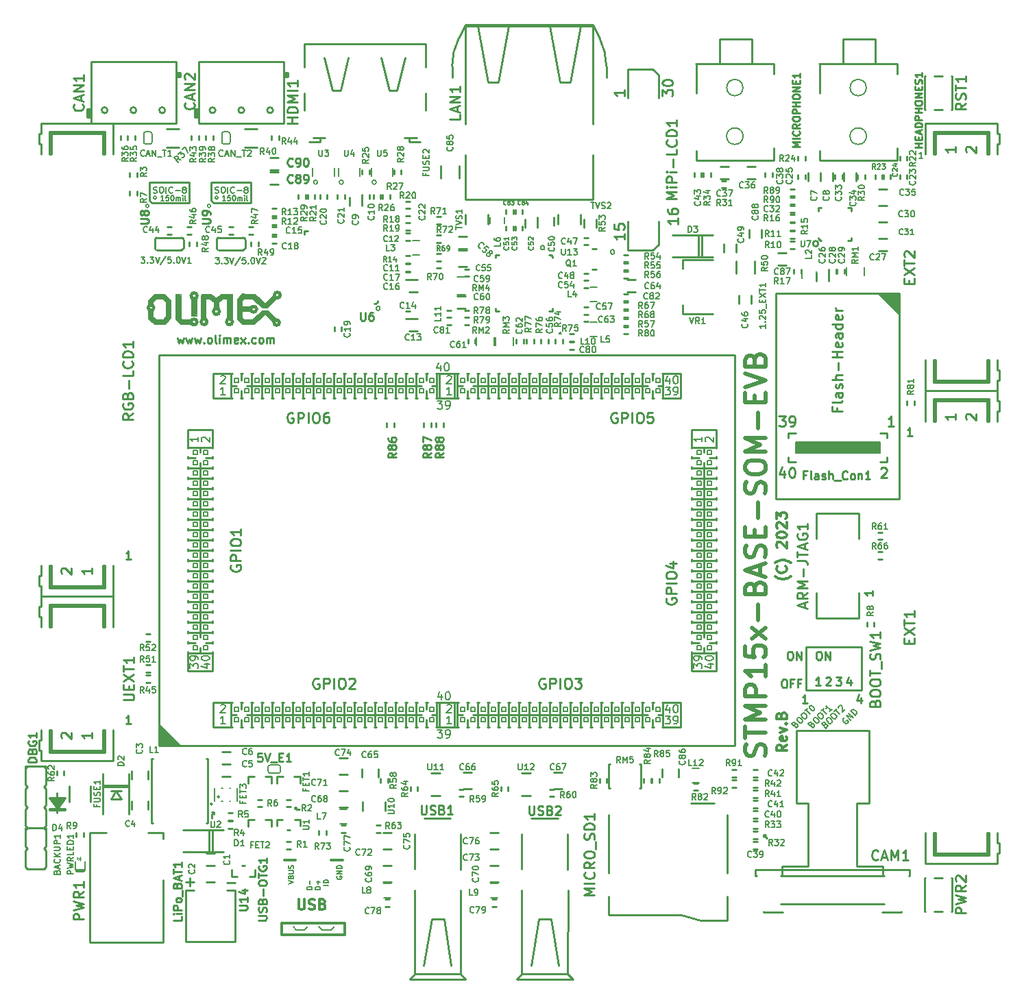
<source format=gbr>
G04 #@! TF.GenerationSoftware,KiCad,Pcbnew,5.1.0-rc2-unknown-036be7d~80~ubuntu16.04.1*
G04 #@! TF.CreationDate,2023-04-10T13:57:59+03:00*
G04 #@! TF.ProjectId,STMP15x-BASE-SOM-EVB_Rev_B,53544d50-3135-4782-9d42-4153452d534f,B*
G04 #@! TF.SameCoordinates,Original*
G04 #@! TF.FileFunction,Legend,Top*
G04 #@! TF.FilePolarity,Positive*
%FSLAX46Y46*%
G04 Gerber Fmt 4.6, Leading zero omitted, Abs format (unit mm)*
G04 Created by KiCad (PCBNEW 5.1.0-rc2-unknown-036be7d~80~ubuntu16.04.1) date 2023-04-10 13:57:59*
%MOMM*%
%LPD*%
G04 APERTURE LIST*
%ADD10C,0.190500*%
%ADD11C,0.254000*%
%ADD12C,0.152400*%
%ADD13C,0.317500*%
%ADD14C,0.508000*%
%ADD15C,0.127000*%
%ADD16C,0.304800*%
%ADD17C,0.150000*%
%ADD18C,0.100000*%
%ADD19C,0.700000*%
%ADD20C,0.400000*%
%ADD21C,0.500000*%
%ADD22C,0.200000*%
%ADD23C,0.050000*%
%ADD24C,0.203200*%
%ADD25C,0.158750*%
%ADD26C,0.222250*%
%ADD27C,0.177800*%
G04 APERTURE END LIST*
D10*
X187034714Y-50001714D02*
X186599285Y-50001714D01*
X186817000Y-50001714D02*
X186817000Y-49239714D01*
X186744428Y-49348571D01*
X186671857Y-49421142D01*
X186599285Y-49457428D01*
D11*
X185710285Y-84279619D02*
X185129714Y-84279619D01*
X185420000Y-84279619D02*
X185420000Y-83263619D01*
X185323238Y-83408761D01*
X185226476Y-83505523D01*
X185129714Y-83553904D01*
X89190285Y-99519619D02*
X88609714Y-99519619D01*
X88900000Y-99519619D02*
X88900000Y-98503619D01*
X88803238Y-98648761D01*
X88706476Y-98745523D01*
X88609714Y-98793904D01*
X89190285Y-119839619D02*
X88609714Y-119839619D01*
X88900000Y-119839619D02*
X88900000Y-118823619D01*
X88803238Y-118968761D01*
X88706476Y-119065523D01*
X88609714Y-119113904D01*
X109474000Y-130175000D02*
X109664500Y-130175000D01*
X109474000Y-130175000D02*
X109474000Y-130365500D01*
X109728000Y-130429000D02*
X109474000Y-130175000D01*
X110045500Y-130429000D02*
X109728000Y-130429000D01*
X99504500Y-130810000D02*
X99504500Y-131064000D01*
X99504500Y-130810000D02*
X99250500Y-130810000D01*
X99187000Y-131127500D02*
X99504500Y-130810000D01*
X99187000Y-131572000D02*
X99187000Y-131127500D01*
D12*
X142367000Y-71691500D02*
X142176500Y-71691500D01*
X142176500Y-71691500D02*
X142176500Y-71501000D01*
X142176500Y-71691500D02*
X142430500Y-71437500D01*
D11*
X169847380Y-114378619D02*
X170040904Y-114378619D01*
X170137666Y-114427000D01*
X170234428Y-114523761D01*
X170282809Y-114717285D01*
X170282809Y-115055952D01*
X170234428Y-115249476D01*
X170137666Y-115346238D01*
X170040904Y-115394619D01*
X169847380Y-115394619D01*
X169750619Y-115346238D01*
X169653857Y-115249476D01*
X169605476Y-115055952D01*
X169605476Y-114717285D01*
X169653857Y-114523761D01*
X169750619Y-114427000D01*
X169847380Y-114378619D01*
X171056904Y-114862428D02*
X170718238Y-114862428D01*
X170718238Y-115394619D02*
X170718238Y-114378619D01*
X171202047Y-114378619D01*
X171927761Y-114862428D02*
X171589095Y-114862428D01*
X171589095Y-115394619D02*
X171589095Y-114378619D01*
X172072904Y-114378619D01*
D10*
X177374066Y-119140118D02*
X177297092Y-119165776D01*
X177220119Y-119242749D01*
X177168803Y-119345381D01*
X177168803Y-119448012D01*
X177194461Y-119524986D01*
X177271434Y-119653275D01*
X177348408Y-119730249D01*
X177476697Y-119807223D01*
X177553671Y-119832880D01*
X177656302Y-119832880D01*
X177758934Y-119781565D01*
X177810250Y-119730249D01*
X177861565Y-119627617D01*
X177861565Y-119576302D01*
X177681960Y-119396697D01*
X177579329Y-119499328D01*
X178143802Y-119396697D02*
X177604987Y-118857881D01*
X178451697Y-119088802D01*
X177912881Y-118549987D01*
X178708275Y-118832223D02*
X178169460Y-118293408D01*
X178297749Y-118165119D01*
X178400381Y-118113803D01*
X178503012Y-118113803D01*
X178579986Y-118139461D01*
X178708275Y-118216434D01*
X178785249Y-118293408D01*
X178862223Y-118421697D01*
X178887880Y-118498671D01*
X178887880Y-118601302D01*
X178836565Y-118703934D01*
X178708275Y-118832223D01*
X174970285Y-119973741D02*
X175072916Y-119922425D01*
X175124232Y-119922425D01*
X175201205Y-119948083D01*
X175278179Y-120025057D01*
X175303837Y-120102030D01*
X175303837Y-120153346D01*
X175278179Y-120230320D01*
X175072916Y-120435583D01*
X174534101Y-119896767D01*
X174713706Y-119717162D01*
X174790679Y-119691504D01*
X174841995Y-119691504D01*
X174918969Y-119717162D01*
X174970285Y-119768478D01*
X174995942Y-119845451D01*
X174995942Y-119896767D01*
X174970285Y-119973741D01*
X174790679Y-120153346D01*
X175175548Y-119255320D02*
X175278179Y-119152689D01*
X175355153Y-119127031D01*
X175457784Y-119127031D01*
X175586074Y-119204005D01*
X175765679Y-119383610D01*
X175842652Y-119511899D01*
X175842652Y-119614531D01*
X175816994Y-119691504D01*
X175714363Y-119794136D01*
X175637389Y-119819794D01*
X175534758Y-119819794D01*
X175406468Y-119742820D01*
X175226863Y-119563215D01*
X175149890Y-119434925D01*
X175149890Y-119332294D01*
X175175548Y-119255320D01*
X175740021Y-118690847D02*
X175842652Y-118588216D01*
X175919626Y-118562558D01*
X176022257Y-118562558D01*
X176150547Y-118639531D01*
X176330152Y-118819137D01*
X176407125Y-118947426D01*
X176407125Y-119050057D01*
X176381468Y-119127031D01*
X176278836Y-119229662D01*
X176201862Y-119255320D01*
X176099231Y-119255320D01*
X175970942Y-119178347D01*
X175791337Y-118998742D01*
X175714363Y-118870452D01*
X175714363Y-118767821D01*
X175740021Y-118690847D01*
X176124889Y-118305979D02*
X176432783Y-117998085D01*
X176817651Y-118690847D02*
X176278836Y-118152032D01*
X176638046Y-117895453D02*
X176638046Y-117844137D01*
X176663704Y-117767164D01*
X176791994Y-117638874D01*
X176868967Y-117613216D01*
X176920283Y-117613216D01*
X176997257Y-117638874D01*
X177048572Y-117690190D01*
X177099888Y-117792822D01*
X177099888Y-118408611D01*
X177433440Y-118075058D01*
X173344685Y-119948341D02*
X173447316Y-119897025D01*
X173498632Y-119897025D01*
X173575605Y-119922683D01*
X173652579Y-119999657D01*
X173678237Y-120076630D01*
X173678237Y-120127946D01*
X173652579Y-120204920D01*
X173447316Y-120410183D01*
X172908501Y-119871367D01*
X173088106Y-119691762D01*
X173165079Y-119666104D01*
X173216395Y-119666104D01*
X173293369Y-119691762D01*
X173344685Y-119743078D01*
X173370342Y-119820051D01*
X173370342Y-119871367D01*
X173344685Y-119948341D01*
X173165079Y-120127946D01*
X173549948Y-119229920D02*
X173652579Y-119127289D01*
X173729553Y-119101631D01*
X173832184Y-119101631D01*
X173960474Y-119178605D01*
X174140079Y-119358210D01*
X174217052Y-119486499D01*
X174217052Y-119589131D01*
X174191394Y-119666104D01*
X174088763Y-119768736D01*
X174011789Y-119794394D01*
X173909158Y-119794394D01*
X173780868Y-119717420D01*
X173601263Y-119537815D01*
X173524290Y-119409525D01*
X173524290Y-119306894D01*
X173549948Y-119229920D01*
X174114421Y-118665447D02*
X174217052Y-118562816D01*
X174294026Y-118537158D01*
X174396657Y-118537158D01*
X174524947Y-118614131D01*
X174704552Y-118793737D01*
X174781525Y-118922026D01*
X174781525Y-119024657D01*
X174755868Y-119101631D01*
X174653236Y-119204262D01*
X174576262Y-119229920D01*
X174473631Y-119229920D01*
X174345342Y-119152947D01*
X174165737Y-118973342D01*
X174088763Y-118845052D01*
X174088763Y-118742421D01*
X174114421Y-118665447D01*
X174499289Y-118280579D02*
X174807183Y-117972685D01*
X175192051Y-118665447D02*
X174653236Y-118126632D01*
X175807840Y-118049658D02*
X175499946Y-118357553D01*
X175653893Y-118203605D02*
X175115078Y-117664790D01*
X175140736Y-117793079D01*
X175140736Y-117895711D01*
X175115078Y-117972685D01*
X171312685Y-119948341D02*
X171415316Y-119897025D01*
X171466632Y-119897025D01*
X171543605Y-119922683D01*
X171620579Y-119999657D01*
X171646237Y-120076630D01*
X171646237Y-120127946D01*
X171620579Y-120204920D01*
X171415316Y-120410183D01*
X170876501Y-119871367D01*
X171056106Y-119691762D01*
X171133079Y-119666104D01*
X171184395Y-119666104D01*
X171261369Y-119691762D01*
X171312685Y-119743078D01*
X171338342Y-119820051D01*
X171338342Y-119871367D01*
X171312685Y-119948341D01*
X171133079Y-120127946D01*
X171517948Y-119229920D02*
X171620579Y-119127289D01*
X171697553Y-119101631D01*
X171800184Y-119101631D01*
X171928474Y-119178605D01*
X172108079Y-119358210D01*
X172185052Y-119486499D01*
X172185052Y-119589131D01*
X172159394Y-119666104D01*
X172056763Y-119768736D01*
X171979789Y-119794394D01*
X171877158Y-119794394D01*
X171748868Y-119717420D01*
X171569263Y-119537815D01*
X171492290Y-119409525D01*
X171492290Y-119306894D01*
X171517948Y-119229920D01*
X172082421Y-118665447D02*
X172185052Y-118562816D01*
X172262026Y-118537158D01*
X172364657Y-118537158D01*
X172492947Y-118614131D01*
X172672552Y-118793737D01*
X172749525Y-118922026D01*
X172749525Y-119024657D01*
X172723868Y-119101631D01*
X172621236Y-119204262D01*
X172544262Y-119229920D01*
X172441631Y-119229920D01*
X172313342Y-119152947D01*
X172133737Y-118973342D01*
X172056763Y-118845052D01*
X172056763Y-118742421D01*
X172082421Y-118665447D01*
X172467289Y-118280579D02*
X172775183Y-117972685D01*
X173160051Y-118665447D02*
X172621236Y-118126632D01*
X173057420Y-117690448D02*
X173108736Y-117639132D01*
X173185709Y-117613474D01*
X173237025Y-117613474D01*
X173313999Y-117639132D01*
X173442288Y-117716106D01*
X173570577Y-117844395D01*
X173647551Y-117972685D01*
X173673209Y-118049658D01*
X173673209Y-118100974D01*
X173647551Y-118177948D01*
X173596235Y-118229263D01*
X173519262Y-118254921D01*
X173467946Y-118254921D01*
X173390972Y-118229263D01*
X173262683Y-118152290D01*
X173134394Y-118024000D01*
X173057420Y-117895711D01*
X173031762Y-117818737D01*
X173031762Y-117767422D01*
X173057420Y-117690448D01*
D11*
X167386000Y-133604000D02*
X167640000Y-133604000D01*
X167386000Y-133604000D02*
X167386000Y-133858000D01*
X167386000Y-133604000D02*
X167767000Y-133985000D01*
D10*
X140026571Y-61304714D02*
X139954000Y-61268428D01*
X139917714Y-61232142D01*
X139881428Y-61159571D01*
X139881428Y-60941857D01*
X139917714Y-60869285D01*
X139954000Y-60833000D01*
X140026571Y-60796714D01*
X140135428Y-60796714D01*
X140208000Y-60833000D01*
X140244285Y-60869285D01*
X140280571Y-60941857D01*
X140280571Y-61159571D01*
X140244285Y-61232142D01*
X140208000Y-61268428D01*
X140135428Y-61304714D01*
X140026571Y-61304714D01*
D11*
G36*
X95250000Y-122555000D02*
G01*
X92710000Y-122555000D01*
X92710000Y-120015000D01*
X95250000Y-122555000D01*
G37*
X95250000Y-122555000D02*
X92710000Y-122555000D01*
X92710000Y-120015000D01*
X95250000Y-122555000D01*
D13*
X170246523Y-122476380D02*
X169641761Y-122899714D01*
X170246523Y-123202095D02*
X168976523Y-123202095D01*
X168976523Y-122718285D01*
X169037000Y-122597333D01*
X169097476Y-122536857D01*
X169218428Y-122476380D01*
X169399857Y-122476380D01*
X169520809Y-122536857D01*
X169581285Y-122597333D01*
X169641761Y-122718285D01*
X169641761Y-123202095D01*
X170186047Y-121448285D02*
X170246523Y-121569238D01*
X170246523Y-121811142D01*
X170186047Y-121932095D01*
X170065095Y-121992571D01*
X169581285Y-121992571D01*
X169460333Y-121932095D01*
X169399857Y-121811142D01*
X169399857Y-121569238D01*
X169460333Y-121448285D01*
X169581285Y-121387809D01*
X169702238Y-121387809D01*
X169823190Y-121992571D01*
X169399857Y-120964476D02*
X170246523Y-120662095D01*
X169399857Y-120359714D01*
X170125571Y-119875904D02*
X170186047Y-119815428D01*
X170246523Y-119875904D01*
X170186047Y-119936380D01*
X170125571Y-119875904D01*
X170246523Y-119875904D01*
X169581285Y-118847809D02*
X169641761Y-118666380D01*
X169702238Y-118605904D01*
X169823190Y-118545428D01*
X170004619Y-118545428D01*
X170125571Y-118605904D01*
X170186047Y-118666380D01*
X170246523Y-118787333D01*
X170246523Y-119271142D01*
X168976523Y-119271142D01*
X168976523Y-118847809D01*
X169037000Y-118726857D01*
X169097476Y-118666380D01*
X169218428Y-118605904D01*
X169339380Y-118605904D01*
X169460333Y-118666380D01*
X169520809Y-118726857D01*
X169581285Y-118847809D01*
X169581285Y-119271142D01*
X170730333Y-101636285D02*
X170669857Y-101696761D01*
X170488428Y-101817714D01*
X170367476Y-101878190D01*
X170186047Y-101938666D01*
X169883666Y-101999142D01*
X169641761Y-101999142D01*
X169339380Y-101938666D01*
X169157952Y-101878190D01*
X169037000Y-101817714D01*
X168855571Y-101696761D01*
X168795095Y-101636285D01*
X170125571Y-100426761D02*
X170186047Y-100487238D01*
X170246523Y-100668666D01*
X170246523Y-100789619D01*
X170186047Y-100971047D01*
X170065095Y-101092000D01*
X169944142Y-101152476D01*
X169702238Y-101212952D01*
X169520809Y-101212952D01*
X169278904Y-101152476D01*
X169157952Y-101092000D01*
X169037000Y-100971047D01*
X168976523Y-100789619D01*
X168976523Y-100668666D01*
X169037000Y-100487238D01*
X169097476Y-100426761D01*
X170730333Y-100003428D02*
X170669857Y-99942952D01*
X170488428Y-99822000D01*
X170367476Y-99761523D01*
X170186047Y-99701047D01*
X169883666Y-99640571D01*
X169641761Y-99640571D01*
X169339380Y-99701047D01*
X169157952Y-99761523D01*
X169037000Y-99822000D01*
X168855571Y-99942952D01*
X168795095Y-100003428D01*
X169097476Y-98128666D02*
X169037000Y-98068190D01*
X168976523Y-97947238D01*
X168976523Y-97644857D01*
X169037000Y-97523904D01*
X169097476Y-97463428D01*
X169218428Y-97402952D01*
X169339380Y-97402952D01*
X169520809Y-97463428D01*
X170246523Y-98189142D01*
X170246523Y-97402952D01*
X168976523Y-96616761D02*
X168976523Y-96495809D01*
X169037000Y-96374857D01*
X169097476Y-96314380D01*
X169218428Y-96253904D01*
X169460333Y-96193428D01*
X169762714Y-96193428D01*
X170004619Y-96253904D01*
X170125571Y-96314380D01*
X170186047Y-96374857D01*
X170246523Y-96495809D01*
X170246523Y-96616761D01*
X170186047Y-96737714D01*
X170125571Y-96798190D01*
X170004619Y-96858666D01*
X169762714Y-96919142D01*
X169460333Y-96919142D01*
X169218428Y-96858666D01*
X169097476Y-96798190D01*
X169037000Y-96737714D01*
X168976523Y-96616761D01*
X169097476Y-95709619D02*
X169037000Y-95649142D01*
X168976523Y-95528190D01*
X168976523Y-95225809D01*
X169037000Y-95104857D01*
X169097476Y-95044380D01*
X169218428Y-94983904D01*
X169339380Y-94983904D01*
X169520809Y-95044380D01*
X170246523Y-95770095D01*
X170246523Y-94983904D01*
X168976523Y-94560571D02*
X168976523Y-93774380D01*
X169460333Y-94197714D01*
X169460333Y-94016285D01*
X169520809Y-93895333D01*
X169581285Y-93834857D01*
X169702238Y-93774380D01*
X170004619Y-93774380D01*
X170125571Y-93834857D01*
X170186047Y-93895333D01*
X170246523Y-94016285D01*
X170246523Y-94379142D01*
X170186047Y-94500095D01*
X170125571Y-94560571D01*
D14*
X167525095Y-123855238D02*
X167646047Y-123492380D01*
X167646047Y-122887619D01*
X167525095Y-122645714D01*
X167404142Y-122524761D01*
X167162238Y-122403809D01*
X166920333Y-122403809D01*
X166678428Y-122524761D01*
X166557476Y-122645714D01*
X166436523Y-122887619D01*
X166315571Y-123371428D01*
X166194619Y-123613333D01*
X166073666Y-123734285D01*
X165831761Y-123855238D01*
X165589857Y-123855238D01*
X165347952Y-123734285D01*
X165227000Y-123613333D01*
X165106047Y-123371428D01*
X165106047Y-122766666D01*
X165227000Y-122403809D01*
X165106047Y-121678095D02*
X165106047Y-120226666D01*
X167646047Y-120952380D02*
X165106047Y-120952380D01*
X167646047Y-119380000D02*
X165106047Y-119380000D01*
X166920333Y-118533333D01*
X165106047Y-117686666D01*
X167646047Y-117686666D01*
X167646047Y-116477142D02*
X165106047Y-116477142D01*
X165106047Y-115509523D01*
X165227000Y-115267619D01*
X165347952Y-115146666D01*
X165589857Y-115025714D01*
X165952714Y-115025714D01*
X166194619Y-115146666D01*
X166315571Y-115267619D01*
X166436523Y-115509523D01*
X166436523Y-116477142D01*
X167646047Y-112606666D02*
X167646047Y-114058095D01*
X167646047Y-113332380D02*
X165106047Y-113332380D01*
X165468904Y-113574285D01*
X165710809Y-113816190D01*
X165831761Y-114058095D01*
X165106047Y-110308571D02*
X165106047Y-111518095D01*
X166315571Y-111639047D01*
X166194619Y-111518095D01*
X166073666Y-111276190D01*
X166073666Y-110671428D01*
X166194619Y-110429523D01*
X166315571Y-110308571D01*
X166557476Y-110187619D01*
X167162238Y-110187619D01*
X167404142Y-110308571D01*
X167525095Y-110429523D01*
X167646047Y-110671428D01*
X167646047Y-111276190D01*
X167525095Y-111518095D01*
X167404142Y-111639047D01*
X167646047Y-109340952D02*
X165952714Y-108010476D01*
X165952714Y-109340952D02*
X167646047Y-108010476D01*
X166678428Y-107042857D02*
X166678428Y-105107619D01*
X166315571Y-103051428D02*
X166436523Y-102688571D01*
X166557476Y-102567619D01*
X166799380Y-102446666D01*
X167162238Y-102446666D01*
X167404142Y-102567619D01*
X167525095Y-102688571D01*
X167646047Y-102930476D01*
X167646047Y-103898095D01*
X165106047Y-103898095D01*
X165106047Y-103051428D01*
X165227000Y-102809523D01*
X165347952Y-102688571D01*
X165589857Y-102567619D01*
X165831761Y-102567619D01*
X166073666Y-102688571D01*
X166194619Y-102809523D01*
X166315571Y-103051428D01*
X166315571Y-103898095D01*
X166920333Y-101479047D02*
X166920333Y-100269523D01*
X167646047Y-101720952D02*
X165106047Y-100874285D01*
X167646047Y-100027619D01*
X167525095Y-99301904D02*
X167646047Y-98939047D01*
X167646047Y-98334285D01*
X167525095Y-98092380D01*
X167404142Y-97971428D01*
X167162238Y-97850476D01*
X166920333Y-97850476D01*
X166678428Y-97971428D01*
X166557476Y-98092380D01*
X166436523Y-98334285D01*
X166315571Y-98818095D01*
X166194619Y-99060000D01*
X166073666Y-99180952D01*
X165831761Y-99301904D01*
X165589857Y-99301904D01*
X165347952Y-99180952D01*
X165227000Y-99060000D01*
X165106047Y-98818095D01*
X165106047Y-98213333D01*
X165227000Y-97850476D01*
X166315571Y-96761904D02*
X166315571Y-95915238D01*
X167646047Y-95552380D02*
X167646047Y-96761904D01*
X165106047Y-96761904D01*
X165106047Y-95552380D01*
X166678428Y-94463809D02*
X166678428Y-92528571D01*
X167525095Y-91440000D02*
X167646047Y-91077142D01*
X167646047Y-90472380D01*
X167525095Y-90230476D01*
X167404142Y-90109523D01*
X167162238Y-89988571D01*
X166920333Y-89988571D01*
X166678428Y-90109523D01*
X166557476Y-90230476D01*
X166436523Y-90472380D01*
X166315571Y-90956190D01*
X166194619Y-91198095D01*
X166073666Y-91319047D01*
X165831761Y-91440000D01*
X165589857Y-91440000D01*
X165347952Y-91319047D01*
X165227000Y-91198095D01*
X165106047Y-90956190D01*
X165106047Y-90351428D01*
X165227000Y-89988571D01*
X165106047Y-88416190D02*
X165106047Y-87932380D01*
X165227000Y-87690476D01*
X165468904Y-87448571D01*
X165952714Y-87327619D01*
X166799380Y-87327619D01*
X167283190Y-87448571D01*
X167525095Y-87690476D01*
X167646047Y-87932380D01*
X167646047Y-88416190D01*
X167525095Y-88658095D01*
X167283190Y-88900000D01*
X166799380Y-89020952D01*
X165952714Y-89020952D01*
X165468904Y-88900000D01*
X165227000Y-88658095D01*
X165106047Y-88416190D01*
X167646047Y-86239047D02*
X165106047Y-86239047D01*
X166920333Y-85392380D01*
X165106047Y-84545714D01*
X167646047Y-84545714D01*
X166678428Y-83336190D02*
X166678428Y-81400952D01*
X166315571Y-80191428D02*
X166315571Y-79344761D01*
X167646047Y-78981904D02*
X167646047Y-80191428D01*
X165106047Y-80191428D01*
X165106047Y-78981904D01*
X165106047Y-78256190D02*
X167646047Y-77409523D01*
X165106047Y-76562857D01*
X166315571Y-74869523D02*
X166436523Y-74506666D01*
X166557476Y-74385714D01*
X166799380Y-74264761D01*
X167162238Y-74264761D01*
X167404142Y-74385714D01*
X167525095Y-74506666D01*
X167646047Y-74748571D01*
X167646047Y-75716190D01*
X165106047Y-75716190D01*
X165106047Y-74869523D01*
X165227000Y-74627619D01*
X165347952Y-74506666D01*
X165589857Y-74385714D01*
X165831761Y-74385714D01*
X166073666Y-74506666D01*
X166194619Y-74627619D01*
X166315571Y-74869523D01*
X166315571Y-75716190D01*
D11*
X94965761Y-72172285D02*
X95159285Y-72849619D01*
X95352809Y-72365809D01*
X95546333Y-72849619D01*
X95739857Y-72172285D01*
X96030142Y-72172285D02*
X96223666Y-72849619D01*
X96417190Y-72365809D01*
X96610714Y-72849619D01*
X96804238Y-72172285D01*
X97094523Y-72172285D02*
X97288047Y-72849619D01*
X97481571Y-72365809D01*
X97675095Y-72849619D01*
X97868619Y-72172285D01*
X98255666Y-72752857D02*
X98304047Y-72801238D01*
X98255666Y-72849619D01*
X98207285Y-72801238D01*
X98255666Y-72752857D01*
X98255666Y-72849619D01*
X98884619Y-72849619D02*
X98787857Y-72801238D01*
X98739476Y-72752857D01*
X98691095Y-72656095D01*
X98691095Y-72365809D01*
X98739476Y-72269047D01*
X98787857Y-72220666D01*
X98884619Y-72172285D01*
X99029761Y-72172285D01*
X99126523Y-72220666D01*
X99174904Y-72269047D01*
X99223285Y-72365809D01*
X99223285Y-72656095D01*
X99174904Y-72752857D01*
X99126523Y-72801238D01*
X99029761Y-72849619D01*
X98884619Y-72849619D01*
X99803857Y-72849619D02*
X99707095Y-72801238D01*
X99658714Y-72704476D01*
X99658714Y-71833619D01*
X100190904Y-72849619D02*
X100190904Y-72172285D01*
X100190904Y-71833619D02*
X100142523Y-71882000D01*
X100190904Y-71930380D01*
X100239285Y-71882000D01*
X100190904Y-71833619D01*
X100190904Y-71930380D01*
X100674714Y-72849619D02*
X100674714Y-72172285D01*
X100674714Y-72269047D02*
X100723095Y-72220666D01*
X100819857Y-72172285D01*
X100965000Y-72172285D01*
X101061761Y-72220666D01*
X101110142Y-72317428D01*
X101110142Y-72849619D01*
X101110142Y-72317428D02*
X101158523Y-72220666D01*
X101255285Y-72172285D01*
X101400428Y-72172285D01*
X101497190Y-72220666D01*
X101545571Y-72317428D01*
X101545571Y-72849619D01*
X102416428Y-72801238D02*
X102319666Y-72849619D01*
X102126142Y-72849619D01*
X102029380Y-72801238D01*
X101981000Y-72704476D01*
X101981000Y-72317428D01*
X102029380Y-72220666D01*
X102126142Y-72172285D01*
X102319666Y-72172285D01*
X102416428Y-72220666D01*
X102464809Y-72317428D01*
X102464809Y-72414190D01*
X101981000Y-72510952D01*
X102803476Y-72849619D02*
X103335666Y-72172285D01*
X102803476Y-72172285D02*
X103335666Y-72849619D01*
X103722714Y-72752857D02*
X103771095Y-72801238D01*
X103722714Y-72849619D01*
X103674333Y-72801238D01*
X103722714Y-72752857D01*
X103722714Y-72849619D01*
X104641952Y-72801238D02*
X104545190Y-72849619D01*
X104351666Y-72849619D01*
X104254904Y-72801238D01*
X104206523Y-72752857D01*
X104158142Y-72656095D01*
X104158142Y-72365809D01*
X104206523Y-72269047D01*
X104254904Y-72220666D01*
X104351666Y-72172285D01*
X104545190Y-72172285D01*
X104641952Y-72220666D01*
X105222523Y-72849619D02*
X105125761Y-72801238D01*
X105077380Y-72752857D01*
X105029000Y-72656095D01*
X105029000Y-72365809D01*
X105077380Y-72269047D01*
X105125761Y-72220666D01*
X105222523Y-72172285D01*
X105367666Y-72172285D01*
X105464428Y-72220666D01*
X105512809Y-72269047D01*
X105561190Y-72365809D01*
X105561190Y-72656095D01*
X105512809Y-72752857D01*
X105464428Y-72801238D01*
X105367666Y-72849619D01*
X105222523Y-72849619D01*
X105996619Y-72849619D02*
X105996619Y-72172285D01*
X105996619Y-72269047D02*
X106045000Y-72220666D01*
X106141761Y-72172285D01*
X106286904Y-72172285D01*
X106383666Y-72220666D01*
X106432047Y-72317428D01*
X106432047Y-72849619D01*
X106432047Y-72317428D02*
X106480428Y-72220666D01*
X106577190Y-72172285D01*
X106722333Y-72172285D01*
X106819095Y-72220666D01*
X106867476Y-72317428D01*
X106867476Y-72849619D01*
X169650000Y-137470000D02*
X169650000Y-137895000D01*
X172275000Y-137470000D02*
X169650000Y-137470000D01*
X172900000Y-137470000D02*
X172275000Y-137470000D01*
X172900000Y-129720000D02*
X172900000Y-137470000D01*
X171400000Y-129720000D02*
X172900000Y-129720000D01*
X171400000Y-120720000D02*
X171400000Y-129720000D01*
X182150000Y-137470000D02*
X182150000Y-137895000D01*
X178900000Y-137470000D02*
X182150000Y-137470000D01*
X178900000Y-137445000D02*
X178900000Y-137470000D01*
X178900000Y-129720000D02*
X178900000Y-137445000D01*
X180400000Y-129720000D02*
X178900000Y-129720000D01*
X180400000Y-120720000D02*
X180400000Y-129720000D01*
X171400000Y-120720000D02*
X180400000Y-120720000D01*
X102083809Y-139482285D02*
X101116190Y-139482285D01*
X96036190Y-139409714D02*
X97003809Y-139409714D01*
X96520000Y-139893523D02*
X96520000Y-138925904D01*
X92710000Y-122555000D02*
X92710000Y-74295000D01*
X92710000Y-74295000D02*
X163830000Y-74295000D01*
X163830000Y-122555000D02*
X163830000Y-74295000D01*
X92710000Y-122555000D02*
X163830000Y-122555000D01*
X148226780Y-131157980D02*
X148226780Y-138353800D01*
X158424880Y-129656840D02*
X161323020Y-129656840D01*
X162923220Y-131157980D02*
X162923220Y-138353800D01*
X162923220Y-144155160D02*
X159623760Y-144155160D01*
X157223460Y-143454120D02*
X148226780Y-143454120D01*
X162923220Y-141155420D02*
X162923220Y-144155160D01*
X148226780Y-141155420D02*
X148226780Y-143454120D01*
X159623760Y-144155160D02*
X157223460Y-143454120D01*
X179451000Y-110363000D02*
X172593000Y-110363000D01*
X172593000Y-115697000D02*
X179451000Y-115697000D01*
X172593000Y-115697000D02*
X172593000Y-110363000D01*
X179451000Y-115697000D02*
X179451000Y-110363000D01*
X173880000Y-93830000D02*
X173880000Y-96980000D01*
X179180000Y-93830000D02*
X179180000Y-96980000D01*
X173880000Y-93830000D02*
X179180000Y-93830000D01*
X173880000Y-106830000D02*
X173880000Y-103680000D01*
X179180000Y-106830000D02*
X173880000Y-106830000D01*
X179180000Y-106830000D02*
X179180000Y-103680000D01*
X187276000Y-44010000D02*
X187276000Y-39810000D01*
X187276000Y-39810000D02*
X187376000Y-39810000D01*
X187276000Y-44010000D02*
X187376000Y-44010000D01*
X190576000Y-44010000D02*
X190676000Y-44010000D01*
X190676000Y-44010000D02*
X190676000Y-39810000D01*
X190676000Y-39810000D02*
X190576000Y-39810000D01*
X189476000Y-39810000D02*
X188476000Y-39810000D01*
X189476000Y-44010000D02*
X188476000Y-44010000D01*
X187276000Y-143070000D02*
X187276000Y-138870000D01*
X187276000Y-138870000D02*
X187376000Y-138870000D01*
X187276000Y-143070000D02*
X187376000Y-143070000D01*
X190576000Y-143070000D02*
X190676000Y-143070000D01*
X190676000Y-143070000D02*
X190676000Y-138870000D01*
X190676000Y-138870000D02*
X190576000Y-138870000D01*
X189476000Y-138870000D02*
X188476000Y-138870000D01*
X189476000Y-143070000D02*
X188476000Y-143070000D01*
X184395000Y-143170000D02*
X184395000Y-143020000D01*
X182045000Y-143170000D02*
X184395000Y-143170000D01*
X167395000Y-143170000D02*
X169745000Y-143170000D01*
X167395000Y-143020000D02*
X167395000Y-143170000D01*
X182145000Y-138670000D02*
X182145000Y-137870000D01*
X169645000Y-138670000D02*
X169645000Y-137870000D01*
X169495000Y-142170000D02*
X182295000Y-142170000D01*
X182295000Y-138670000D02*
X169495000Y-138670000D01*
X185395000Y-138670000D02*
X185295000Y-138670000D01*
X166395000Y-138670000D02*
X166495000Y-138670000D01*
X185395000Y-137870000D02*
X185395000Y-138670000D01*
X166395000Y-137870000D02*
X185395000Y-137870000D01*
X166395000Y-138670000D02*
X166395000Y-137870000D01*
X136892620Y-151408600D02*
X143814120Y-151408600D01*
X137507300Y-150783760D02*
X143199440Y-150783760D01*
X136897700Y-151408600D02*
X137512380Y-150791380D01*
X143199440Y-150781220D02*
X143814120Y-151406060D01*
X141126800Y-144017200D02*
X142041200Y-149732200D01*
X139602800Y-144017200D02*
X141126800Y-144017200D01*
X138650300Y-149732200D02*
X139602800Y-144017200D01*
X138675700Y-131583900D02*
X141952300Y-131583900D01*
X137520000Y-133463500D02*
X137507300Y-137832300D01*
X143196900Y-133450800D02*
X143184200Y-137857700D01*
X143209600Y-140473900D02*
X143196900Y-150773600D01*
X137520000Y-140423100D02*
X137520000Y-150773600D01*
X123659220Y-151408601D02*
X130580720Y-151408601D01*
X124273900Y-150783761D02*
X129966040Y-150783761D01*
X123664300Y-151408601D02*
X124278980Y-150791381D01*
X129966040Y-150781221D02*
X130580720Y-151406061D01*
X127893400Y-144017201D02*
X128807800Y-149732201D01*
X126369400Y-144017201D02*
X127893400Y-144017201D01*
X125416900Y-149732201D02*
X126369400Y-144017201D01*
X125442300Y-131583901D02*
X128718900Y-131583901D01*
X124286600Y-133463501D02*
X124273900Y-137832301D01*
X129963500Y-133450801D02*
X129950800Y-137857701D01*
X129976200Y-140473901D02*
X129963500Y-150773601D01*
X124286600Y-140423101D02*
X124286600Y-150773601D01*
D15*
X112860000Y-145351000D02*
X112460000Y-144951000D01*
X113960000Y-145351000D02*
X114360000Y-144951000D01*
X112860000Y-145351000D02*
X113960000Y-145351000D01*
X109660000Y-145351000D02*
X109260000Y-144951000D01*
X110660000Y-145351000D02*
X111060000Y-144951000D01*
X109660000Y-145351000D02*
X110660000Y-145351000D01*
D16*
X107860000Y-144535000D02*
X107860000Y-145951000D01*
X115660000Y-145951000D02*
X115660000Y-144535000D01*
X107860000Y-145951000D02*
X115660000Y-145951000D01*
X107885000Y-144535000D02*
X115660000Y-144535000D01*
X109560000Y-136751000D02*
X108160000Y-136751000D01*
X115360000Y-136751000D02*
X113960000Y-136751000D01*
D11*
X101066600Y-140474700D02*
X102069900Y-140474700D01*
X95999300Y-140474700D02*
X97053400Y-140474700D01*
X95994220Y-140482320D02*
X95994220Y-146791680D01*
X95994220Y-146791680D02*
X102074980Y-146791680D01*
X102074980Y-146791680D02*
X102074980Y-140474698D01*
X93171999Y-133350000D02*
X93171999Y-134050000D01*
X93171999Y-146850000D02*
X93171999Y-139150000D01*
X93172279Y-133350000D02*
X91313999Y-133350000D01*
X84119999Y-133350000D02*
X86217999Y-133350000D01*
X84119999Y-146850000D02*
X93171999Y-146850000D01*
X84119999Y-133350000D02*
X84119999Y-146850000D01*
X78740000Y-132715000D02*
X76200000Y-132715000D01*
X76200000Y-137541000D02*
X76454000Y-137795000D01*
X76200000Y-135001000D02*
X76200000Y-133223000D01*
X76454000Y-135255000D02*
X76200000Y-135001000D01*
X76200000Y-135509000D02*
X76454000Y-135255000D01*
X76200000Y-137541000D02*
X76200000Y-135509000D01*
X76200000Y-133223000D02*
X76200000Y-132715000D01*
X76200000Y-132969000D02*
X76454000Y-132715000D01*
X78486000Y-132715000D02*
X78740000Y-132969000D01*
X78486000Y-137795000D02*
X76454000Y-137795000D01*
X78740000Y-137541000D02*
X78486000Y-137795000D01*
X78740000Y-135509000D02*
X78740000Y-137541000D01*
X78486000Y-135255000D02*
X78740000Y-135509000D01*
X78740000Y-135001000D02*
X78486000Y-135255000D01*
X78740000Y-132969000D02*
X78740000Y-135001000D01*
X78740000Y-132715000D02*
X78740000Y-132969000D01*
X78740000Y-125095000D02*
X76200000Y-125095000D01*
X76454000Y-130175000D02*
X76200000Y-130429000D01*
X76200000Y-129921000D02*
X76454000Y-130175000D01*
X76200000Y-127381000D02*
X76200000Y-125603000D01*
X76454000Y-127635000D02*
X76200000Y-127381000D01*
X76200000Y-127889000D02*
X76454000Y-127635000D01*
X76200000Y-129921000D02*
X76200000Y-127889000D01*
X76200000Y-125603000D02*
X76200000Y-125095000D01*
X76200000Y-125349000D02*
X76454000Y-125095000D01*
X78486000Y-125095000D02*
X78740000Y-125349000D01*
X76200000Y-132461000D02*
X76200000Y-130429000D01*
X76454000Y-132715000D02*
X76200000Y-132461000D01*
X78486000Y-132715000D02*
X76454000Y-132715000D01*
X78740000Y-132461000D02*
X78486000Y-132715000D01*
X78740000Y-130429000D02*
X78740000Y-132461000D01*
X78486000Y-130175000D02*
X78740000Y-130429000D01*
X78740000Y-129921000D02*
X78486000Y-130175000D01*
X78740000Y-127889000D02*
X78740000Y-129921000D01*
X78486000Y-127635000D02*
X78740000Y-127889000D01*
X78740000Y-127381000D02*
X78486000Y-127635000D01*
X78740000Y-125349000D02*
X78740000Y-127381000D01*
X78740000Y-125095000D02*
X78740000Y-125349000D01*
X84285000Y-45710000D02*
X84285000Y-38110000D01*
X94785000Y-45710000D02*
X94785000Y-38110000D01*
X84285000Y-38110000D02*
X94785000Y-38110000D01*
X94785000Y-45710000D02*
X84285000Y-45710000D01*
X86338210Y-44069000D02*
G75*
G03X86338210Y-44069000I-359210J0D01*
G01*
X89894210Y-44069000D02*
G75*
G03X89894210Y-44069000I-359210J0D01*
G01*
X93450210Y-44069000D02*
G75*
G03X93450210Y-44069000I-359210J0D01*
G01*
X83785000Y-43910000D02*
X84285000Y-43910000D01*
X83785000Y-44910000D02*
X84285000Y-44910000D01*
X83785000Y-43910000D02*
X83785000Y-44910000D01*
X83935000Y-43910000D02*
X83935000Y-44910000D01*
X84135000Y-43910000D02*
X84135000Y-44910000D01*
X94785000Y-39410000D02*
X95285000Y-39410000D01*
X95285000Y-39410000D02*
X95285000Y-39910000D01*
X95285000Y-39910000D02*
X94785000Y-39910000D01*
X95135000Y-39410000D02*
X95135000Y-39910000D01*
X94935000Y-39410000D02*
X94935000Y-39910000D01*
X97620000Y-45710000D02*
X97620000Y-38110000D01*
X108120000Y-45710000D02*
X108120000Y-38110000D01*
X97620000Y-38110000D02*
X108120000Y-38110000D01*
X108120000Y-45710000D02*
X97620000Y-45710000D01*
X99673210Y-44069000D02*
G75*
G03X99673210Y-44069000I-359210J0D01*
G01*
X103229210Y-44069000D02*
G75*
G03X103229210Y-44069000I-359210J0D01*
G01*
X106785210Y-44069000D02*
G75*
G03X106785210Y-44069000I-359210J0D01*
G01*
X97120000Y-43910000D02*
X97620000Y-43910000D01*
X97120000Y-44910000D02*
X97620000Y-44910000D01*
X97120000Y-43910000D02*
X97120000Y-44910000D01*
X97270000Y-43910000D02*
X97270000Y-44910000D01*
X97470000Y-43910000D02*
X97470000Y-44910000D01*
X108120000Y-39410000D02*
X108620000Y-39410000D01*
X108620000Y-39410000D02*
X108620000Y-39910000D01*
X108620000Y-39910000D02*
X108120000Y-39910000D01*
X108470000Y-39410000D02*
X108470000Y-39910000D01*
X108270000Y-39410000D02*
X108270000Y-39910000D01*
X110691420Y-59375800D02*
X110691420Y-59002420D01*
X110691420Y-59000000D02*
X111064800Y-59000000D01*
X119686580Y-67624200D02*
X119686580Y-67799460D01*
X119686580Y-67799460D02*
X119488460Y-67997580D01*
X119488460Y-67997580D02*
X119313200Y-67997580D01*
X147954762Y-38621073D02*
G75*
G03X147149820Y-35222180I-7619762J-9787D01*
G01*
X129705600Y-35230833D02*
G75*
G03X128905000Y-38630860I6819400J-3400027D01*
G01*
X143510000Y-40640000D02*
X144780000Y-33655000D01*
X142240000Y-40640000D02*
X143510000Y-40640000D01*
X140970000Y-33655000D02*
X142240000Y-40640000D01*
X140970000Y-33655000D02*
X130556000Y-33655000D01*
X144780000Y-33655000D02*
X140970000Y-33655000D01*
X146304000Y-33655000D02*
X144780000Y-33655000D01*
X134620000Y-40640000D02*
X135890000Y-33655000D01*
X133350000Y-40640000D02*
X134620000Y-40640000D01*
X132080000Y-33655000D02*
X133350000Y-40640000D01*
X147955000Y-38630860D02*
X147955000Y-40005000D01*
X146304000Y-33528000D02*
X147149820Y-35222180D01*
X128905000Y-38630860D02*
X128905000Y-40005000D01*
X130556000Y-33528000D02*
X129710180Y-35222180D01*
X130530000Y-55118000D02*
X146330000Y-55118000D01*
X130530000Y-33528000D02*
X130530000Y-45750000D01*
X130556000Y-33528000D02*
X130530600Y-33528000D01*
X146304000Y-33528000D02*
X130556000Y-33528000D01*
X146329400Y-33528000D02*
X146304000Y-33528000D01*
X146330000Y-45750000D02*
X146330000Y-33528000D01*
X130530000Y-55118000D02*
X130530000Y-49550000D01*
X146330000Y-55118000D02*
X146330000Y-49550000D01*
X154400000Y-39665000D02*
X154400000Y-42540000D01*
X153700000Y-38965000D02*
X154400000Y-39665000D01*
X150575000Y-38965000D02*
X153700000Y-38965000D01*
X150575000Y-42540000D02*
X150575000Y-38965000D01*
X154400000Y-60665000D02*
X154400000Y-57790000D01*
X153700000Y-61365000D02*
X154400000Y-60665000D01*
X150575000Y-61365000D02*
X153700000Y-61365000D01*
X150575000Y-57790000D02*
X150575000Y-61365000D01*
X163703000Y-127698500D02*
X163449000Y-127698500D01*
X163703000Y-127698500D02*
X163957000Y-127698500D01*
X163703000Y-126809500D02*
X163957000Y-126809500D01*
X163703000Y-126809500D02*
X163449000Y-126809500D01*
X163703000Y-126428500D02*
X163449000Y-126428500D01*
X163703000Y-126428500D02*
X163957000Y-126428500D01*
X163703000Y-125539500D02*
X163957000Y-125539500D01*
X163703000Y-125539500D02*
X163449000Y-125539500D01*
X141292580Y-68927980D02*
X140919200Y-68927980D01*
X134670800Y-68927980D02*
X134297420Y-68927980D01*
X134297420Y-68927980D02*
X134297420Y-68554600D01*
X134297420Y-62306200D02*
X134297420Y-61932820D01*
X134297420Y-61932820D02*
X134670800Y-61932820D01*
X140919200Y-61932820D02*
X141094460Y-61932820D01*
X141094460Y-61932820D02*
X141292580Y-62130940D01*
X141292580Y-62130940D02*
X141292580Y-62306200D01*
X141292580Y-68554600D02*
X141292580Y-68927980D01*
X161981600Y-35299000D02*
X161981600Y-38309000D01*
X165921600Y-35299000D02*
X161981600Y-35299000D01*
X165921600Y-38309000D02*
X165921600Y-35299000D01*
D17*
X164831249Y-41275000D02*
G75*
G03X164831249Y-41275000I-1001249J0D01*
G01*
X164849727Y-47275000D02*
G75*
G03X164849727Y-47275000I-1019727J0D01*
G01*
D11*
X168630600Y-38328600D02*
X168630600Y-39585900D01*
X163830000Y-38328600D02*
X168630600Y-38328600D01*
X168617900Y-50266600D02*
X168617900Y-48704500D01*
X163817300Y-50279300D02*
X168617900Y-50266600D01*
X163830000Y-38328600D02*
X159029400Y-38328600D01*
X159042100Y-50266600D02*
X159042100Y-49110900D01*
X163830000Y-50279300D02*
X159042100Y-50266600D01*
X159042100Y-38315900D02*
X159042100Y-41948100D01*
X177221600Y-35299000D02*
X177221600Y-38309000D01*
X181161600Y-35299000D02*
X177221600Y-35299000D01*
X181161600Y-38309000D02*
X181161600Y-35299000D01*
D17*
X180071249Y-41275000D02*
G75*
G03X180071249Y-41275000I-1001249J0D01*
G01*
X180089727Y-47275000D02*
G75*
G03X180089727Y-47275000I-1019727J0D01*
G01*
D11*
X183870600Y-38328600D02*
X183870600Y-39585900D01*
X179070000Y-38328600D02*
X183870600Y-38328600D01*
X183857900Y-50266600D02*
X183857900Y-48704500D01*
X179057300Y-50279300D02*
X183857900Y-50266600D01*
X179070000Y-38328600D02*
X174269400Y-38328600D01*
X174282100Y-50266600D02*
X174282100Y-49110900D01*
X179070000Y-50279300D02*
X174282100Y-50266600D01*
X174282100Y-38315900D02*
X174282100Y-41948100D01*
D18*
X103111300Y-66751200D02*
X104482900Y-66751200D01*
X104482900Y-66751200D02*
X104533700Y-66751200D01*
X104533700Y-66751200D02*
X105791000Y-67995800D01*
X101587300Y-66865500D02*
X101688900Y-66865500D01*
X101739700Y-66802000D02*
X101739700Y-66789300D01*
X101739700Y-66789300D02*
X100444300Y-66789300D01*
X100444300Y-66789300D02*
X100418900Y-66789300D01*
X100418900Y-66789300D02*
X99796600Y-67284600D01*
X101739700Y-69811900D02*
X101739700Y-66802000D01*
X98082100Y-66852800D02*
X98005900Y-66852800D01*
X97929700Y-66789300D02*
X99174300Y-66789300D01*
X99174300Y-66789300D02*
X99758500Y-67271900D01*
X97929700Y-69786500D02*
X97929700Y-66802000D01*
X97193100Y-69380100D02*
X97282000Y-69380100D01*
X96850200Y-69380100D02*
X96786700Y-69380100D01*
X96710500Y-69443600D02*
X97320100Y-69443600D01*
X97320100Y-69443600D02*
X97345500Y-69443600D01*
X97345500Y-69443600D02*
X97345500Y-67424300D01*
X96710500Y-67424300D02*
X96710500Y-69443600D01*
X95211900Y-66814700D02*
X95326200Y-66814700D01*
X95084900Y-66738500D02*
X95389700Y-66738500D01*
X95389700Y-66738500D02*
X95389700Y-69773800D01*
X94907100Y-66827400D02*
X94843600Y-66814700D01*
X94792800Y-66738500D02*
X94780100Y-66738500D01*
X94780100Y-66738500D02*
X94767400Y-66738500D01*
X94767400Y-66738500D02*
X94767400Y-69888100D01*
X95072200Y-66738500D02*
X94792800Y-66738500D01*
D19*
X95072200Y-69811900D02*
X95072200Y-67081400D01*
X101409500Y-67094100D02*
X101409500Y-69697600D01*
X93294200Y-67081400D02*
X92290900Y-67081400D01*
X93916500Y-67691000D02*
X93916500Y-69621400D01*
X91694000Y-67729100D02*
X91694000Y-67970400D01*
X91694000Y-69697600D02*
X92278200Y-70269100D01*
X91706700Y-69710300D02*
X91706700Y-68948300D01*
X92265500Y-70269100D02*
X93306900Y-70269100D01*
D20*
X104753659Y-68656200D02*
G75*
G03X104753659Y-68656200I-359659J0D01*
G01*
D19*
X103886000Y-68656200D02*
X102666800Y-68656200D01*
D20*
X107687135Y-66916300D02*
G75*
G03X107687135Y-66916300I-359435J0D01*
G01*
D19*
X106959400Y-67271900D02*
X106095800Y-68165600D01*
D21*
X105537000Y-68262500D02*
X106095800Y-68262500D01*
D19*
X104419400Y-67081400D02*
X105511600Y-68148200D01*
X103197500Y-67081400D02*
X104419400Y-67081400D01*
X102666800Y-67564000D02*
X103149400Y-67056000D01*
X102666800Y-67589400D02*
X102666800Y-69824600D01*
X102666800Y-69824600D02*
X103098600Y-70256400D01*
X103098600Y-70256400D02*
X104419400Y-70256400D01*
X104419400Y-70256400D02*
X105562400Y-69138800D01*
D21*
X105562400Y-69037200D02*
X106095800Y-69037200D01*
D19*
X106908600Y-69951600D02*
X106070400Y-69138800D01*
D20*
X107568266Y-70307200D02*
G75*
G03X107568266Y-70307200I-329466J0D01*
G01*
X101772729Y-70218300D02*
G75*
G03X101772729Y-70218300I-363229J0D01*
G01*
D19*
X100507800Y-67106800D02*
X101396800Y-67106800D01*
D20*
X100167518Y-68935600D02*
G75*
G03X100167518Y-68935600I-370918J0D01*
G01*
D19*
X99872800Y-67614800D02*
X100507800Y-67106800D01*
X99796600Y-68402200D02*
X99796600Y-67691000D01*
X99085400Y-67106800D02*
X99695000Y-67614800D01*
X98247200Y-67106800D02*
X99085400Y-67106800D01*
X98247200Y-69697600D02*
X98247200Y-67106800D01*
D20*
X98619559Y-70205600D02*
G75*
G03X98619559Y-70205600I-359659J0D01*
G01*
X97414218Y-67005200D02*
G75*
G03X97414218Y-67005200I-373518J0D01*
G01*
D19*
X97028000Y-67538600D02*
X97028000Y-69138800D01*
D20*
X97394324Y-70231000D02*
G75*
G03X97394324Y-70231000I-366324J0D01*
G01*
D19*
X96515200Y-70256400D02*
X95529400Y-70256400D01*
X95529400Y-70256400D02*
X95072200Y-69799200D01*
X93903800Y-69659500D02*
X93345000Y-70243700D01*
X93294200Y-67094100D02*
X93929200Y-67703700D01*
X91694000Y-67678300D02*
X92202000Y-67170300D01*
D20*
X92044147Y-68453000D02*
G75*
G03X92044147Y-68453000I-337447J0D01*
G01*
D11*
X130302000Y-127889000D02*
X131318000Y-127889000D01*
X130302000Y-125857000D02*
X131318000Y-125857000D01*
X123444000Y-63055500D02*
X123698000Y-63055500D01*
X123444000Y-63055500D02*
X123190000Y-63055500D01*
X123444000Y-63944500D02*
X123190000Y-63944500D01*
X123444000Y-63944500D02*
X123698000Y-63944500D01*
G36*
X181610000Y-66675000D02*
G01*
X184150000Y-66675000D01*
X184150000Y-69215000D01*
X181610000Y-66675000D01*
G37*
X181610000Y-66675000D02*
X184150000Y-66675000D01*
X184150000Y-69215000D01*
X181610000Y-66675000D01*
X168910000Y-90805000D02*
X168910000Y-92075000D01*
X168910000Y-66675000D02*
X168910000Y-90805000D01*
X184150000Y-66675000D02*
X168910000Y-66675000D01*
X184150000Y-92075000D02*
X184150000Y-66675000D01*
X168910000Y-92075000D02*
X184150000Y-92075000D01*
D22*
G36*
X171330000Y-85025000D02*
G01*
X181730000Y-85025000D01*
X181730000Y-86425000D01*
X171330000Y-86425000D01*
X171330000Y-85025000D01*
G37*
X171330000Y-85025000D02*
X181730000Y-85025000D01*
X181730000Y-86425000D01*
X171330000Y-86425000D01*
X171330000Y-85025000D01*
D11*
X171330000Y-83925000D02*
X170430000Y-83925000D01*
X170430000Y-83925000D02*
X170430000Y-84525000D01*
X182630000Y-84525000D02*
X182630000Y-83925000D01*
X182630000Y-83925000D02*
X181730000Y-83925000D01*
X170430000Y-86925000D02*
X170430000Y-87525000D01*
X170430000Y-87525000D02*
X171330000Y-87525000D01*
X182630000Y-87525000D02*
X182630000Y-86925000D01*
X181730000Y-87525000D02*
X182630000Y-87525000D01*
X158496000Y-113325000D02*
X158496000Y-111125000D01*
X161544000Y-111125000D02*
X161544000Y-113325000D01*
X158496000Y-83525000D02*
X158496000Y-85725000D01*
X161544000Y-85725000D02*
X161544000Y-83525000D01*
X161544000Y-113325000D02*
X158496000Y-113325000D01*
X161544000Y-83525000D02*
X158496000Y-83525000D01*
X160655000Y-109855000D02*
X161544000Y-109855000D01*
X158496000Y-109855000D02*
X159385000Y-109855000D01*
X160020000Y-108585000D02*
X161544000Y-108585000D01*
X160020000Y-107315000D02*
X161544000Y-107315000D01*
X160020000Y-106045000D02*
X161544000Y-106045000D01*
X160020000Y-104775000D02*
X161544000Y-104775000D01*
X160020000Y-103505000D02*
X161544000Y-103505000D01*
X160020000Y-102235000D02*
X161544000Y-102235000D01*
X160020000Y-100965000D02*
X161544000Y-100965000D01*
X160020000Y-99695000D02*
X161544000Y-99695000D01*
X158496000Y-108585000D02*
X160020000Y-108585000D01*
X158496000Y-107315000D02*
X160020000Y-107315000D01*
X158496000Y-106045000D02*
X160020000Y-106045000D01*
X158496000Y-104775000D02*
X160020000Y-104775000D01*
X158496000Y-103505000D02*
X160020000Y-103505000D01*
X158496000Y-102235000D02*
X160020000Y-102235000D01*
X158496000Y-100965000D02*
X160020000Y-100965000D01*
X158496000Y-99695000D02*
X160020000Y-99695000D01*
X161544000Y-99695000D02*
X161544000Y-99822000D01*
X161544000Y-99568000D02*
X161544000Y-99695000D01*
X161544000Y-100965000D02*
X161544000Y-101092000D01*
X161544000Y-100838000D02*
X161544000Y-100965000D01*
X161544000Y-102235000D02*
X161544000Y-102362000D01*
X161544000Y-102108000D02*
X161544000Y-102235000D01*
X161544000Y-103505000D02*
X161544000Y-103632000D01*
X161544000Y-103378000D02*
X161544000Y-103505000D01*
X161544000Y-104775000D02*
X161544000Y-104902000D01*
X161544000Y-104648000D02*
X161544000Y-104775000D01*
X161544000Y-106045000D02*
X161544000Y-106172000D01*
X161544000Y-105918000D02*
X161544000Y-106045000D01*
X161544000Y-107315000D02*
X161544000Y-107442000D01*
X161544000Y-107188000D02*
X161544000Y-107315000D01*
X161544000Y-108585000D02*
X161544000Y-108712000D01*
X161544000Y-108458000D02*
X161544000Y-108585000D01*
X161544000Y-109728000D02*
X161544000Y-109982000D01*
X158496000Y-109855000D02*
X158496000Y-109982000D01*
X158496000Y-109728000D02*
X158496000Y-109855000D01*
X158496000Y-108585000D02*
X158496000Y-108712000D01*
X158496000Y-108458000D02*
X158496000Y-108585000D01*
X158496000Y-107315000D02*
X158496000Y-107442000D01*
X158496000Y-107188000D02*
X158496000Y-107315000D01*
X158496000Y-106045000D02*
X158496000Y-106172000D01*
X158496000Y-105918000D02*
X158496000Y-106045000D01*
X158496000Y-104775000D02*
X158496000Y-104902000D01*
X158496000Y-104648000D02*
X158496000Y-104775000D01*
X158496000Y-103505000D02*
X158496000Y-103632000D01*
X158496000Y-103378000D02*
X158496000Y-103505000D01*
X158496000Y-102235000D02*
X158496000Y-102362000D01*
X158496000Y-102108000D02*
X158496000Y-102235000D01*
X158496000Y-100965000D02*
X158496000Y-101092000D01*
X158496000Y-100838000D02*
X158496000Y-100965000D01*
X158496000Y-99695000D02*
X158496000Y-99822000D01*
X158496000Y-99568000D02*
X158496000Y-99695000D01*
X160020000Y-110490000D02*
X160020000Y-111125000D01*
X160020000Y-108585000D02*
X160020000Y-109220000D01*
X160020000Y-107315000D02*
X160020000Y-108585000D01*
X160020000Y-106045000D02*
X160020000Y-107315000D01*
X160020000Y-104775000D02*
X160020000Y-106045000D01*
X160020000Y-103505000D02*
X160020000Y-104775000D01*
X160020000Y-102235000D02*
X160020000Y-103505000D01*
X160020000Y-100965000D02*
X160020000Y-102235000D01*
X160020000Y-99695000D02*
X160020000Y-100965000D01*
X160020000Y-98425000D02*
X160020000Y-99695000D01*
X158496000Y-111125000D02*
X158496000Y-110998000D01*
X160020000Y-111125000D02*
X158496000Y-111125000D01*
X161544000Y-111125000D02*
X160020000Y-111125000D01*
X161544000Y-110998000D02*
X161544000Y-111125000D01*
X158496000Y-98425000D02*
X158496000Y-98552000D01*
X161544000Y-98552000D02*
X161544000Y-98425000D01*
D15*
X159131000Y-110236000D02*
X159639000Y-110236000D01*
X159639000Y-110236000D02*
X159639000Y-110744000D01*
X159131000Y-110744000D02*
X159639000Y-110744000D01*
X159131000Y-110236000D02*
X159131000Y-110744000D01*
X159131000Y-108966000D02*
X159639000Y-108966000D01*
X159639000Y-108966000D02*
X159639000Y-109474000D01*
X159131000Y-109474000D02*
X159639000Y-109474000D01*
X159131000Y-108966000D02*
X159131000Y-109474000D01*
X159131000Y-107696000D02*
X159639000Y-107696000D01*
X159639000Y-107696000D02*
X159639000Y-108204000D01*
X159131000Y-108204000D02*
X159639000Y-108204000D01*
X159131000Y-107696000D02*
X159131000Y-108204000D01*
X159131000Y-106426000D02*
X159639000Y-106426000D01*
X159639000Y-106426000D02*
X159639000Y-106934000D01*
X159131000Y-106934000D02*
X159639000Y-106934000D01*
X159131000Y-106426000D02*
X159131000Y-106934000D01*
X159131000Y-105156000D02*
X159639000Y-105156000D01*
X159639000Y-105156000D02*
X159639000Y-105664000D01*
X159131000Y-105664000D02*
X159639000Y-105664000D01*
X159131000Y-105156000D02*
X159131000Y-105664000D01*
X159131000Y-103886000D02*
X159639000Y-103886000D01*
X159639000Y-103886000D02*
X159639000Y-104394000D01*
X159131000Y-104394000D02*
X159639000Y-104394000D01*
X159131000Y-103886000D02*
X159131000Y-104394000D01*
X159131000Y-102616000D02*
X159639000Y-102616000D01*
X159639000Y-102616000D02*
X159639000Y-103124000D01*
X159131000Y-103124000D02*
X159639000Y-103124000D01*
X159131000Y-102616000D02*
X159131000Y-103124000D01*
X159131000Y-101346000D02*
X159639000Y-101346000D01*
X159639000Y-101346000D02*
X159639000Y-101854000D01*
X159131000Y-101854000D02*
X159639000Y-101854000D01*
X159131000Y-101346000D02*
X159131000Y-101854000D01*
X159131000Y-100076000D02*
X159639000Y-100076000D01*
X159639000Y-100076000D02*
X159639000Y-100584000D01*
X159131000Y-100584000D02*
X159639000Y-100584000D01*
X159131000Y-100076000D02*
X159131000Y-100584000D01*
X159131000Y-98806000D02*
X159639000Y-98806000D01*
X159639000Y-98806000D02*
X159639000Y-99314000D01*
X159131000Y-99314000D02*
X159639000Y-99314000D01*
X159131000Y-98806000D02*
X159131000Y-99314000D01*
X160401000Y-110236000D02*
X160909000Y-110236000D01*
X160909000Y-110236000D02*
X160909000Y-110744000D01*
X160401000Y-110744000D02*
X160909000Y-110744000D01*
X160401000Y-110236000D02*
X160401000Y-110744000D01*
X160401000Y-108966000D02*
X160909000Y-108966000D01*
X160909000Y-108966000D02*
X160909000Y-109474000D01*
X160401000Y-109474000D02*
X160909000Y-109474000D01*
X160401000Y-108966000D02*
X160401000Y-109474000D01*
X160401000Y-107696000D02*
X160909000Y-107696000D01*
X160909000Y-107696000D02*
X160909000Y-108204000D01*
X160401000Y-108204000D02*
X160909000Y-108204000D01*
X160401000Y-107696000D02*
X160401000Y-108204000D01*
X160401000Y-106426000D02*
X160909000Y-106426000D01*
X160909000Y-106426000D02*
X160909000Y-106934000D01*
X160401000Y-106934000D02*
X160909000Y-106934000D01*
X160401000Y-106426000D02*
X160401000Y-106934000D01*
X160401000Y-105156000D02*
X160909000Y-105156000D01*
X160909000Y-105156000D02*
X160909000Y-105664000D01*
X160401000Y-105664000D02*
X160909000Y-105664000D01*
X160401000Y-105156000D02*
X160401000Y-105664000D01*
X160401000Y-103886000D02*
X160909000Y-103886000D01*
X160909000Y-103886000D02*
X160909000Y-104394000D01*
X160401000Y-104394000D02*
X160909000Y-104394000D01*
X160401000Y-103886000D02*
X160401000Y-104394000D01*
X160401000Y-102616000D02*
X160909000Y-102616000D01*
X160909000Y-102616000D02*
X160909000Y-103124000D01*
X160401000Y-103124000D02*
X160909000Y-103124000D01*
X160401000Y-102616000D02*
X160401000Y-103124000D01*
X160401000Y-101346000D02*
X160909000Y-101346000D01*
X160909000Y-101346000D02*
X160909000Y-101854000D01*
X160401000Y-101854000D02*
X160909000Y-101854000D01*
X160401000Y-101346000D02*
X160401000Y-101854000D01*
X160401000Y-100076000D02*
X160909000Y-100076000D01*
X160909000Y-100076000D02*
X160909000Y-100584000D01*
X160401000Y-100584000D02*
X160909000Y-100584000D01*
X160401000Y-100076000D02*
X160401000Y-100584000D01*
X160401000Y-98806000D02*
X160909000Y-98806000D01*
X160909000Y-98806000D02*
X160909000Y-99314000D01*
X160401000Y-99314000D02*
X160909000Y-99314000D01*
X160401000Y-98806000D02*
X160401000Y-99314000D01*
X160401000Y-86106000D02*
X160401000Y-86614000D01*
X160401000Y-86614000D02*
X160909000Y-86614000D01*
X160909000Y-86106000D02*
X160909000Y-86614000D01*
X160401000Y-86106000D02*
X160909000Y-86106000D01*
X160401000Y-87376000D02*
X160401000Y-87884000D01*
X160401000Y-87884000D02*
X160909000Y-87884000D01*
X160909000Y-87376000D02*
X160909000Y-87884000D01*
X160401000Y-87376000D02*
X160909000Y-87376000D01*
X160401000Y-88646000D02*
X160401000Y-89154000D01*
X160401000Y-89154000D02*
X160909000Y-89154000D01*
X160909000Y-88646000D02*
X160909000Y-89154000D01*
X160401000Y-88646000D02*
X160909000Y-88646000D01*
X160401000Y-89916000D02*
X160401000Y-90424000D01*
X160401000Y-90424000D02*
X160909000Y-90424000D01*
X160909000Y-89916000D02*
X160909000Y-90424000D01*
X160401000Y-89916000D02*
X160909000Y-89916000D01*
X160401000Y-91186000D02*
X160401000Y-91694000D01*
X160401000Y-91694000D02*
X160909000Y-91694000D01*
X160909000Y-91186000D02*
X160909000Y-91694000D01*
X160401000Y-91186000D02*
X160909000Y-91186000D01*
X160401000Y-92456000D02*
X160401000Y-92964000D01*
X160401000Y-92964000D02*
X160909000Y-92964000D01*
X160909000Y-92456000D02*
X160909000Y-92964000D01*
X160401000Y-92456000D02*
X160909000Y-92456000D01*
X160401000Y-93726000D02*
X160401000Y-94234000D01*
X160401000Y-94234000D02*
X160909000Y-94234000D01*
X160909000Y-93726000D02*
X160909000Y-94234000D01*
X160401000Y-93726000D02*
X160909000Y-93726000D01*
X160401000Y-94996000D02*
X160401000Y-95504000D01*
X160401000Y-95504000D02*
X160909000Y-95504000D01*
X160909000Y-94996000D02*
X160909000Y-95504000D01*
X160401000Y-94996000D02*
X160909000Y-94996000D01*
X160401000Y-96266000D02*
X160401000Y-96774000D01*
X160401000Y-96774000D02*
X160909000Y-96774000D01*
X160909000Y-96266000D02*
X160909000Y-96774000D01*
X160401000Y-96266000D02*
X160909000Y-96266000D01*
X160401000Y-97536000D02*
X160401000Y-98044000D01*
X160401000Y-98044000D02*
X160909000Y-98044000D01*
X160909000Y-97536000D02*
X160909000Y-98044000D01*
X160401000Y-97536000D02*
X160909000Y-97536000D01*
X159131000Y-86106000D02*
X159131000Y-86614000D01*
X159131000Y-86614000D02*
X159639000Y-86614000D01*
X159639000Y-86106000D02*
X159639000Y-86614000D01*
X159131000Y-86106000D02*
X159639000Y-86106000D01*
X159131000Y-87376000D02*
X159131000Y-87884000D01*
X159131000Y-87884000D02*
X159639000Y-87884000D01*
X159639000Y-87376000D02*
X159639000Y-87884000D01*
X159131000Y-87376000D02*
X159639000Y-87376000D01*
X159131000Y-88646000D02*
X159131000Y-89154000D01*
X159131000Y-89154000D02*
X159639000Y-89154000D01*
X159639000Y-88646000D02*
X159639000Y-89154000D01*
X159131000Y-88646000D02*
X159639000Y-88646000D01*
X159131000Y-89916000D02*
X159131000Y-90424000D01*
X159131000Y-90424000D02*
X159639000Y-90424000D01*
X159639000Y-89916000D02*
X159639000Y-90424000D01*
X159131000Y-89916000D02*
X159639000Y-89916000D01*
X159131000Y-91186000D02*
X159131000Y-91694000D01*
X159131000Y-91694000D02*
X159639000Y-91694000D01*
X159639000Y-91186000D02*
X159639000Y-91694000D01*
X159131000Y-91186000D02*
X159639000Y-91186000D01*
X159131000Y-92456000D02*
X159131000Y-92964000D01*
X159131000Y-92964000D02*
X159639000Y-92964000D01*
X159639000Y-92456000D02*
X159639000Y-92964000D01*
X159131000Y-92456000D02*
X159639000Y-92456000D01*
X159131000Y-93726000D02*
X159131000Y-94234000D01*
X159131000Y-94234000D02*
X159639000Y-94234000D01*
X159639000Y-93726000D02*
X159639000Y-94234000D01*
X159131000Y-93726000D02*
X159639000Y-93726000D01*
X159131000Y-94996000D02*
X159131000Y-95504000D01*
X159131000Y-95504000D02*
X159639000Y-95504000D01*
X159639000Y-94996000D02*
X159639000Y-95504000D01*
X159131000Y-94996000D02*
X159639000Y-94996000D01*
X159131000Y-96266000D02*
X159131000Y-96774000D01*
X159131000Y-96774000D02*
X159639000Y-96774000D01*
X159639000Y-96266000D02*
X159639000Y-96774000D01*
X159131000Y-96266000D02*
X159639000Y-96266000D01*
X159131000Y-97536000D02*
X159131000Y-98044000D01*
X159131000Y-98044000D02*
X159639000Y-98044000D01*
X159639000Y-97536000D02*
X159639000Y-98044000D01*
X159131000Y-97536000D02*
X159639000Y-97536000D01*
D11*
X161544000Y-85852000D02*
X161544000Y-85725000D01*
X161544000Y-85725000D02*
X160020000Y-85725000D01*
X160020000Y-85725000D02*
X158496000Y-85725000D01*
X158496000Y-85725000D02*
X158496000Y-85852000D01*
X161544000Y-98298000D02*
X161544000Y-98425000D01*
X161544000Y-98425000D02*
X160020000Y-98425000D01*
X160020000Y-98425000D02*
X158496000Y-98425000D01*
X158496000Y-98425000D02*
X158496000Y-98298000D01*
X160020000Y-85725000D02*
X160020000Y-86360000D01*
X160020000Y-87630000D02*
X160020000Y-88265000D01*
X160020000Y-88265000D02*
X160020000Y-89535000D01*
X160020000Y-89535000D02*
X160020000Y-90805000D01*
X160020000Y-90805000D02*
X160020000Y-92075000D01*
X160020000Y-92075000D02*
X160020000Y-93345000D01*
X160020000Y-93345000D02*
X160020000Y-94615000D01*
X160020000Y-94615000D02*
X160020000Y-95885000D01*
X160020000Y-95885000D02*
X160020000Y-97155000D01*
X160020000Y-97155000D02*
X160020000Y-98425000D01*
X158496000Y-86868000D02*
X158496000Y-86995000D01*
X158496000Y-86995000D02*
X158496000Y-87122000D01*
X158496000Y-88138000D02*
X158496000Y-88265000D01*
X158496000Y-88265000D02*
X158496000Y-88392000D01*
X158496000Y-89408000D02*
X158496000Y-89535000D01*
X158496000Y-89535000D02*
X158496000Y-89662000D01*
X158496000Y-90678000D02*
X158496000Y-90805000D01*
X158496000Y-90805000D02*
X158496000Y-90932000D01*
X158496000Y-91948000D02*
X158496000Y-92075000D01*
X158496000Y-92075000D02*
X158496000Y-92202000D01*
X158496000Y-93218000D02*
X158496000Y-93345000D01*
X158496000Y-93345000D02*
X158496000Y-93472000D01*
X158496000Y-94488000D02*
X158496000Y-94615000D01*
X158496000Y-94615000D02*
X158496000Y-94742000D01*
X158496000Y-95758000D02*
X158496000Y-95885000D01*
X158496000Y-95885000D02*
X158496000Y-96012000D01*
X158496000Y-97028000D02*
X158496000Y-97155000D01*
X158496000Y-97155000D02*
X158496000Y-97282000D01*
X161544000Y-97028000D02*
X161544000Y-97282000D01*
X161544000Y-95758000D02*
X161544000Y-95885000D01*
X161544000Y-95885000D02*
X161544000Y-96012000D01*
X161544000Y-94488000D02*
X161544000Y-94615000D01*
X161544000Y-94615000D02*
X161544000Y-94742000D01*
X161544000Y-93218000D02*
X161544000Y-93345000D01*
X161544000Y-93345000D02*
X161544000Y-93472000D01*
X161544000Y-91948000D02*
X161544000Y-92075000D01*
X161544000Y-92075000D02*
X161544000Y-92202000D01*
X161544000Y-90678000D02*
X161544000Y-90805000D01*
X161544000Y-90805000D02*
X161544000Y-90932000D01*
X161544000Y-89408000D02*
X161544000Y-89535000D01*
X161544000Y-89535000D02*
X161544000Y-89662000D01*
X161544000Y-88138000D02*
X161544000Y-88265000D01*
X161544000Y-88265000D02*
X161544000Y-88392000D01*
X161544000Y-86868000D02*
X161544000Y-86995000D01*
X161544000Y-86995000D02*
X161544000Y-87122000D01*
X158496000Y-86995000D02*
X159385000Y-86995000D01*
X158496000Y-88265000D02*
X160020000Y-88265000D01*
X158496000Y-89535000D02*
X160020000Y-89535000D01*
X158496000Y-90805000D02*
X160020000Y-90805000D01*
X158496000Y-92075000D02*
X160020000Y-92075000D01*
X158496000Y-93345000D02*
X160020000Y-93345000D01*
X158496000Y-94615000D02*
X160020000Y-94615000D01*
X158496000Y-95885000D02*
X160020000Y-95885000D01*
X160655000Y-86995000D02*
X161544000Y-86995000D01*
X160020000Y-88265000D02*
X161544000Y-88265000D01*
X160020000Y-89535000D02*
X161544000Y-89535000D01*
X160020000Y-90805000D02*
X161544000Y-90805000D01*
X160020000Y-92075000D02*
X161544000Y-92075000D01*
X160020000Y-93345000D02*
X161544000Y-93345000D01*
X160020000Y-94615000D02*
X161544000Y-94615000D01*
X160020000Y-95885000D02*
X161544000Y-95885000D01*
X158496000Y-97155000D02*
X160020000Y-97155000D01*
X160020000Y-97155000D02*
X161544000Y-97155000D01*
X181737000Y-96202500D02*
X181991000Y-96202500D01*
X181737000Y-96202500D02*
X181483000Y-96202500D01*
X181737000Y-97091500D02*
X181483000Y-97091500D01*
X181737000Y-97091500D02*
X181991000Y-97091500D01*
X129667000Y-59690000D02*
X130683000Y-59690000D01*
X129667000Y-61214000D02*
X130683000Y-61214000D01*
X159004000Y-127190500D02*
X158750000Y-127190500D01*
X159004000Y-127190500D02*
X159258000Y-127190500D01*
X159004000Y-128079500D02*
X159258000Y-128079500D01*
X159004000Y-128079500D02*
X158750000Y-128079500D01*
D15*
X136481820Y-73141840D02*
X136481820Y-72146160D01*
X134282180Y-72146160D02*
X134282180Y-73141840D01*
X129550160Y-66885820D02*
X130545840Y-66885820D01*
X130545840Y-64686180D02*
X129550160Y-64686180D01*
D11*
X130683000Y-68770500D02*
X130937000Y-68770500D01*
X130683000Y-68770500D02*
X130429000Y-68770500D01*
X130683000Y-69659500D02*
X130429000Y-69659500D01*
X130683000Y-69659500D02*
X130937000Y-69659500D01*
X150368000Y-70802500D02*
X150622000Y-70802500D01*
X150368000Y-70802500D02*
X150114000Y-70802500D01*
X150368000Y-71691500D02*
X150114000Y-71691500D01*
X150368000Y-71691500D02*
X150622000Y-71691500D01*
D15*
X115874800Y-130429000D02*
X115036600Y-130429000D01*
X115874800Y-132207000D02*
X115036600Y-132207000D01*
D11*
X138607801Y-128778000D02*
X137477501Y-128778000D01*
X138607801Y-125971300D02*
X137477501Y-125971300D01*
X123444000Y-57975500D02*
X123190000Y-57975500D01*
X123444000Y-57975500D02*
X123698000Y-57975500D01*
X123444000Y-57086500D02*
X123698000Y-57086500D01*
X123444000Y-57086500D02*
X123190000Y-57086500D01*
X120904000Y-142430500D02*
X121158000Y-142430500D01*
X120904000Y-142430500D02*
X120650000Y-142430500D01*
X120904000Y-141541500D02*
X120650000Y-141541500D01*
X120904000Y-141541500D02*
X121158000Y-141541500D01*
X143637000Y-73596500D02*
X143383000Y-73596500D01*
X143637000Y-73596500D02*
X143891000Y-73596500D01*
X143637000Y-72707500D02*
X143891000Y-72707500D01*
X143637000Y-72707500D02*
X143383000Y-72707500D01*
X150368000Y-67627500D02*
X150114000Y-67627500D01*
X150368000Y-67627500D02*
X150622000Y-67627500D01*
X150368000Y-66738500D02*
X150622000Y-66738500D01*
X150368000Y-66738500D02*
X150114000Y-66738500D01*
X135572500Y-56642000D02*
X135572500Y-56896000D01*
X135572500Y-56642000D02*
X135572500Y-56388000D01*
X136461500Y-56642000D02*
X136461500Y-56388000D01*
X136461500Y-56642000D02*
X136461500Y-56896000D01*
X136715500Y-56642000D02*
X136715500Y-56896000D01*
X136715500Y-56642000D02*
X136715500Y-56388000D01*
X137604500Y-56642000D02*
X137604500Y-56388000D01*
X137604500Y-56642000D02*
X137604500Y-56896000D01*
X124508260Y-47508160D02*
X123609100Y-47508160D01*
X123609100Y-47508160D02*
X123009660Y-47508160D01*
X113210340Y-47508160D02*
X112610900Y-47508160D01*
X112610900Y-47508160D02*
X111711740Y-47508160D01*
X110611920Y-44109640D02*
X110611920Y-41958260D01*
X110611920Y-38760400D02*
X110611920Y-35852100D01*
X110611920Y-35852100D02*
X125608080Y-35852100D01*
X125608080Y-35852100D02*
X125608080Y-38760400D01*
X125608080Y-41958260D02*
X125608080Y-44109640D01*
X111236760Y-48008540D02*
X112610900Y-48008540D01*
X112610900Y-48008540D02*
X112610900Y-47508160D01*
X123609100Y-47508160D02*
X123609100Y-48008540D01*
X123609100Y-48008540D02*
X124995940Y-48008540D01*
X116111020Y-37592000D02*
X115110260Y-41592500D01*
X115110260Y-41592500D02*
X114112040Y-41592500D01*
X114112040Y-41592500D02*
X113111280Y-37592000D01*
X120108980Y-37592000D02*
X121109740Y-41592500D01*
X121109740Y-41592500D02*
X122107960Y-41592500D01*
X122107960Y-41592500D02*
X123108720Y-37592000D01*
X95504000Y-61341000D02*
X92456000Y-61341000D01*
X95758000Y-60071000D02*
X95758000Y-61087000D01*
X92202000Y-60071000D02*
X92202000Y-61087000D01*
X92456000Y-59817000D02*
X95504000Y-59817000D01*
X92202000Y-61087000D02*
G75*
G03X92456000Y-61341000I254000J0D01*
G01*
X95504000Y-61341000D02*
G75*
G03X95758000Y-61087000I0J254000D01*
G01*
X95758000Y-60071000D02*
G75*
G03X95504000Y-59817000I-254000J0D01*
G01*
X92456000Y-59817000D02*
G75*
G03X92202000Y-60071000I0J-254000D01*
G01*
D17*
X107696000Y-125730000D02*
X107696000Y-125222000D01*
X107442000Y-124968000D02*
X106426000Y-124968000D01*
X106172000Y-125222000D02*
X106172000Y-125730000D01*
X106426000Y-125984000D02*
X107442000Y-125984000D01*
D12*
X107696000Y-125222000D02*
G75*
G03X107442000Y-124968000I-254000J0D01*
G01*
X106426000Y-124968000D02*
G75*
G03X106172000Y-125222000I0J-254000D01*
G01*
X106172000Y-125730000D02*
G75*
G03X106426000Y-125984000I254000J0D01*
G01*
X107442000Y-125984000D02*
G75*
G03X107696000Y-125730000I0J254000D01*
G01*
D11*
X98552000Y-135890000D02*
X99568000Y-135890000D01*
X98552000Y-137414000D02*
X99568000Y-137414000D01*
X101473000Y-124841000D02*
X100457000Y-124841000D01*
X101473000Y-123317000D02*
X100457000Y-123317000D01*
X118681500Y-54737000D02*
X118681500Y-54483000D01*
X118681500Y-54737000D02*
X118681500Y-54991000D01*
X117792500Y-54737000D02*
X117792500Y-54991000D01*
X117792500Y-54737000D02*
X117792500Y-54483000D01*
X123444000Y-60134500D02*
X123698000Y-60134500D01*
X123444000Y-60134500D02*
X123190000Y-60134500D01*
X123444000Y-59245500D02*
X123190000Y-59245500D01*
X123444000Y-59245500D02*
X123698000Y-59245500D01*
X123444000Y-68897500D02*
X123698000Y-68897500D01*
X123444000Y-68897500D02*
X123190000Y-68897500D01*
X123444000Y-69786500D02*
X123190000Y-69786500D01*
X123444000Y-69786500D02*
X123698000Y-69786500D01*
X106934000Y-59372500D02*
X106680000Y-59372500D01*
X106934000Y-59372500D02*
X107188000Y-59372500D01*
X106934000Y-58483500D02*
X107188000Y-58483500D01*
X106934000Y-58483500D02*
X106680000Y-58483500D01*
X123444000Y-64071500D02*
X123698000Y-64071500D01*
X123444000Y-64071500D02*
X123190000Y-64071500D01*
X123444000Y-64960500D02*
X123190000Y-64960500D01*
X123444000Y-64960500D02*
X123698000Y-64960500D01*
X106934000Y-60515500D02*
X106680000Y-60515500D01*
X106934000Y-60515500D02*
X107188000Y-60515500D01*
X106934000Y-59626500D02*
X107188000Y-59626500D01*
X106934000Y-59626500D02*
X106680000Y-59626500D01*
X115252500Y-71120000D02*
X115252500Y-71374000D01*
X115252500Y-71120000D02*
X115252500Y-70866000D01*
X114363500Y-71120000D02*
X114363500Y-70866000D01*
X114363500Y-71120000D02*
X114363500Y-71374000D01*
X113474500Y-54737000D02*
X113474500Y-54483000D01*
X113474500Y-54737000D02*
X113474500Y-54991000D01*
X112585500Y-54737000D02*
X112585500Y-54991000D01*
X112585500Y-54737000D02*
X112585500Y-54483000D01*
X114744500Y-54737000D02*
X114744500Y-54483000D01*
X114744500Y-54737000D02*
X114744500Y-54991000D01*
X115633500Y-54737000D02*
X115633500Y-54991000D01*
X115633500Y-54737000D02*
X115633500Y-54483000D01*
X123444000Y-56197500D02*
X123698000Y-56197500D01*
X123444000Y-56197500D02*
X123190000Y-56197500D01*
X123444000Y-57086500D02*
X123190000Y-57086500D01*
X123444000Y-57086500D02*
X123698000Y-57086500D01*
X172529500Y-52324000D02*
X172529500Y-52070000D01*
X172529500Y-52324000D02*
X172529500Y-52578000D01*
X171640500Y-52324000D02*
X171640500Y-52578000D01*
X171640500Y-52324000D02*
X171640500Y-52070000D01*
X175450500Y-64008000D02*
X175450500Y-63754000D01*
X175450500Y-64008000D02*
X175450500Y-64262000D01*
X176339500Y-64008000D02*
X176339500Y-64262000D01*
X176339500Y-64008000D02*
X176339500Y-63754000D01*
X177355500Y-64008000D02*
X177355500Y-63754000D01*
X177355500Y-64008000D02*
X177355500Y-64262000D01*
X176466500Y-64008000D02*
X176466500Y-64262000D01*
X176466500Y-64008000D02*
X176466500Y-63754000D01*
X170942000Y-55816500D02*
X170688000Y-55816500D01*
X170942000Y-55816500D02*
X171196000Y-55816500D01*
X170942000Y-56705500D02*
X171196000Y-56705500D01*
X170942000Y-56705500D02*
X170688000Y-56705500D01*
X176212500Y-52324000D02*
X176212500Y-52578000D01*
X176212500Y-52324000D02*
X176212500Y-52070000D01*
X177101500Y-52324000D02*
X177101500Y-52070000D01*
X177101500Y-52324000D02*
X177101500Y-52578000D01*
X178816000Y-52832000D02*
X178816000Y-51816000D01*
X177292000Y-52832000D02*
X177292000Y-51816000D01*
X168465500Y-52070000D02*
X168465500Y-51816000D01*
X168465500Y-52070000D02*
X168465500Y-52324000D01*
X167576500Y-52070000D02*
X167576500Y-52324000D01*
X167576500Y-52070000D02*
X167576500Y-51816000D01*
X166370000Y-134429500D02*
X166116000Y-134429500D01*
X166370000Y-134429500D02*
X166624000Y-134429500D01*
X166370000Y-135318500D02*
X166624000Y-135318500D01*
X166370000Y-135318500D02*
X166116000Y-135318500D01*
X166370000Y-131508500D02*
X166116000Y-131508500D01*
X166370000Y-131508500D02*
X166624000Y-131508500D01*
X166370000Y-130619500D02*
X166624000Y-130619500D01*
X166370000Y-130619500D02*
X166116000Y-130619500D01*
X166370000Y-130238500D02*
X166116000Y-130238500D01*
X166370000Y-130238500D02*
X166624000Y-130238500D01*
X166370000Y-129349500D02*
X166624000Y-129349500D01*
X166370000Y-129349500D02*
X166116000Y-129349500D01*
X166370000Y-126428500D02*
X166624000Y-126428500D01*
X166370000Y-126428500D02*
X166116000Y-126428500D01*
X166370000Y-125539500D02*
X166116000Y-125539500D01*
X166370000Y-125539500D02*
X166624000Y-125539500D01*
X159702500Y-52070000D02*
X159702500Y-51816000D01*
X159702500Y-52070000D02*
X159702500Y-52324000D01*
X158813500Y-52070000D02*
X158813500Y-52324000D01*
X158813500Y-52070000D02*
X158813500Y-51816000D01*
X137922000Y-57531000D02*
X137922000Y-58547000D01*
X139446000Y-57531000D02*
X139446000Y-58547000D01*
X137604500Y-58674000D02*
X137604500Y-58420000D01*
X137604500Y-58674000D02*
X137604500Y-58928000D01*
X136715500Y-58674000D02*
X136715500Y-58928000D01*
X136715500Y-58674000D02*
X136715500Y-58420000D01*
X145415000Y-65087500D02*
X145669000Y-65087500D01*
X145415000Y-65087500D02*
X145161000Y-65087500D01*
X145415000Y-65976500D02*
X145161000Y-65976500D01*
X145415000Y-65976500D02*
X145669000Y-65976500D01*
X139890500Y-72644000D02*
X139890500Y-72898000D01*
X139890500Y-72644000D02*
X139890500Y-72390000D01*
X140779500Y-72644000D02*
X140779500Y-72390000D01*
X140779500Y-72644000D02*
X140779500Y-72898000D01*
X145415000Y-68389500D02*
X145669000Y-68389500D01*
X145415000Y-68389500D02*
X145161000Y-68389500D01*
X145415000Y-69278500D02*
X145161000Y-69278500D01*
X145415000Y-69278500D02*
X145669000Y-69278500D01*
X130683000Y-63690500D02*
X130429000Y-63690500D01*
X130683000Y-63690500D02*
X130937000Y-63690500D01*
X130683000Y-64579500D02*
X130937000Y-64579500D01*
X130683000Y-64579500D02*
X130429000Y-64579500D01*
X137731500Y-72644000D02*
X137731500Y-72898000D01*
X137731500Y-72644000D02*
X137731500Y-72390000D01*
X136842500Y-72644000D02*
X136842500Y-72390000D01*
X136842500Y-72644000D02*
X136842500Y-72898000D01*
X151511000Y-66548000D02*
X150495000Y-66548000D01*
X151511000Y-65024000D02*
X150495000Y-65024000D01*
X115443000Y-133286500D02*
X115189000Y-133286500D01*
X115443000Y-133286500D02*
X115697000Y-133286500D01*
X115443000Y-132397500D02*
X115697000Y-132397500D01*
X115443000Y-132397500D02*
X115189000Y-132397500D01*
X128524000Y-70548500D02*
X128778000Y-70548500D01*
X128524000Y-70548500D02*
X128270000Y-70548500D01*
X128524000Y-69659500D02*
X128270000Y-69659500D01*
X128524000Y-69659500D02*
X128778000Y-69659500D01*
D17*
X91567000Y-46736000D02*
X91059000Y-46736000D01*
X90805000Y-46990000D02*
X90805000Y-48006000D01*
X91059000Y-48260000D02*
X91567000Y-48260000D01*
X91821000Y-48006000D02*
X91821000Y-46990000D01*
D12*
X91059000Y-46736000D02*
G75*
G03X90805000Y-46990000I0J-254000D01*
G01*
X90805000Y-48006000D02*
G75*
G03X91059000Y-48260000I254000J0D01*
G01*
X91567000Y-48260000D02*
G75*
G03X91821000Y-48006000I0J254000D01*
G01*
X91821000Y-46990000D02*
G75*
G03X91567000Y-46736000I-254000J0D01*
G01*
D11*
X98861000Y-135716000D02*
X98861000Y-133016000D01*
X95671000Y-135716000D02*
X100671000Y-135716000D01*
X99301000Y-135716000D02*
X99301000Y-133016000D01*
X100671000Y-133016000D02*
X95671000Y-133016000D01*
X104444800Y-131699000D02*
X103733600Y-131699000D01*
X103733600Y-132537200D02*
X103733600Y-131699000D01*
X106578400Y-132537200D02*
X106578400Y-131699000D01*
X106578400Y-131699000D02*
X105867200Y-131699000D01*
D15*
X173863000Y-64820800D02*
X173863000Y-63982600D01*
X172085000Y-64820800D02*
X172085000Y-63982600D01*
X124028200Y-61976000D02*
X124866400Y-61976000D01*
X124028200Y-60198000D02*
X124866400Y-60198000D01*
X145999200Y-67691000D02*
X146837400Y-67691000D01*
X145999200Y-65913000D02*
X146837400Y-65913000D01*
X82346800Y-137922000D02*
X82346800Y-136906000D01*
X83566000Y-136906000D02*
X83566000Y-137922000D01*
D18*
X82931000Y-136265000D02*
X82931000Y-136785000D01*
X83041000Y-136435000D02*
X82821000Y-136435000D01*
X83041000Y-136435000D02*
X82941000Y-136545000D01*
X82821000Y-136435000D02*
X82921000Y-136535000D01*
X83041000Y-136625000D02*
X82821000Y-136625000D01*
D23*
X82685400Y-136702800D02*
X82575400Y-136572800D01*
X82576400Y-136571200D02*
X82586400Y-136651200D01*
X82576400Y-136571200D02*
X82656400Y-136571200D01*
X82576400Y-136355800D02*
X82656400Y-136355800D01*
X82576400Y-136355800D02*
X82586400Y-136435800D01*
X82706400Y-136495800D02*
X82596400Y-136365800D01*
D11*
X83502500Y-137934700D02*
X83375500Y-138087100D01*
X82410300Y-137934700D02*
X82537300Y-138074400D01*
X83375500Y-138087100D02*
X82550000Y-138087100D01*
X82448400Y-137922000D02*
X83489800Y-137922000D01*
X108712000Y-135318500D02*
X108458000Y-135318500D01*
X108712000Y-135318500D02*
X108966000Y-135318500D01*
X108712000Y-134429500D02*
X108966000Y-134429500D01*
X108712000Y-134429500D02*
X108458000Y-134429500D01*
X101473000Y-132778500D02*
X101219000Y-132778500D01*
X101473000Y-132778500D02*
X101727000Y-132778500D01*
X101473000Y-131889500D02*
X101727000Y-131889500D01*
X101473000Y-131889500D02*
X101219000Y-131889500D01*
X101473000Y-131762500D02*
X101727000Y-131762500D01*
X101473000Y-131762500D02*
X101219000Y-131762500D01*
X101473000Y-130873500D02*
X101219000Y-130873500D01*
X101473000Y-130873500D02*
X101727000Y-130873500D01*
X105156000Y-130111500D02*
X104902000Y-130111500D01*
X105156000Y-130111500D02*
X105410000Y-130111500D01*
X105156000Y-129222500D02*
X105410000Y-129222500D01*
X105156000Y-129222500D02*
X104902000Y-129222500D01*
X89090500Y-54356000D02*
X89090500Y-54610000D01*
X89090500Y-54356000D02*
X89090500Y-54102000D01*
X89979500Y-54356000D02*
X89979500Y-54102000D01*
X89979500Y-54356000D02*
X89979500Y-54610000D01*
X180149500Y-107569000D02*
X180149500Y-107315000D01*
X180149500Y-107569000D02*
X180149500Y-107823000D01*
X181038500Y-107569000D02*
X181038500Y-107823000D01*
X181038500Y-107569000D02*
X181038500Y-107315000D01*
X83375500Y-133604000D02*
X83375500Y-133350000D01*
X83375500Y-133604000D02*
X83375500Y-133858000D01*
X82486500Y-133604000D02*
X82486500Y-133858000D01*
X82486500Y-133604000D02*
X82486500Y-133350000D01*
X170942000Y-60261500D02*
X171196000Y-60261500D01*
X170942000Y-60261500D02*
X170688000Y-60261500D01*
X170942000Y-61150500D02*
X170688000Y-61150500D01*
X170942000Y-61150500D02*
X171196000Y-61150500D01*
X170942000Y-58991500D02*
X171196000Y-58991500D01*
X170942000Y-58991500D02*
X170688000Y-58991500D01*
X170942000Y-59880500D02*
X170688000Y-59880500D01*
X170942000Y-59880500D02*
X171196000Y-59880500D01*
X106934000Y-57340500D02*
X107188000Y-57340500D01*
X106934000Y-57340500D02*
X106680000Y-57340500D01*
X106934000Y-58229500D02*
X106680000Y-58229500D01*
X106934000Y-58229500D02*
X107188000Y-58229500D01*
X106934000Y-57086500D02*
X107188000Y-57086500D01*
X106934000Y-57086500D02*
X106680000Y-57086500D01*
X106934000Y-56197500D02*
X106680000Y-56197500D01*
X106934000Y-56197500D02*
X107188000Y-56197500D01*
X123444000Y-62039500D02*
X123190000Y-62039500D01*
X123444000Y-62039500D02*
X123698000Y-62039500D01*
X123444000Y-62928500D02*
X123698000Y-62928500D01*
X123444000Y-62928500D02*
X123190000Y-62928500D01*
X170942000Y-58864500D02*
X171196000Y-58864500D01*
X170942000Y-58864500D02*
X170688000Y-58864500D01*
X170942000Y-57975500D02*
X170688000Y-57975500D01*
X170942000Y-57975500D02*
X171196000Y-57975500D01*
X170942000Y-57848500D02*
X171196000Y-57848500D01*
X170942000Y-57848500D02*
X170688000Y-57848500D01*
X170942000Y-56959500D02*
X170688000Y-56959500D01*
X170942000Y-56959500D02*
X171196000Y-56959500D01*
X172021500Y-64008000D02*
X172021500Y-63754000D01*
X172021500Y-64008000D02*
X172021500Y-64262000D01*
X171132500Y-64008000D02*
X171132500Y-64262000D01*
X171132500Y-64008000D02*
X171132500Y-63754000D01*
X123444000Y-58864500D02*
X123190000Y-58864500D01*
X123444000Y-58864500D02*
X123698000Y-58864500D01*
X123444000Y-57975500D02*
X123698000Y-57975500D01*
X123444000Y-57975500D02*
X123190000Y-57975500D01*
X123444000Y-56197500D02*
X123698000Y-56197500D01*
X123444000Y-56197500D02*
X123190000Y-56197500D01*
X123444000Y-55308500D02*
X123190000Y-55308500D01*
X123444000Y-55308500D02*
X123698000Y-55308500D01*
X111950500Y-54737000D02*
X111950500Y-54483000D01*
X111950500Y-54737000D02*
X111950500Y-54991000D01*
X111061500Y-54737000D02*
X111061500Y-54991000D01*
X111061500Y-54737000D02*
X111061500Y-54483000D01*
X185102500Y-50038000D02*
X185102500Y-50292000D01*
X185102500Y-50038000D02*
X185102500Y-49784000D01*
X184213500Y-50038000D02*
X184213500Y-49784000D01*
X184213500Y-50038000D02*
X184213500Y-50292000D01*
X182054500Y-52324000D02*
X182054500Y-52070000D01*
X182054500Y-52324000D02*
X182054500Y-52578000D01*
X181165500Y-52324000D02*
X181165500Y-52578000D01*
X181165500Y-52324000D02*
X181165500Y-52070000D01*
X172529500Y-50038000D02*
X172529500Y-50292000D01*
X172529500Y-50038000D02*
X172529500Y-49784000D01*
X171640500Y-50038000D02*
X171640500Y-49784000D01*
X171640500Y-50038000D02*
X171640500Y-50292000D01*
X118681500Y-51689000D02*
X118681500Y-51435000D01*
X118681500Y-51689000D02*
X118681500Y-51943000D01*
X117792500Y-51689000D02*
X117792500Y-51943000D01*
X117792500Y-51689000D02*
X117792500Y-51435000D01*
X119189500Y-54737000D02*
X119189500Y-54483000D01*
X119189500Y-54737000D02*
X119189500Y-54991000D01*
X120078500Y-54737000D02*
X120078500Y-54991000D01*
X120078500Y-54737000D02*
X120078500Y-54483000D01*
X121221500Y-54737000D02*
X121221500Y-54483000D01*
X121221500Y-54737000D02*
X121221500Y-54991000D01*
X120332500Y-54737000D02*
X120332500Y-54991000D01*
X120332500Y-54737000D02*
X120332500Y-54483000D01*
X122618500Y-51689000D02*
X122618500Y-51943000D01*
X122618500Y-51689000D02*
X122618500Y-51435000D01*
X121729500Y-51689000D02*
X121729500Y-51435000D01*
X121729500Y-51689000D02*
X121729500Y-51943000D01*
X110807500Y-54737000D02*
X110807500Y-54483000D01*
X110807500Y-54737000D02*
X110807500Y-54991000D01*
X109918500Y-54737000D02*
X109918500Y-54991000D01*
X109918500Y-54737000D02*
X109918500Y-54483000D01*
X179895500Y-52324000D02*
X179895500Y-52070000D01*
X179895500Y-52324000D02*
X179895500Y-52578000D01*
X179006500Y-52324000D02*
X179006500Y-52578000D01*
X179006500Y-52324000D02*
X179006500Y-52070000D01*
X162433000Y-53657500D02*
X162179000Y-53657500D01*
X162433000Y-53657500D02*
X162687000Y-53657500D01*
X162433000Y-52768500D02*
X162687000Y-52768500D01*
X162433000Y-52768500D02*
X162179000Y-52768500D01*
X166370000Y-133159500D02*
X166624000Y-133159500D01*
X166370000Y-133159500D02*
X166116000Y-133159500D01*
X166370000Y-134048500D02*
X166116000Y-134048500D01*
X166370000Y-134048500D02*
X166624000Y-134048500D01*
X166370000Y-131889500D02*
X166624000Y-131889500D01*
X166370000Y-131889500D02*
X166116000Y-131889500D01*
X166370000Y-132778500D02*
X166116000Y-132778500D01*
X166370000Y-132778500D02*
X166624000Y-132778500D01*
X159956500Y-52070000D02*
X159956500Y-51816000D01*
X159956500Y-52070000D02*
X159956500Y-52324000D01*
X160845500Y-52070000D02*
X160845500Y-52324000D01*
X160845500Y-52070000D02*
X160845500Y-51816000D01*
X89725499Y-47498000D02*
X89725499Y-47244000D01*
X89725499Y-47498000D02*
X89725499Y-47752000D01*
X88836499Y-47498000D02*
X88836499Y-47752000D01*
X88836499Y-47498000D02*
X88836499Y-47244000D01*
X87947499Y-47498000D02*
X87947499Y-47244000D01*
X87947499Y-47498000D02*
X87947499Y-47752000D01*
X88836499Y-47498000D02*
X88836499Y-47752000D01*
X88836499Y-47498000D02*
X88836499Y-47244000D01*
X99377500Y-47498000D02*
X99377500Y-47244000D01*
X99377500Y-47498000D02*
X99377500Y-47752000D01*
X98488500Y-47498000D02*
X98488500Y-47752000D01*
X98488500Y-47498000D02*
X98488500Y-47244000D01*
X97599500Y-47498000D02*
X97599500Y-47244000D01*
X97599500Y-47498000D02*
X97599500Y-47752000D01*
X98488500Y-47498000D02*
X98488500Y-47752000D01*
X98488500Y-47498000D02*
X98488500Y-47244000D01*
X166370000Y-127698500D02*
X166624000Y-127698500D01*
X166370000Y-127698500D02*
X166116000Y-127698500D01*
X166370000Y-126809500D02*
X166116000Y-126809500D01*
X166370000Y-126809500D02*
X166624000Y-126809500D01*
X96710500Y-47498000D02*
X96710500Y-47244000D01*
X96710500Y-47498000D02*
X96710500Y-47752000D01*
X97599500Y-47498000D02*
X97599500Y-47752000D01*
X97599500Y-47498000D02*
X97599500Y-47244000D01*
X107505500Y-47498000D02*
X107505500Y-47244000D01*
X107505500Y-47498000D02*
X107505500Y-47752000D01*
X106616500Y-47498000D02*
X106616500Y-47752000D01*
X106616500Y-47498000D02*
X106616500Y-47244000D01*
X91313000Y-114744500D02*
X91059000Y-114744500D01*
X91313000Y-114744500D02*
X91567000Y-114744500D01*
X91313000Y-113855500D02*
X91567000Y-113855500D01*
X91313000Y-113855500D02*
X91059000Y-113855500D01*
X104013000Y-58483500D02*
X103759000Y-58483500D01*
X104013000Y-58483500D02*
X104267000Y-58483500D01*
X104013000Y-59372500D02*
X104267000Y-59372500D01*
X104013000Y-59372500D02*
X103759000Y-59372500D01*
X97345500Y-60579000D02*
X97345500Y-60833000D01*
X97345500Y-60579000D02*
X97345500Y-60325000D01*
X96456500Y-60579000D02*
X96456500Y-60325000D01*
X96456500Y-60579000D02*
X96456500Y-60833000D01*
X104076500Y-60579000D02*
X104076500Y-60833000D01*
X104076500Y-60579000D02*
X104076500Y-60325000D01*
X104965500Y-60579000D02*
X104965500Y-60325000D01*
X104965500Y-60579000D02*
X104965500Y-60833000D01*
X91313000Y-112585500D02*
X91059000Y-112585500D01*
X91313000Y-112585500D02*
X91567000Y-112585500D01*
X91313000Y-113474500D02*
X91567000Y-113474500D01*
X91313000Y-113474500D02*
X91059000Y-113474500D01*
X91313000Y-109664500D02*
X91059000Y-109664500D01*
X91313000Y-109664500D02*
X91567000Y-109664500D01*
X91313000Y-108775500D02*
X91567000Y-108775500D01*
X91313000Y-108775500D02*
X91059000Y-108775500D01*
X150368000Y-62801500D02*
X150622000Y-62801500D01*
X150368000Y-62801500D02*
X150114000Y-62801500D01*
X150368000Y-61912500D02*
X150114000Y-61912500D01*
X150368000Y-61912500D02*
X150622000Y-61912500D01*
X150368000Y-63817500D02*
X150622000Y-63817500D01*
X150368000Y-63817500D02*
X150114000Y-63817500D01*
X150368000Y-62928500D02*
X150114000Y-62928500D01*
X150368000Y-62928500D02*
X150622000Y-62928500D01*
X120078500Y-126873000D02*
X120078500Y-126619000D01*
X120078500Y-126873000D02*
X120078500Y-127127000D01*
X120967500Y-126873000D02*
X120967500Y-127127000D01*
X120967500Y-126873000D02*
X120967500Y-126619000D01*
X141224000Y-128841500D02*
X141478000Y-128841500D01*
X141224000Y-128841500D02*
X140970000Y-128841500D01*
X141224000Y-127952500D02*
X140970000Y-127952500D01*
X141224000Y-127952500D02*
X141478000Y-127952500D01*
X80073500Y-125984000D02*
X80073500Y-126238000D01*
X80073500Y-125984000D02*
X80073500Y-125730000D01*
X80962500Y-125984000D02*
X80962500Y-125730000D01*
X80962500Y-125984000D02*
X80962500Y-126238000D01*
X119761000Y-133286500D02*
X119507000Y-133286500D01*
X119761000Y-133286500D02*
X120015000Y-133286500D01*
X119761000Y-132397500D02*
X120015000Y-132397500D01*
X119761000Y-132397500D02*
X119507000Y-132397500D01*
X123761500Y-127889001D02*
X123761500Y-127635001D01*
X123761500Y-127889001D02*
X123761500Y-128143001D01*
X124650500Y-127889001D02*
X124650500Y-128143001D01*
X124650500Y-127889001D02*
X124650500Y-127635001D01*
X135826500Y-127889000D02*
X135826500Y-127635000D01*
X135826500Y-127889000D02*
X135826500Y-128143000D01*
X134937500Y-127889000D02*
X134937500Y-128143000D01*
X134937500Y-127889000D02*
X134937500Y-127635000D01*
X181737000Y-99504500D02*
X181483000Y-99504500D01*
X181737000Y-99504500D02*
X181991000Y-99504500D01*
X181737000Y-98615500D02*
X181991000Y-98615500D01*
X181737000Y-98615500D02*
X181483000Y-98615500D01*
X150368000Y-67754500D02*
X150114000Y-67754500D01*
X150368000Y-67754500D02*
X150622000Y-67754500D01*
X150368000Y-68643500D02*
X150622000Y-68643500D01*
X150368000Y-68643500D02*
X150114000Y-68643500D01*
X150368000Y-69659500D02*
X150114000Y-69659500D01*
X150368000Y-69659500D02*
X150622000Y-69659500D01*
X150368000Y-68770500D02*
X150622000Y-68770500D01*
X150368000Y-68770500D02*
X150114000Y-68770500D01*
X127254000Y-61785500D02*
X127508000Y-61785500D01*
X127254000Y-61785500D02*
X127000000Y-61785500D01*
X127254000Y-62674500D02*
X127000000Y-62674500D01*
X127254000Y-62674500D02*
X127508000Y-62674500D01*
X127254000Y-62674500D02*
X127508000Y-62674500D01*
X127254000Y-62674500D02*
X127000000Y-62674500D01*
X127254000Y-63563500D02*
X127000000Y-63563500D01*
X127254000Y-63563500D02*
X127508000Y-63563500D01*
X127254000Y-57213500D02*
X127508000Y-57213500D01*
X127254000Y-57213500D02*
X127000000Y-57213500D01*
X127254000Y-58102500D02*
X127000000Y-58102500D01*
X127254000Y-58102500D02*
X127508000Y-58102500D01*
X127254000Y-60388500D02*
X127508000Y-60388500D01*
X127254000Y-60388500D02*
X127000000Y-60388500D01*
X127254000Y-59499500D02*
X127000000Y-59499500D01*
X127254000Y-59499500D02*
X127508000Y-59499500D01*
X113347500Y-133350000D02*
X113347500Y-133604000D01*
X113347500Y-133350000D02*
X113347500Y-133096000D01*
X112458500Y-133350000D02*
X112458500Y-133096000D01*
X112458500Y-133350000D02*
X112458500Y-133604000D01*
X140779500Y-72644000D02*
X140779500Y-72898000D01*
X140779500Y-72644000D02*
X140779500Y-72390000D01*
X141668500Y-72644000D02*
X141668500Y-72390000D01*
X141668500Y-72644000D02*
X141668500Y-72898000D01*
X142557500Y-72644000D02*
X142557500Y-72390000D01*
X142557500Y-72644000D02*
X142557500Y-72898000D01*
X141668500Y-72644000D02*
X141668500Y-72898000D01*
X141668500Y-72644000D02*
X141668500Y-72390000D01*
X139890500Y-72644000D02*
X139890500Y-72390000D01*
X139890500Y-72644000D02*
X139890500Y-72898000D01*
X139001500Y-72644000D02*
X139001500Y-72898000D01*
X139001500Y-72644000D02*
X139001500Y-72390000D01*
X139001500Y-72644000D02*
X139001500Y-72390000D01*
X139001500Y-72644000D02*
X139001500Y-72898000D01*
X138112500Y-72644000D02*
X138112500Y-72898000D01*
X138112500Y-72644000D02*
X138112500Y-72390000D01*
X185991500Y-80264000D02*
X185991500Y-80010000D01*
X185991500Y-80264000D02*
X185991500Y-80518000D01*
X185102500Y-80264000D02*
X185102500Y-80518000D01*
X185102500Y-80264000D02*
X185102500Y-80010000D01*
D15*
X134068820Y-73141840D02*
X134068820Y-72146160D01*
X131869180Y-72146160D02*
X131869180Y-73141840D01*
D24*
X121592340Y-52186840D02*
X121592340Y-51191160D01*
X118945660Y-52186840D02*
X118945660Y-51191160D01*
X119532400Y-52959000D02*
G75*
G03X119532400Y-52959000I-254000J0D01*
G01*
X100019566Y-54864000D02*
G75*
G03X100019566Y-54864000I-197566J0D01*
G01*
D11*
X99150000Y-52959000D02*
X104050000Y-52959000D01*
X99150000Y-55229000D02*
X99150000Y-52959000D01*
X99450000Y-55499000D02*
X99150000Y-55229000D01*
X104050000Y-55499000D02*
X99450000Y-55499000D01*
X104050000Y-52959000D02*
X104050000Y-55499000D01*
D24*
X99072146Y-55892700D02*
G75*
G03X99072146Y-55892700I-197566J0D01*
G01*
D11*
X157403800Y-62560200D02*
X161112200Y-62560200D01*
X157403800Y-69265800D02*
X161112200Y-69265800D01*
X157403800Y-62560200D02*
X157403800Y-63627000D01*
X157403800Y-69265800D02*
X157403800Y-68148200D01*
X104444800Y-126365000D02*
X103733600Y-126365000D01*
X103733600Y-127203200D02*
X103733600Y-126365000D01*
X106578400Y-127203200D02*
X106578400Y-126365000D01*
X106578400Y-126365000D02*
X105867200Y-126365000D01*
X166370000Y-128079500D02*
X166624000Y-128079500D01*
X166370000Y-128079500D02*
X166116000Y-128079500D01*
X166370000Y-128968500D02*
X166116000Y-128968500D01*
X166370000Y-128968500D02*
X166624000Y-128968500D01*
X130683000Y-70548500D02*
X130937000Y-70548500D01*
X130683000Y-70548500D02*
X130429000Y-70548500D01*
X130683000Y-69659500D02*
X130429000Y-69659500D01*
X130683000Y-69659500D02*
X130937000Y-69659500D01*
X147129500Y-126873000D02*
X147129500Y-127127000D01*
X147129500Y-126873000D02*
X147129500Y-126619000D01*
X148018500Y-126873000D02*
X148018500Y-126619000D01*
X148018500Y-126873000D02*
X148018500Y-127127000D01*
X96393000Y-58483500D02*
X96139000Y-58483500D01*
X96393000Y-58483500D02*
X96647000Y-58483500D01*
X96393000Y-59372500D02*
X96647000Y-59372500D01*
X96393000Y-59372500D02*
X96139000Y-59372500D01*
X100076000Y-59817000D02*
X103124000Y-59817000D01*
X99822000Y-60071000D02*
X99822000Y-61087000D01*
X103378000Y-60071000D02*
X103378000Y-61087000D01*
X103124000Y-61341000D02*
X100076000Y-61341000D01*
X99822000Y-61087000D02*
G75*
G03X100076000Y-61341000I254000J0D01*
G01*
X103124000Y-61341000D02*
G75*
G03X103378000Y-61087000I0J254000D01*
G01*
X103378000Y-60071000D02*
G75*
G03X103124000Y-59817000I-254000J0D01*
G01*
X100076000Y-59817000D02*
G75*
G03X99822000Y-60071000I0J-254000D01*
G01*
X99568000Y-137414000D02*
X98552000Y-137414000D01*
X99568000Y-139446000D02*
X98552000Y-139446000D01*
X91313000Y-125730000D02*
X91313000Y-126746000D01*
X89281000Y-125730000D02*
X89281000Y-126746000D01*
X91313000Y-130429000D02*
X91313000Y-129413000D01*
X89281000Y-130429000D02*
X89281000Y-129413000D01*
X101473000Y-124841000D02*
X100457000Y-124841000D01*
X101473000Y-126365000D02*
X100457000Y-126365000D01*
X174371000Y-52832000D02*
X174371000Y-51816000D01*
X172847000Y-52832000D02*
X172847000Y-51816000D01*
X174371000Y-52832001D02*
X174371000Y-51816001D01*
X175895000Y-52832001D02*
X175895000Y-51816001D01*
X117729000Y-54864000D02*
X117729000Y-55880000D01*
X116205000Y-54864000D02*
X116205000Y-55880000D01*
X124587000Y-71374000D02*
X123571000Y-71374000D01*
X124587000Y-69850000D02*
X123571000Y-69850000D01*
X124587000Y-66548000D02*
X123571000Y-66548000D01*
X124587000Y-65024000D02*
X123571000Y-65024000D01*
X184213500Y-52324000D02*
X184213500Y-52070000D01*
X184213500Y-52324000D02*
X184213500Y-52578000D01*
X185102500Y-52324000D02*
X185102500Y-52578000D01*
X185102500Y-52324000D02*
X185102500Y-52070000D01*
X183070500Y-52324000D02*
X183070500Y-52070000D01*
X183070500Y-52324000D02*
X183070500Y-52578000D01*
X182181500Y-52324000D02*
X182181500Y-52578000D01*
X182181500Y-52324000D02*
X182181500Y-52070000D01*
X173863000Y-64135000D02*
X173863000Y-65151000D01*
X175387000Y-64135000D02*
X175387000Y-65151000D01*
X181610001Y-61468000D02*
X182626001Y-61468000D01*
X181610001Y-59944000D02*
X182626001Y-59944000D01*
X182626001Y-57912000D02*
X181610001Y-57912000D01*
X182626001Y-55880000D02*
X181610001Y-55880000D01*
X182626001Y-59944000D02*
X181610001Y-59944000D01*
X182626001Y-57912000D02*
X181610001Y-57912000D01*
X181610001Y-53848000D02*
X182626001Y-53848000D01*
X181610001Y-55880000D02*
X182626001Y-55880000D01*
X165354000Y-52578000D02*
X166370000Y-52578000D01*
X165354000Y-51054000D02*
X166370000Y-51054000D01*
X162052000Y-52578000D02*
X163068000Y-52578000D01*
X162052000Y-51054000D02*
X163068000Y-51054000D01*
X93980000Y-59372500D02*
X93726000Y-59372500D01*
X93980000Y-59372500D02*
X94234000Y-59372500D01*
X93980000Y-58483500D02*
X94234000Y-58483500D01*
X93980000Y-58483500D02*
X93726000Y-58483500D01*
X101600000Y-59372500D02*
X101346000Y-59372500D01*
X101600000Y-59372500D02*
X101854000Y-59372500D01*
X101600000Y-58483500D02*
X101854000Y-58483500D01*
X101600000Y-58483500D02*
X101346000Y-58483500D01*
X165862000Y-66929000D02*
X165862000Y-67945000D01*
X164338000Y-66929000D02*
X164338000Y-67945000D01*
X145415000Y-60718700D02*
X145669000Y-60718700D01*
X145415000Y-60718700D02*
X145161000Y-60718700D01*
X145415000Y-59829700D02*
X145161000Y-59829700D01*
X145415000Y-59829700D02*
X145669000Y-59829700D01*
X145415000Y-64198500D02*
X145669000Y-64198500D01*
X145415000Y-64198500D02*
X145161000Y-64198500D01*
X145415000Y-65087500D02*
X145161000Y-65087500D01*
X145415000Y-65087500D02*
X145669000Y-65087500D01*
X162433000Y-61595000D02*
X162433000Y-60579000D01*
X163957000Y-61595000D02*
X163957000Y-60579000D01*
X141478000Y-58293000D02*
X141478000Y-57277000D01*
X139446000Y-58293000D02*
X139446000Y-57277000D01*
X135572500Y-58674000D02*
X135572500Y-58420000D01*
X135572500Y-58674000D02*
X135572500Y-58928000D01*
X136461500Y-58674000D02*
X136461500Y-58928000D01*
X136461500Y-58674000D02*
X136461500Y-58420000D01*
X130683000Y-63373000D02*
X129667000Y-63373000D01*
X130683000Y-61341000D02*
X129667000Y-61341000D01*
X129540000Y-68580000D02*
X130556000Y-68580000D01*
X129540000Y-67056000D02*
X130556000Y-67056000D01*
X130873500Y-72644000D02*
X130873500Y-72898000D01*
X130873500Y-72644000D02*
X130873500Y-72390000D01*
X131762500Y-72644000D02*
X131762500Y-72390000D01*
X131762500Y-72644000D02*
X131762500Y-72898000D01*
X145415000Y-70167500D02*
X145669000Y-70167500D01*
X145415000Y-70167500D02*
X145161000Y-70167500D01*
X145415000Y-69278500D02*
X145161000Y-69278500D01*
X145415000Y-69278500D02*
X145669000Y-69278500D01*
X119761000Y-126492000D02*
X119761000Y-125476000D01*
X117729000Y-126492000D02*
X117729000Y-125476000D01*
X141478000Y-125857000D02*
X142494000Y-125857000D01*
X141478000Y-127889000D02*
X142494000Y-127889000D01*
X114935000Y-130175000D02*
X115951000Y-130175000D01*
X114935000Y-128143000D02*
X115951000Y-128143000D01*
X121412000Y-137414000D02*
X120396000Y-137414000D01*
X121412000Y-139446000D02*
X120396000Y-139446000D01*
X134620000Y-139446000D02*
X133604000Y-139446000D01*
X134620000Y-137414000D02*
X133604000Y-137414000D01*
X114935000Y-128143000D02*
X115951000Y-128143000D01*
X114935000Y-126111000D02*
X115951000Y-126111000D01*
X121412000Y-137414000D02*
X120396000Y-137414000D01*
X121412000Y-135382000D02*
X120396000Y-135382000D01*
X134620000Y-135382000D02*
X133604000Y-135382000D01*
X134620000Y-137414000D02*
X133604000Y-137414000D01*
X114935000Y-124079000D02*
X115951000Y-124079000D01*
X114935000Y-126111000D02*
X115951000Y-126111000D01*
X121412000Y-133350000D02*
X120396000Y-133350000D01*
X121412000Y-135382000D02*
X120396000Y-135382000D01*
X134620000Y-133350000D02*
X133604000Y-133350000D01*
X134620000Y-135382000D02*
X133604000Y-135382000D01*
X134112000Y-142430500D02*
X134366000Y-142430500D01*
X134112000Y-142430500D02*
X133858000Y-142430500D01*
X134112000Y-141541500D02*
X133858000Y-141541500D01*
X134112000Y-141541500D02*
X134366000Y-141541500D01*
X129794000Y-52451000D02*
X129794000Y-50927000D01*
X127508000Y-52451000D02*
X127508000Y-50927000D01*
X154813000Y-126492000D02*
X154813000Y-125476000D01*
X156845000Y-126492000D02*
X156845000Y-125476000D01*
D17*
X101473000Y-48006000D02*
X101473000Y-46990000D01*
X100711000Y-48260000D02*
X101219000Y-48260000D01*
X100457000Y-46990000D02*
X100457000Y-48006000D01*
X101219000Y-46736000D02*
X100711000Y-46736000D01*
D12*
X100711000Y-46736000D02*
G75*
G03X100457000Y-46990000I0J-254000D01*
G01*
X100457000Y-48006000D02*
G75*
G03X100711000Y-48260000I254000J0D01*
G01*
X101219000Y-48260000D02*
G75*
G03X101473000Y-48006000I0J254000D01*
G01*
X101473000Y-46990000D02*
G75*
G03X101219000Y-46736000I-254000J0D01*
G01*
D11*
X86741000Y-128143000D02*
X88011000Y-128143000D01*
X86741000Y-129159000D02*
X87376000Y-128143000D01*
X88011000Y-129159000D02*
X87376000Y-128143000D01*
X86741000Y-129159000D02*
X88011000Y-129159000D01*
X85773260Y-131023360D02*
X85773260Y-126024640D01*
X88978740Y-126024640D02*
X88978740Y-131023360D01*
D20*
X88851000Y-127574000D02*
X85851000Y-127574000D01*
D11*
X161123000Y-59483000D02*
X156123000Y-59483000D01*
X159753000Y-62183000D02*
X159753000Y-59483000D01*
X156123000Y-62183000D02*
X161123000Y-62183000D01*
X159313000Y-62183000D02*
X159313000Y-59483000D01*
X80124300Y-128422400D02*
X80124300Y-130898900D01*
X81076800Y-129006600D02*
X80162400Y-130378200D01*
X80162400Y-130378200D02*
X79171800Y-129006600D01*
X81076800Y-130378200D02*
X79171800Y-130378200D01*
X81076800Y-129006600D02*
X79171800Y-129006600D01*
X81076800Y-130556000D02*
X79171800Y-130556000D01*
X79171800Y-130378200D02*
X79171800Y-130556000D01*
X81076800Y-130378200D02*
X81076800Y-130556000D01*
X79375000Y-129159000D02*
X80899000Y-129159000D01*
X80772000Y-129286000D02*
X79502000Y-129286000D01*
X79629000Y-129413000D02*
X80772000Y-129413000D01*
X80518000Y-129540000D02*
X79629000Y-129540000D01*
X80518000Y-129667000D02*
X79756000Y-129667000D01*
X80391000Y-129794000D02*
X79756000Y-129794000D01*
X80264000Y-129921000D02*
X79883000Y-129921000D01*
X188470000Y-135650000D02*
X188470000Y-136050000D01*
X188470000Y-79850000D02*
X188470000Y-80250000D01*
X195070000Y-79850000D02*
X195070000Y-80250000D01*
X195070000Y-135650000D02*
X195070000Y-136050000D01*
X194945000Y-80010000D02*
X194945000Y-82550000D01*
X194945000Y-133350000D02*
X194945000Y-135890000D01*
X188595000Y-135890000D02*
X194945000Y-135890000D01*
X194945000Y-80010000D02*
X188595000Y-80010000D01*
X196215000Y-78740000D02*
X196215000Y-80010000D01*
X187325000Y-137160000D02*
X187325000Y-133350000D01*
X187325000Y-137160000D02*
X196215000Y-137160000D01*
X196215000Y-78740000D02*
X187325000Y-78740000D01*
X196215000Y-135890000D02*
X196469000Y-135890000D01*
X196469000Y-135890000D02*
X196469000Y-134620000D01*
X196215000Y-134620000D02*
X196469000Y-134620000D01*
X196215000Y-135890000D02*
X196215000Y-137160000D01*
X196215000Y-133350000D02*
X196215000Y-134620000D01*
X196469000Y-81280000D02*
X196469000Y-80010000D01*
X196469000Y-80010000D02*
X196215000Y-80010000D01*
X196469000Y-81280000D02*
X196215000Y-81280000D01*
X196215000Y-81280000D02*
X196215000Y-82550000D01*
X188595000Y-135890000D02*
X188595000Y-133350000D01*
X188341000Y-133350000D02*
X188341000Y-136144000D01*
X188341000Y-136144000D02*
X195199000Y-136144000D01*
X195199000Y-136144000D02*
X195199000Y-133350000D01*
X195199000Y-82550000D02*
X195199000Y-79756000D01*
X195199000Y-79756000D02*
X188341000Y-79756000D01*
X188341000Y-79756000D02*
X188341000Y-82550000D01*
X187325000Y-78740000D02*
X187325000Y-82550000D01*
X188595000Y-82550000D02*
X188595000Y-80010000D01*
X195199000Y-82550000D02*
X194945000Y-82550000D01*
X188595000Y-82550000D02*
X188341000Y-82550000D01*
X188595000Y-133350000D02*
X188341000Y-133350000D01*
X195199000Y-133350000D02*
X194945000Y-133350000D01*
X195199000Y-74930000D02*
X194945000Y-74930000D01*
X188595000Y-74930000D02*
X188341000Y-74930000D01*
X188595000Y-49530000D02*
X188341000Y-49530000D01*
X195199000Y-49530000D02*
X194945000Y-49530000D01*
X188595000Y-49530000D02*
X188595000Y-46990000D01*
X187325000Y-45720000D02*
X187325000Y-49530000D01*
X188341000Y-46736000D02*
X188341000Y-49530000D01*
X195199000Y-46736000D02*
X188341000Y-46736000D01*
X195199000Y-49530000D02*
X195199000Y-46736000D01*
X195199000Y-77724000D02*
X195199000Y-74930000D01*
X188341000Y-77724000D02*
X195199000Y-77724000D01*
X188341000Y-74930000D02*
X188341000Y-77724000D01*
X188595000Y-77470000D02*
X188595000Y-74930000D01*
X196215000Y-48260000D02*
X196215000Y-49530000D01*
X196469000Y-48260000D02*
X196215000Y-48260000D01*
X196469000Y-46990000D02*
X196215000Y-46990000D01*
X196469000Y-48260000D02*
X196469000Y-46990000D01*
X196215000Y-74930000D02*
X196215000Y-76200000D01*
X196215000Y-77470000D02*
X196215000Y-78740000D01*
X196215000Y-76200000D02*
X196469000Y-76200000D01*
X196469000Y-77470000D02*
X196469000Y-76200000D01*
X196215000Y-77470000D02*
X196469000Y-77470000D01*
X196215000Y-45720000D02*
X187325000Y-45720000D01*
X187325000Y-78740000D02*
X196215000Y-78740000D01*
X187325000Y-78740000D02*
X187325000Y-74930000D01*
X196215000Y-45720000D02*
X196215000Y-46990000D01*
X194945000Y-46990000D02*
X188595000Y-46990000D01*
X188595000Y-77470000D02*
X194945000Y-77470000D01*
X194945000Y-74930000D02*
X194945000Y-77470000D01*
X194945000Y-46990000D02*
X194945000Y-49530000D01*
X195070000Y-77230000D02*
X195070000Y-77630000D01*
X195070000Y-46830000D02*
X195070000Y-47230000D01*
X188470000Y-46830000D02*
X188470000Y-47230000D01*
X188470000Y-77230000D02*
X188470000Y-77630000D01*
X108000800Y-126365000D02*
X107289600Y-126365000D01*
X107289600Y-127203200D02*
X107289600Y-126365000D01*
X110134400Y-127203200D02*
X110134400Y-126365000D01*
X110134400Y-126365000D02*
X109423200Y-126365000D01*
X81631000Y-127524000D02*
X81631000Y-129524000D01*
X84231000Y-127524000D02*
X84231000Y-129524000D01*
X96266000Y-113325000D02*
X96266000Y-111125000D01*
X99314000Y-111125000D02*
X99314000Y-113325000D01*
X96266000Y-83525000D02*
X96266000Y-85725000D01*
X99314000Y-85725000D02*
X99314000Y-83525000D01*
X99314000Y-113325000D02*
X96266000Y-113325000D01*
X99314000Y-83525000D02*
X96266000Y-83525000D01*
X98425000Y-109855000D02*
X99314000Y-109855000D01*
X96266000Y-109855000D02*
X97155000Y-109855000D01*
X97790000Y-108585000D02*
X99314000Y-108585000D01*
X97790000Y-107315000D02*
X99314000Y-107315000D01*
X97790000Y-106045000D02*
X99314000Y-106045000D01*
X97790000Y-104775000D02*
X99314000Y-104775000D01*
X97790000Y-103505000D02*
X99314000Y-103505000D01*
X97790000Y-102235000D02*
X99314000Y-102235000D01*
X97790000Y-100965000D02*
X99314000Y-100965000D01*
X97790000Y-99695000D02*
X99314000Y-99695000D01*
X96266000Y-108585000D02*
X97790000Y-108585000D01*
X96266000Y-107315000D02*
X97790000Y-107315000D01*
X96266000Y-106045000D02*
X97790000Y-106045000D01*
X96266000Y-104775000D02*
X97790000Y-104775000D01*
X96266000Y-103505000D02*
X97790000Y-103505000D01*
X96266000Y-102235000D02*
X97790000Y-102235000D01*
X96266000Y-100965000D02*
X97790000Y-100965000D01*
X96266000Y-99695000D02*
X97790000Y-99695000D01*
X99314000Y-99695000D02*
X99314000Y-99822000D01*
X99314000Y-99568000D02*
X99314000Y-99695000D01*
X99314000Y-100965000D02*
X99314000Y-101092000D01*
X99314000Y-100838000D02*
X99314000Y-100965000D01*
X99314000Y-102235000D02*
X99314000Y-102362000D01*
X99314000Y-102108000D02*
X99314000Y-102235000D01*
X99314000Y-103505000D02*
X99314000Y-103632000D01*
X99314000Y-103378000D02*
X99314000Y-103505000D01*
X99314000Y-104775000D02*
X99314000Y-104902000D01*
X99314000Y-104648000D02*
X99314000Y-104775000D01*
X99314000Y-106045000D02*
X99314000Y-106172000D01*
X99314000Y-105918000D02*
X99314000Y-106045000D01*
X99314000Y-107315000D02*
X99314000Y-107442000D01*
X99314000Y-107188000D02*
X99314000Y-107315000D01*
X99314000Y-108585000D02*
X99314000Y-108712000D01*
X99314000Y-108458000D02*
X99314000Y-108585000D01*
X99314000Y-109728000D02*
X99314000Y-109982000D01*
X96266000Y-109855000D02*
X96266000Y-109982000D01*
X96266000Y-109728000D02*
X96266000Y-109855000D01*
X96266000Y-108585000D02*
X96266000Y-108712000D01*
X96266000Y-108458000D02*
X96266000Y-108585000D01*
X96266000Y-107315000D02*
X96266000Y-107442000D01*
X96266000Y-107188000D02*
X96266000Y-107315000D01*
X96266000Y-106045000D02*
X96266000Y-106172000D01*
X96266000Y-105918000D02*
X96266000Y-106045000D01*
X96266000Y-104775000D02*
X96266000Y-104902000D01*
X96266000Y-104648000D02*
X96266000Y-104775000D01*
X96266000Y-103505000D02*
X96266000Y-103632000D01*
X96266000Y-103378000D02*
X96266000Y-103505000D01*
X96266000Y-102235000D02*
X96266000Y-102362000D01*
X96266000Y-102108000D02*
X96266000Y-102235000D01*
X96266000Y-100965000D02*
X96266000Y-101092000D01*
X96266000Y-100838000D02*
X96266000Y-100965000D01*
X96266000Y-99695000D02*
X96266000Y-99822000D01*
X96266000Y-99568000D02*
X96266000Y-99695000D01*
X97790000Y-110490000D02*
X97790000Y-111125000D01*
X97790000Y-108585000D02*
X97790000Y-109220000D01*
X97790000Y-107315000D02*
X97790000Y-108585000D01*
X97790000Y-106045000D02*
X97790000Y-107315000D01*
X97790000Y-104775000D02*
X97790000Y-106045000D01*
X97790000Y-103505000D02*
X97790000Y-104775000D01*
X97790000Y-102235000D02*
X97790000Y-103505000D01*
X97790000Y-100965000D02*
X97790000Y-102235000D01*
X97790000Y-99695000D02*
X97790000Y-100965000D01*
X97790000Y-98425000D02*
X97790000Y-99695000D01*
X96266000Y-111125000D02*
X96266000Y-110998000D01*
X97790000Y-111125000D02*
X96266000Y-111125000D01*
X99314000Y-111125000D02*
X97790000Y-111125000D01*
X99314000Y-110998000D02*
X99314000Y-111125000D01*
X96266000Y-98425000D02*
X96266000Y-98552000D01*
X99314000Y-98552000D02*
X99314000Y-98425000D01*
D15*
X96901000Y-110236000D02*
X97409000Y-110236000D01*
X97409000Y-110236000D02*
X97409000Y-110744000D01*
X96901000Y-110744000D02*
X97409000Y-110744000D01*
X96901000Y-110236000D02*
X96901000Y-110744000D01*
X96901000Y-108966000D02*
X97409000Y-108966000D01*
X97409000Y-108966000D02*
X97409000Y-109474000D01*
X96901000Y-109474000D02*
X97409000Y-109474000D01*
X96901000Y-108966000D02*
X96901000Y-109474000D01*
X96901000Y-107696000D02*
X97409000Y-107696000D01*
X97409000Y-107696000D02*
X97409000Y-108204000D01*
X96901000Y-108204000D02*
X97409000Y-108204000D01*
X96901000Y-107696000D02*
X96901000Y-108204000D01*
X96901000Y-106426000D02*
X97409000Y-106426000D01*
X97409000Y-106426000D02*
X97409000Y-106934000D01*
X96901000Y-106934000D02*
X97409000Y-106934000D01*
X96901000Y-106426000D02*
X96901000Y-106934000D01*
X96901000Y-105156000D02*
X97409000Y-105156000D01*
X97409000Y-105156000D02*
X97409000Y-105664000D01*
X96901000Y-105664000D02*
X97409000Y-105664000D01*
X96901000Y-105156000D02*
X96901000Y-105664000D01*
X96901000Y-103886000D02*
X97409000Y-103886000D01*
X97409000Y-103886000D02*
X97409000Y-104394000D01*
X96901000Y-104394000D02*
X97409000Y-104394000D01*
X96901000Y-103886000D02*
X96901000Y-104394000D01*
X96901000Y-102616000D02*
X97409000Y-102616000D01*
X97409000Y-102616000D02*
X97409000Y-103124000D01*
X96901000Y-103124000D02*
X97409000Y-103124000D01*
X96901000Y-102616000D02*
X96901000Y-103124000D01*
X96901000Y-101346000D02*
X97409000Y-101346000D01*
X97409000Y-101346000D02*
X97409000Y-101854000D01*
X96901000Y-101854000D02*
X97409000Y-101854000D01*
X96901000Y-101346000D02*
X96901000Y-101854000D01*
X96901000Y-100076000D02*
X97409000Y-100076000D01*
X97409000Y-100076000D02*
X97409000Y-100584000D01*
X96901000Y-100584000D02*
X97409000Y-100584000D01*
X96901000Y-100076000D02*
X96901000Y-100584000D01*
X96901000Y-98806000D02*
X97409000Y-98806000D01*
X97409000Y-98806000D02*
X97409000Y-99314000D01*
X96901000Y-99314000D02*
X97409000Y-99314000D01*
X96901000Y-98806000D02*
X96901000Y-99314000D01*
X98171000Y-110236000D02*
X98679000Y-110236000D01*
X98679000Y-110236000D02*
X98679000Y-110744000D01*
X98171000Y-110744000D02*
X98679000Y-110744000D01*
X98171000Y-110236000D02*
X98171000Y-110744000D01*
X98171000Y-108966000D02*
X98679000Y-108966000D01*
X98679000Y-108966000D02*
X98679000Y-109474000D01*
X98171000Y-109474000D02*
X98679000Y-109474000D01*
X98171000Y-108966000D02*
X98171000Y-109474000D01*
X98171000Y-107696000D02*
X98679000Y-107696000D01*
X98679000Y-107696000D02*
X98679000Y-108204000D01*
X98171000Y-108204000D02*
X98679000Y-108204000D01*
X98171000Y-107696000D02*
X98171000Y-108204000D01*
X98171000Y-106426000D02*
X98679000Y-106426000D01*
X98679000Y-106426000D02*
X98679000Y-106934000D01*
X98171000Y-106934000D02*
X98679000Y-106934000D01*
X98171000Y-106426000D02*
X98171000Y-106934000D01*
X98171000Y-105156000D02*
X98679000Y-105156000D01*
X98679000Y-105156000D02*
X98679000Y-105664000D01*
X98171000Y-105664000D02*
X98679000Y-105664000D01*
X98171000Y-105156000D02*
X98171000Y-105664000D01*
X98171000Y-103886000D02*
X98679000Y-103886000D01*
X98679000Y-103886000D02*
X98679000Y-104394000D01*
X98171000Y-104394000D02*
X98679000Y-104394000D01*
X98171000Y-103886000D02*
X98171000Y-104394000D01*
X98171000Y-102616000D02*
X98679000Y-102616000D01*
X98679000Y-102616000D02*
X98679000Y-103124000D01*
X98171000Y-103124000D02*
X98679000Y-103124000D01*
X98171000Y-102616000D02*
X98171000Y-103124000D01*
X98171000Y-101346000D02*
X98679000Y-101346000D01*
X98679000Y-101346000D02*
X98679000Y-101854000D01*
X98171000Y-101854000D02*
X98679000Y-101854000D01*
X98171000Y-101346000D02*
X98171000Y-101854000D01*
X98171000Y-100076000D02*
X98679000Y-100076000D01*
X98679000Y-100076000D02*
X98679000Y-100584000D01*
X98171000Y-100584000D02*
X98679000Y-100584000D01*
X98171000Y-100076000D02*
X98171000Y-100584000D01*
X98171000Y-98806000D02*
X98679000Y-98806000D01*
X98679000Y-98806000D02*
X98679000Y-99314000D01*
X98171000Y-99314000D02*
X98679000Y-99314000D01*
X98171000Y-98806000D02*
X98171000Y-99314000D01*
X98171000Y-86106000D02*
X98171000Y-86614000D01*
X98171000Y-86614000D02*
X98679000Y-86614000D01*
X98679000Y-86106000D02*
X98679000Y-86614000D01*
X98171000Y-86106000D02*
X98679000Y-86106000D01*
X98171000Y-87376000D02*
X98171000Y-87884000D01*
X98171000Y-87884000D02*
X98679000Y-87884000D01*
X98679000Y-87376000D02*
X98679000Y-87884000D01*
X98171000Y-87376000D02*
X98679000Y-87376000D01*
X98171000Y-88646000D02*
X98171000Y-89154000D01*
X98171000Y-89154000D02*
X98679000Y-89154000D01*
X98679000Y-88646000D02*
X98679000Y-89154000D01*
X98171000Y-88646000D02*
X98679000Y-88646000D01*
X98171000Y-89916000D02*
X98171000Y-90424000D01*
X98171000Y-90424000D02*
X98679000Y-90424000D01*
X98679000Y-89916000D02*
X98679000Y-90424000D01*
X98171000Y-89916000D02*
X98679000Y-89916000D01*
X98171000Y-91186000D02*
X98171000Y-91694000D01*
X98171000Y-91694000D02*
X98679000Y-91694000D01*
X98679000Y-91186000D02*
X98679000Y-91694000D01*
X98171000Y-91186000D02*
X98679000Y-91186000D01*
X98171000Y-92456000D02*
X98171000Y-92964000D01*
X98171000Y-92964000D02*
X98679000Y-92964000D01*
X98679000Y-92456000D02*
X98679000Y-92964000D01*
X98171000Y-92456000D02*
X98679000Y-92456000D01*
X98171000Y-93726000D02*
X98171000Y-94234000D01*
X98171000Y-94234000D02*
X98679000Y-94234000D01*
X98679000Y-93726000D02*
X98679000Y-94234000D01*
X98171000Y-93726000D02*
X98679000Y-93726000D01*
X98171000Y-94996000D02*
X98171000Y-95504000D01*
X98171000Y-95504000D02*
X98679000Y-95504000D01*
X98679000Y-94996000D02*
X98679000Y-95504000D01*
X98171000Y-94996000D02*
X98679000Y-94996000D01*
X98171000Y-96266000D02*
X98171000Y-96774000D01*
X98171000Y-96774000D02*
X98679000Y-96774000D01*
X98679000Y-96266000D02*
X98679000Y-96774000D01*
X98171000Y-96266000D02*
X98679000Y-96266000D01*
X98171000Y-97536000D02*
X98171000Y-98044000D01*
X98171000Y-98044000D02*
X98679000Y-98044000D01*
X98679000Y-97536000D02*
X98679000Y-98044000D01*
X98171000Y-97536000D02*
X98679000Y-97536000D01*
X96901000Y-86106000D02*
X96901000Y-86614000D01*
X96901000Y-86614000D02*
X97409000Y-86614000D01*
X97409000Y-86106000D02*
X97409000Y-86614000D01*
X96901000Y-86106000D02*
X97409000Y-86106000D01*
X96901000Y-87376000D02*
X96901000Y-87884000D01*
X96901000Y-87884000D02*
X97409000Y-87884000D01*
X97409000Y-87376000D02*
X97409000Y-87884000D01*
X96901000Y-87376000D02*
X97409000Y-87376000D01*
X96901000Y-88646000D02*
X96901000Y-89154000D01*
X96901000Y-89154000D02*
X97409000Y-89154000D01*
X97409000Y-88646000D02*
X97409000Y-89154000D01*
X96901000Y-88646000D02*
X97409000Y-88646000D01*
X96901000Y-89916000D02*
X96901000Y-90424000D01*
X96901000Y-90424000D02*
X97409000Y-90424000D01*
X97409000Y-89916000D02*
X97409000Y-90424000D01*
X96901000Y-89916000D02*
X97409000Y-89916000D01*
X96901000Y-91186000D02*
X96901000Y-91694000D01*
X96901000Y-91694000D02*
X97409000Y-91694000D01*
X97409000Y-91186000D02*
X97409000Y-91694000D01*
X96901000Y-91186000D02*
X97409000Y-91186000D01*
X96901000Y-92456000D02*
X96901000Y-92964000D01*
X96901000Y-92964000D02*
X97409000Y-92964000D01*
X97409000Y-92456000D02*
X97409000Y-92964000D01*
X96901000Y-92456000D02*
X97409000Y-92456000D01*
X96901000Y-93726000D02*
X96901000Y-94234000D01*
X96901000Y-94234000D02*
X97409000Y-94234000D01*
X97409000Y-93726000D02*
X97409000Y-94234000D01*
X96901000Y-93726000D02*
X97409000Y-93726000D01*
X96901000Y-94996000D02*
X96901000Y-95504000D01*
X96901000Y-95504000D02*
X97409000Y-95504000D01*
X97409000Y-94996000D02*
X97409000Y-95504000D01*
X96901000Y-94996000D02*
X97409000Y-94996000D01*
X96901000Y-96266000D02*
X96901000Y-96774000D01*
X96901000Y-96774000D02*
X97409000Y-96774000D01*
X97409000Y-96266000D02*
X97409000Y-96774000D01*
X96901000Y-96266000D02*
X97409000Y-96266000D01*
X96901000Y-97536000D02*
X96901000Y-98044000D01*
X96901000Y-98044000D02*
X97409000Y-98044000D01*
X97409000Y-97536000D02*
X97409000Y-98044000D01*
X96901000Y-97536000D02*
X97409000Y-97536000D01*
D11*
X99314000Y-85852000D02*
X99314000Y-85725000D01*
X99314000Y-85725000D02*
X97790000Y-85725000D01*
X97790000Y-85725000D02*
X96266000Y-85725000D01*
X96266000Y-85725000D02*
X96266000Y-85852000D01*
X99314000Y-98298000D02*
X99314000Y-98425000D01*
X99314000Y-98425000D02*
X97790000Y-98425000D01*
X97790000Y-98425000D02*
X96266000Y-98425000D01*
X96266000Y-98425000D02*
X96266000Y-98298000D01*
X97790000Y-85725000D02*
X97790000Y-86360000D01*
X97790000Y-87630000D02*
X97790000Y-88265000D01*
X97790000Y-88265000D02*
X97790000Y-89535000D01*
X97790000Y-89535000D02*
X97790000Y-90805000D01*
X97790000Y-90805000D02*
X97790000Y-92075000D01*
X97790000Y-92075000D02*
X97790000Y-93345000D01*
X97790000Y-93345000D02*
X97790000Y-94615000D01*
X97790000Y-94615000D02*
X97790000Y-95885000D01*
X97790000Y-95885000D02*
X97790000Y-97155000D01*
X97790000Y-97155000D02*
X97790000Y-98425000D01*
X96266000Y-86868000D02*
X96266000Y-86995000D01*
X96266000Y-86995000D02*
X96266000Y-87122000D01*
X96266000Y-88138000D02*
X96266000Y-88265000D01*
X96266000Y-88265000D02*
X96266000Y-88392000D01*
X96266000Y-89408000D02*
X96266000Y-89535000D01*
X96266000Y-89535000D02*
X96266000Y-89662000D01*
X96266000Y-90678000D02*
X96266000Y-90805000D01*
X96266000Y-90805000D02*
X96266000Y-90932000D01*
X96266000Y-91948000D02*
X96266000Y-92075000D01*
X96266000Y-92075000D02*
X96266000Y-92202000D01*
X96266000Y-93218000D02*
X96266000Y-93345000D01*
X96266000Y-93345000D02*
X96266000Y-93472000D01*
X96266000Y-94488000D02*
X96266000Y-94615000D01*
X96266000Y-94615000D02*
X96266000Y-94742000D01*
X96266000Y-95758000D02*
X96266000Y-95885000D01*
X96266000Y-95885000D02*
X96266000Y-96012000D01*
X96266000Y-97028000D02*
X96266000Y-97155000D01*
X96266000Y-97155000D02*
X96266000Y-97282000D01*
X99314000Y-97028000D02*
X99314000Y-97282000D01*
X99314000Y-95758000D02*
X99314000Y-95885000D01*
X99314000Y-95885000D02*
X99314000Y-96012000D01*
X99314000Y-94488000D02*
X99314000Y-94615000D01*
X99314000Y-94615000D02*
X99314000Y-94742000D01*
X99314000Y-93218000D02*
X99314000Y-93345000D01*
X99314000Y-93345000D02*
X99314000Y-93472000D01*
X99314000Y-91948000D02*
X99314000Y-92075000D01*
X99314000Y-92075000D02*
X99314000Y-92202000D01*
X99314000Y-90678000D02*
X99314000Y-90805000D01*
X99314000Y-90805000D02*
X99314000Y-90932000D01*
X99314000Y-89408000D02*
X99314000Y-89535000D01*
X99314000Y-89535000D02*
X99314000Y-89662000D01*
X99314000Y-88138000D02*
X99314000Y-88265000D01*
X99314000Y-88265000D02*
X99314000Y-88392000D01*
X99314000Y-86868000D02*
X99314000Y-86995000D01*
X99314000Y-86995000D02*
X99314000Y-87122000D01*
X96266000Y-86995000D02*
X97155000Y-86995000D01*
X96266000Y-88265000D02*
X97790000Y-88265000D01*
X96266000Y-89535000D02*
X97790000Y-89535000D01*
X96266000Y-90805000D02*
X97790000Y-90805000D01*
X96266000Y-92075000D02*
X97790000Y-92075000D01*
X96266000Y-93345000D02*
X97790000Y-93345000D01*
X96266000Y-94615000D02*
X97790000Y-94615000D01*
X96266000Y-95885000D02*
X97790000Y-95885000D01*
X98425000Y-86995000D02*
X99314000Y-86995000D01*
X97790000Y-88265000D02*
X99314000Y-88265000D01*
X97790000Y-89535000D02*
X99314000Y-89535000D01*
X97790000Y-90805000D02*
X99314000Y-90805000D01*
X97790000Y-92075000D02*
X99314000Y-92075000D01*
X97790000Y-93345000D02*
X99314000Y-93345000D01*
X97790000Y-94615000D02*
X99314000Y-94615000D01*
X97790000Y-95885000D02*
X99314000Y-95885000D01*
X96266000Y-97155000D02*
X97790000Y-97155000D01*
X97790000Y-97155000D02*
X99314000Y-97155000D01*
X113030000Y-118745000D02*
X113030000Y-117221000D01*
X113030000Y-120269000D02*
X113030000Y-118745000D01*
X111760000Y-118745000D02*
X111760000Y-117221000D01*
X110490000Y-118745000D02*
X110490000Y-117221000D01*
X109220000Y-118745000D02*
X109220000Y-117221000D01*
X107950000Y-118745000D02*
X107950000Y-117221000D01*
X106680000Y-118745000D02*
X106680000Y-117221000D01*
X105410000Y-118745000D02*
X105410000Y-117221000D01*
X104140000Y-118745000D02*
X104140000Y-117221000D01*
X102870000Y-118110000D02*
X102870000Y-117221000D01*
X111760000Y-120269000D02*
X111760000Y-118745000D01*
X110490000Y-120269000D02*
X110490000Y-118745000D01*
X109220000Y-120269000D02*
X109220000Y-118745000D01*
X107950000Y-120269000D02*
X107950000Y-118745000D01*
X106680000Y-120269000D02*
X106680000Y-118745000D01*
X105410000Y-120269000D02*
X105410000Y-118745000D01*
X104140000Y-120269000D02*
X104140000Y-118745000D01*
X102870000Y-120269000D02*
X102870000Y-119380000D01*
X102870000Y-117221000D02*
X102997000Y-117221000D01*
X102743000Y-117221000D02*
X102870000Y-117221000D01*
X104140000Y-117221000D02*
X104267000Y-117221000D01*
X104013000Y-117221000D02*
X104140000Y-117221000D01*
X105410000Y-117221000D02*
X105537000Y-117221000D01*
X105283000Y-117221000D02*
X105410000Y-117221000D01*
X106680000Y-117221000D02*
X106807000Y-117221000D01*
X106553000Y-117221000D02*
X106680000Y-117221000D01*
X107950000Y-117221000D02*
X108077000Y-117221000D01*
X107823000Y-117221000D02*
X107950000Y-117221000D01*
X109220000Y-117221000D02*
X109347000Y-117221000D01*
X109093000Y-117221000D02*
X109220000Y-117221000D01*
X110490000Y-117221000D02*
X110617000Y-117221000D01*
X110363000Y-117221000D02*
X110490000Y-117221000D01*
X111760000Y-117221000D02*
X111887000Y-117221000D01*
X111633000Y-117221000D02*
X111760000Y-117221000D01*
X112903000Y-117221000D02*
X113157000Y-117221000D01*
X113030000Y-120269000D02*
X113157000Y-120269000D01*
X112903000Y-120269000D02*
X113030000Y-120269000D01*
X111760000Y-120269000D02*
X111887000Y-120269000D01*
X111633000Y-120269000D02*
X111760000Y-120269000D01*
X110490000Y-120269000D02*
X110617000Y-120269000D01*
X110363000Y-120269000D02*
X110490000Y-120269000D01*
X109220000Y-120269000D02*
X109347000Y-120269000D01*
X109093000Y-120269000D02*
X109220000Y-120269000D01*
X107950000Y-120269000D02*
X108077000Y-120269000D01*
X107823000Y-120269000D02*
X107950000Y-120269000D01*
X106680000Y-120269000D02*
X106807000Y-120269000D01*
X106553000Y-120269000D02*
X106680000Y-120269000D01*
X105410000Y-120269000D02*
X105537000Y-120269000D01*
X105283000Y-120269000D02*
X105410000Y-120269000D01*
X104140000Y-120269000D02*
X104267000Y-120269000D01*
X104013000Y-120269000D02*
X104140000Y-120269000D01*
X102870000Y-120269000D02*
X102997000Y-120269000D01*
X102743000Y-120269000D02*
X102870000Y-120269000D01*
X113030000Y-118745000D02*
X114300000Y-118745000D01*
X111760000Y-118745000D02*
X113030000Y-118745000D01*
X110490000Y-118745000D02*
X111760000Y-118745000D01*
X109220000Y-118745000D02*
X110490000Y-118745000D01*
X107950000Y-118745000D02*
X109220000Y-118745000D01*
X106680000Y-118745000D02*
X107950000Y-118745000D01*
X105410000Y-118745000D02*
X106680000Y-118745000D01*
X104140000Y-118745000D02*
X105410000Y-118745000D01*
X103505000Y-118745000D02*
X104140000Y-118745000D01*
X101600000Y-118745000D02*
X102235000Y-118745000D01*
X114300000Y-120269000D02*
X114173000Y-120269000D01*
X114300000Y-118745000D02*
X114300000Y-120269000D01*
X114300000Y-117221000D02*
X114300000Y-118745000D01*
X114173000Y-117221000D02*
X114300000Y-117221000D01*
X101600000Y-120269000D02*
X101727000Y-120269000D01*
X101600000Y-118745000D02*
X101600000Y-120269000D01*
X101600000Y-117221000D02*
X101600000Y-118745000D01*
X101727000Y-117221000D02*
X101600000Y-117221000D01*
D15*
X113411000Y-119634000D02*
X113411000Y-119126000D01*
X113411000Y-119126000D02*
X113919000Y-119126000D01*
X113919000Y-119634000D02*
X113919000Y-119126000D01*
X113411000Y-119634000D02*
X113919000Y-119634000D01*
X112141000Y-119634000D02*
X112141000Y-119126000D01*
X112141000Y-119126000D02*
X112649000Y-119126000D01*
X112649000Y-119634000D02*
X112649000Y-119126000D01*
X112141000Y-119634000D02*
X112649000Y-119634000D01*
X110871000Y-119634000D02*
X110871000Y-119126000D01*
X110871000Y-119126000D02*
X111379000Y-119126000D01*
X111379000Y-119634000D02*
X111379000Y-119126000D01*
X110871000Y-119634000D02*
X111379000Y-119634000D01*
X109601000Y-119634000D02*
X109601000Y-119126000D01*
X109601000Y-119126000D02*
X110109000Y-119126000D01*
X110109000Y-119634000D02*
X110109000Y-119126000D01*
X109601000Y-119634000D02*
X110109000Y-119634000D01*
X108331000Y-119634000D02*
X108331000Y-119126000D01*
X108331000Y-119126000D02*
X108839000Y-119126000D01*
X108839000Y-119634000D02*
X108839000Y-119126000D01*
X108331000Y-119634000D02*
X108839000Y-119634000D01*
X107061000Y-119634000D02*
X107061000Y-119126000D01*
X107061000Y-119126000D02*
X107569000Y-119126000D01*
X107569000Y-119634000D02*
X107569000Y-119126000D01*
X107061000Y-119634000D02*
X107569000Y-119634000D01*
X105791000Y-119634000D02*
X105791000Y-119126000D01*
X105791000Y-119126000D02*
X106299000Y-119126000D01*
X106299000Y-119634000D02*
X106299000Y-119126000D01*
X105791000Y-119634000D02*
X106299000Y-119634000D01*
X104521000Y-119634000D02*
X104521000Y-119126000D01*
X104521000Y-119126000D02*
X105029000Y-119126000D01*
X105029000Y-119634000D02*
X105029000Y-119126000D01*
X104521000Y-119634000D02*
X105029000Y-119634000D01*
X103251000Y-119634000D02*
X103251000Y-119126000D01*
X103251000Y-119126000D02*
X103759000Y-119126000D01*
X103759000Y-119634000D02*
X103759000Y-119126000D01*
X103251000Y-119634000D02*
X103759000Y-119634000D01*
X101981000Y-119634000D02*
X101981000Y-119126000D01*
X101981000Y-119126000D02*
X102489000Y-119126000D01*
X102489000Y-119634000D02*
X102489000Y-119126000D01*
X101981000Y-119634000D02*
X102489000Y-119634000D01*
X113411000Y-118364000D02*
X113411000Y-117856000D01*
X113411000Y-117856000D02*
X113919000Y-117856000D01*
X113919000Y-118364000D02*
X113919000Y-117856000D01*
X113411000Y-118364000D02*
X113919000Y-118364000D01*
X112141000Y-118364000D02*
X112141000Y-117856000D01*
X112141000Y-117856000D02*
X112649000Y-117856000D01*
X112649000Y-118364000D02*
X112649000Y-117856000D01*
X112141000Y-118364000D02*
X112649000Y-118364000D01*
X110871000Y-118364000D02*
X110871000Y-117856000D01*
X110871000Y-117856000D02*
X111379000Y-117856000D01*
X111379000Y-118364000D02*
X111379000Y-117856000D01*
X110871000Y-118364000D02*
X111379000Y-118364000D01*
X109601000Y-118364000D02*
X109601000Y-117856000D01*
X109601000Y-117856000D02*
X110109000Y-117856000D01*
X110109000Y-118364000D02*
X110109000Y-117856000D01*
X109601000Y-118364000D02*
X110109000Y-118364000D01*
X108331000Y-118364000D02*
X108331000Y-117856000D01*
X108331000Y-117856000D02*
X108839000Y-117856000D01*
X108839000Y-118364000D02*
X108839000Y-117856000D01*
X108331000Y-118364000D02*
X108839000Y-118364000D01*
X107061000Y-118364000D02*
X107061000Y-117856000D01*
X107061000Y-117856000D02*
X107569000Y-117856000D01*
X107569000Y-118364000D02*
X107569000Y-117856000D01*
X107061000Y-118364000D02*
X107569000Y-118364000D01*
X105791000Y-118364000D02*
X105791000Y-117856000D01*
X105791000Y-117856000D02*
X106299000Y-117856000D01*
X106299000Y-118364000D02*
X106299000Y-117856000D01*
X105791000Y-118364000D02*
X106299000Y-118364000D01*
X104521000Y-118364000D02*
X104521000Y-117856000D01*
X104521000Y-117856000D02*
X105029000Y-117856000D01*
X105029000Y-118364000D02*
X105029000Y-117856000D01*
X104521000Y-118364000D02*
X105029000Y-118364000D01*
X103251000Y-118364000D02*
X103251000Y-117856000D01*
X103251000Y-117856000D02*
X103759000Y-117856000D01*
X103759000Y-118364000D02*
X103759000Y-117856000D01*
X103251000Y-118364000D02*
X103759000Y-118364000D01*
X101981000Y-118364000D02*
X101981000Y-117856000D01*
X101981000Y-117856000D02*
X102489000Y-117856000D01*
X102489000Y-118364000D02*
X102489000Y-117856000D01*
X101981000Y-118364000D02*
X102489000Y-118364000D01*
X114681000Y-118364000D02*
X115189000Y-118364000D01*
X115189000Y-118364000D02*
X115189000Y-117856000D01*
X114681000Y-117856000D02*
X115189000Y-117856000D01*
X114681000Y-118364000D02*
X114681000Y-117856000D01*
X115951000Y-118364000D02*
X116459000Y-118364000D01*
X116459000Y-118364000D02*
X116459000Y-117856000D01*
X115951000Y-117856000D02*
X116459000Y-117856000D01*
X115951000Y-118364000D02*
X115951000Y-117856000D01*
X117221000Y-118364000D02*
X117729000Y-118364000D01*
X117729000Y-118364000D02*
X117729000Y-117856000D01*
X117221000Y-117856000D02*
X117729000Y-117856000D01*
X117221000Y-118364000D02*
X117221000Y-117856000D01*
X118491000Y-118364000D02*
X118999000Y-118364000D01*
X118999000Y-118364000D02*
X118999000Y-117856000D01*
X118491000Y-117856000D02*
X118999000Y-117856000D01*
X118491000Y-118364000D02*
X118491000Y-117856000D01*
X119761000Y-118364000D02*
X120269000Y-118364000D01*
X120269000Y-118364000D02*
X120269000Y-117856000D01*
X119761000Y-117856000D02*
X120269000Y-117856000D01*
X119761000Y-118364000D02*
X119761000Y-117856000D01*
X121031000Y-118364000D02*
X121539000Y-118364000D01*
X121539000Y-118364000D02*
X121539000Y-117856000D01*
X121031000Y-117856000D02*
X121539000Y-117856000D01*
X121031000Y-118364000D02*
X121031000Y-117856000D01*
X122301000Y-118364000D02*
X122809000Y-118364000D01*
X122809000Y-118364000D02*
X122809000Y-117856000D01*
X122301000Y-117856000D02*
X122809000Y-117856000D01*
X122301000Y-118364000D02*
X122301000Y-117856000D01*
X123571000Y-118364000D02*
X124079000Y-118364000D01*
X124079000Y-118364000D02*
X124079000Y-117856000D01*
X123571000Y-117856000D02*
X124079000Y-117856000D01*
X123571000Y-118364000D02*
X123571000Y-117856000D01*
X124841000Y-118364000D02*
X125349000Y-118364000D01*
X125349000Y-118364000D02*
X125349000Y-117856000D01*
X124841000Y-117856000D02*
X125349000Y-117856000D01*
X124841000Y-118364000D02*
X124841000Y-117856000D01*
X126111000Y-118364000D02*
X126619000Y-118364000D01*
X126619000Y-118364000D02*
X126619000Y-117856000D01*
X126111000Y-117856000D02*
X126619000Y-117856000D01*
X126111000Y-118364000D02*
X126111000Y-117856000D01*
X114681000Y-119634000D02*
X115189000Y-119634000D01*
X115189000Y-119634000D02*
X115189000Y-119126000D01*
X114681000Y-119126000D02*
X115189000Y-119126000D01*
X114681000Y-119634000D02*
X114681000Y-119126000D01*
X115951000Y-119634000D02*
X116459000Y-119634000D01*
X116459000Y-119634000D02*
X116459000Y-119126000D01*
X115951000Y-119126000D02*
X116459000Y-119126000D01*
X115951000Y-119634000D02*
X115951000Y-119126000D01*
X117221000Y-119634000D02*
X117729000Y-119634000D01*
X117729000Y-119634000D02*
X117729000Y-119126000D01*
X117221000Y-119126000D02*
X117729000Y-119126000D01*
X117221000Y-119634000D02*
X117221000Y-119126000D01*
X118491000Y-119634000D02*
X118999000Y-119634000D01*
X118999000Y-119634000D02*
X118999000Y-119126000D01*
X118491000Y-119126000D02*
X118999000Y-119126000D01*
X118491000Y-119634000D02*
X118491000Y-119126000D01*
X119761000Y-119634000D02*
X120269000Y-119634000D01*
X120269000Y-119634000D02*
X120269000Y-119126000D01*
X119761000Y-119126000D02*
X120269000Y-119126000D01*
X119761000Y-119634000D02*
X119761000Y-119126000D01*
X121031000Y-119634000D02*
X121539000Y-119634000D01*
X121539000Y-119634000D02*
X121539000Y-119126000D01*
X121031000Y-119126000D02*
X121539000Y-119126000D01*
X121031000Y-119634000D02*
X121031000Y-119126000D01*
X122301000Y-119634000D02*
X122809000Y-119634000D01*
X122809000Y-119634000D02*
X122809000Y-119126000D01*
X122301000Y-119126000D02*
X122809000Y-119126000D01*
X122301000Y-119634000D02*
X122301000Y-119126000D01*
X123571000Y-119634000D02*
X124079000Y-119634000D01*
X124079000Y-119634000D02*
X124079000Y-119126000D01*
X123571000Y-119126000D02*
X124079000Y-119126000D01*
X123571000Y-119634000D02*
X123571000Y-119126000D01*
X124841000Y-119634000D02*
X125349000Y-119634000D01*
X125349000Y-119634000D02*
X125349000Y-119126000D01*
X124841000Y-119126000D02*
X125349000Y-119126000D01*
X124841000Y-119634000D02*
X124841000Y-119126000D01*
X126111000Y-119634000D02*
X126619000Y-119634000D01*
X126619000Y-119634000D02*
X126619000Y-119126000D01*
X126111000Y-119126000D02*
X126619000Y-119126000D01*
X126111000Y-119634000D02*
X126111000Y-119126000D01*
D11*
X114427000Y-117221000D02*
X114300000Y-117221000D01*
X114300000Y-120269000D02*
X114427000Y-120269000D01*
X126873000Y-117221000D02*
X127000000Y-117221000D01*
X127000000Y-117221000D02*
X127000000Y-118745000D01*
X127000000Y-118745000D02*
X127000000Y-120269000D01*
X127000000Y-120269000D02*
X126873000Y-120269000D01*
X114300000Y-118745000D02*
X115570000Y-118745000D01*
X115570000Y-118745000D02*
X116840000Y-118745000D01*
X116840000Y-118745000D02*
X118110000Y-118745000D01*
X118110000Y-118745000D02*
X119380000Y-118745000D01*
X119380000Y-118745000D02*
X120650000Y-118745000D01*
X120650000Y-118745000D02*
X121920000Y-118745000D01*
X121920000Y-118745000D02*
X123190000Y-118745000D01*
X123190000Y-118745000D02*
X124460000Y-118745000D01*
X124460000Y-118745000D02*
X125095000Y-118745000D01*
X126365000Y-118745000D02*
X127000000Y-118745000D01*
X115443000Y-120269000D02*
X115570000Y-120269000D01*
X115570000Y-120269000D02*
X115697000Y-120269000D01*
X116713000Y-120269000D02*
X116840000Y-120269000D01*
X116840000Y-120269000D02*
X116967000Y-120269000D01*
X117983000Y-120269000D02*
X118110000Y-120269000D01*
X118110000Y-120269000D02*
X118237000Y-120269000D01*
X119253000Y-120269000D02*
X119380000Y-120269000D01*
X119380000Y-120269000D02*
X119507000Y-120269000D01*
X120523000Y-120269000D02*
X120650000Y-120269000D01*
X120650000Y-120269000D02*
X120777000Y-120269000D01*
X121793000Y-120269000D02*
X121920000Y-120269000D01*
X121920000Y-120269000D02*
X122047000Y-120269000D01*
X123063000Y-120269000D02*
X123190000Y-120269000D01*
X123190000Y-120269000D02*
X123317000Y-120269000D01*
X124333000Y-120269000D02*
X124460000Y-120269000D01*
X124460000Y-120269000D02*
X124587000Y-120269000D01*
X125603000Y-120269000D02*
X125730000Y-120269000D01*
X125730000Y-120269000D02*
X125857000Y-120269000D01*
X125603000Y-117221000D02*
X125857000Y-117221000D01*
X124333000Y-117221000D02*
X124460000Y-117221000D01*
X124460000Y-117221000D02*
X124587000Y-117221000D01*
X123063000Y-117221000D02*
X123190000Y-117221000D01*
X123190000Y-117221000D02*
X123317000Y-117221000D01*
X121793000Y-117221000D02*
X121920000Y-117221000D01*
X121920000Y-117221000D02*
X122047000Y-117221000D01*
X120523000Y-117221000D02*
X120650000Y-117221000D01*
X120650000Y-117221000D02*
X120777000Y-117221000D01*
X119253000Y-117221000D02*
X119380000Y-117221000D01*
X119380000Y-117221000D02*
X119507000Y-117221000D01*
X117983000Y-117221000D02*
X118110000Y-117221000D01*
X118110000Y-117221000D02*
X118237000Y-117221000D01*
X116713000Y-117221000D02*
X116840000Y-117221000D01*
X116840000Y-117221000D02*
X116967000Y-117221000D01*
X115443000Y-117221000D02*
X115570000Y-117221000D01*
X115570000Y-117221000D02*
X115697000Y-117221000D01*
X115570000Y-120269000D02*
X115570000Y-118745000D01*
X116840000Y-120269000D02*
X116840000Y-118745000D01*
X118110000Y-120269000D02*
X118110000Y-118745000D01*
X119380000Y-120269000D02*
X119380000Y-118745000D01*
X120650000Y-120269000D02*
X120650000Y-118745000D01*
X121920000Y-120269000D02*
X121920000Y-118745000D01*
X123190000Y-120269000D02*
X123190000Y-118745000D01*
X124460000Y-120269000D02*
X124460000Y-118745000D01*
X115570000Y-118745000D02*
X115570000Y-117221000D01*
X116840000Y-118745000D02*
X116840000Y-117221000D01*
X118110000Y-118745000D02*
X118110000Y-117221000D01*
X119380000Y-118745000D02*
X119380000Y-117221000D01*
X120650000Y-118745000D02*
X120650000Y-117221000D01*
X121920000Y-118745000D02*
X121920000Y-117221000D01*
X123190000Y-118745000D02*
X123190000Y-117221000D01*
X124460000Y-118745000D02*
X124460000Y-117221000D01*
X125730000Y-120269000D02*
X125730000Y-119380000D01*
X125730000Y-118110000D02*
X125730000Y-117221000D01*
X99400000Y-117221000D02*
X99400000Y-120269000D01*
X129200000Y-117221000D02*
X129200000Y-120269000D01*
X101600000Y-117221000D02*
X99400000Y-117221000D01*
X99400000Y-120269000D02*
X101600000Y-120269000D01*
X127000000Y-117221000D02*
X129200000Y-117221000D01*
X129200000Y-120269000D02*
X127000000Y-120269000D01*
X157140000Y-120269000D02*
X154940000Y-120269000D01*
X154940000Y-117221000D02*
X157140000Y-117221000D01*
X127340000Y-120269000D02*
X129540000Y-120269000D01*
X129540000Y-117221000D02*
X127340000Y-117221000D01*
X157140000Y-117221000D02*
X157140000Y-120269000D01*
X127340000Y-117221000D02*
X127340000Y-120269000D01*
X153670000Y-118110000D02*
X153670000Y-117221000D01*
X153670000Y-120269000D02*
X153670000Y-119380000D01*
X152400000Y-118745000D02*
X152400000Y-117221000D01*
X151130000Y-118745000D02*
X151130000Y-117221000D01*
X149860000Y-118745000D02*
X149860000Y-117221000D01*
X148590000Y-118745000D02*
X148590000Y-117221000D01*
X147320000Y-118745000D02*
X147320000Y-117221000D01*
X146050000Y-118745000D02*
X146050000Y-117221000D01*
X144780000Y-118745000D02*
X144780000Y-117221000D01*
X143510000Y-118745000D02*
X143510000Y-117221000D01*
X152400000Y-120269000D02*
X152400000Y-118745000D01*
X151130000Y-120269000D02*
X151130000Y-118745000D01*
X149860000Y-120269000D02*
X149860000Y-118745000D01*
X148590000Y-120269000D02*
X148590000Y-118745000D01*
X147320000Y-120269000D02*
X147320000Y-118745000D01*
X146050000Y-120269000D02*
X146050000Y-118745000D01*
X144780000Y-120269000D02*
X144780000Y-118745000D01*
X143510000Y-120269000D02*
X143510000Y-118745000D01*
X143510000Y-117221000D02*
X143637000Y-117221000D01*
X143383000Y-117221000D02*
X143510000Y-117221000D01*
X144780000Y-117221000D02*
X144907000Y-117221000D01*
X144653000Y-117221000D02*
X144780000Y-117221000D01*
X146050000Y-117221000D02*
X146177000Y-117221000D01*
X145923000Y-117221000D02*
X146050000Y-117221000D01*
X147320000Y-117221000D02*
X147447000Y-117221000D01*
X147193000Y-117221000D02*
X147320000Y-117221000D01*
X148590000Y-117221000D02*
X148717000Y-117221000D01*
X148463000Y-117221000D02*
X148590000Y-117221000D01*
X149860000Y-117221000D02*
X149987000Y-117221000D01*
X149733000Y-117221000D02*
X149860000Y-117221000D01*
X151130000Y-117221000D02*
X151257000Y-117221000D01*
X151003000Y-117221000D02*
X151130000Y-117221000D01*
X152400000Y-117221000D02*
X152527000Y-117221000D01*
X152273000Y-117221000D02*
X152400000Y-117221000D01*
X153543000Y-117221000D02*
X153797000Y-117221000D01*
X153670000Y-120269000D02*
X153797000Y-120269000D01*
X153543000Y-120269000D02*
X153670000Y-120269000D01*
X152400000Y-120269000D02*
X152527000Y-120269000D01*
X152273000Y-120269000D02*
X152400000Y-120269000D01*
X151130000Y-120269000D02*
X151257000Y-120269000D01*
X151003000Y-120269000D02*
X151130000Y-120269000D01*
X149860000Y-120269000D02*
X149987000Y-120269000D01*
X149733000Y-120269000D02*
X149860000Y-120269000D01*
X148590000Y-120269000D02*
X148717000Y-120269000D01*
X148463000Y-120269000D02*
X148590000Y-120269000D01*
X147320000Y-120269000D02*
X147447000Y-120269000D01*
X147193000Y-120269000D02*
X147320000Y-120269000D01*
X146050000Y-120269000D02*
X146177000Y-120269000D01*
X145923000Y-120269000D02*
X146050000Y-120269000D01*
X144780000Y-120269000D02*
X144907000Y-120269000D01*
X144653000Y-120269000D02*
X144780000Y-120269000D01*
X143510000Y-120269000D02*
X143637000Y-120269000D01*
X143383000Y-120269000D02*
X143510000Y-120269000D01*
X154305000Y-118745000D02*
X154940000Y-118745000D01*
X152400000Y-118745000D02*
X153035000Y-118745000D01*
X151130000Y-118745000D02*
X152400000Y-118745000D01*
X149860000Y-118745000D02*
X151130000Y-118745000D01*
X148590000Y-118745000D02*
X149860000Y-118745000D01*
X147320000Y-118745000D02*
X148590000Y-118745000D01*
X146050000Y-118745000D02*
X147320000Y-118745000D01*
X144780000Y-118745000D02*
X146050000Y-118745000D01*
X143510000Y-118745000D02*
X144780000Y-118745000D01*
X142240000Y-118745000D02*
X143510000Y-118745000D01*
X154940000Y-120269000D02*
X154813000Y-120269000D01*
X154940000Y-118745000D02*
X154940000Y-120269000D01*
X154940000Y-117221000D02*
X154940000Y-118745000D01*
X154813000Y-117221000D02*
X154940000Y-117221000D01*
X142240000Y-120269000D02*
X142367000Y-120269000D01*
X142367000Y-117221000D02*
X142240000Y-117221000D01*
D15*
X154051000Y-119634000D02*
X154051000Y-119126000D01*
X154051000Y-119126000D02*
X154559000Y-119126000D01*
X154559000Y-119634000D02*
X154559000Y-119126000D01*
X154051000Y-119634000D02*
X154559000Y-119634000D01*
X152781000Y-119634000D02*
X152781000Y-119126000D01*
X152781000Y-119126000D02*
X153289000Y-119126000D01*
X153289000Y-119634000D02*
X153289000Y-119126000D01*
X152781000Y-119634000D02*
X153289000Y-119634000D01*
X151511000Y-119634000D02*
X151511000Y-119126000D01*
X151511000Y-119126000D02*
X152019000Y-119126000D01*
X152019000Y-119634000D02*
X152019000Y-119126000D01*
X151511000Y-119634000D02*
X152019000Y-119634000D01*
X150241000Y-119634000D02*
X150241000Y-119126000D01*
X150241000Y-119126000D02*
X150749000Y-119126000D01*
X150749000Y-119634000D02*
X150749000Y-119126000D01*
X150241000Y-119634000D02*
X150749000Y-119634000D01*
X148971000Y-119634000D02*
X148971000Y-119126000D01*
X148971000Y-119126000D02*
X149479000Y-119126000D01*
X149479000Y-119634000D02*
X149479000Y-119126000D01*
X148971000Y-119634000D02*
X149479000Y-119634000D01*
X147701000Y-119634000D02*
X147701000Y-119126000D01*
X147701000Y-119126000D02*
X148209000Y-119126000D01*
X148209000Y-119634000D02*
X148209000Y-119126000D01*
X147701000Y-119634000D02*
X148209000Y-119634000D01*
X146431000Y-119634000D02*
X146431000Y-119126000D01*
X146431000Y-119126000D02*
X146939000Y-119126000D01*
X146939000Y-119634000D02*
X146939000Y-119126000D01*
X146431000Y-119634000D02*
X146939000Y-119634000D01*
X145161000Y-119634000D02*
X145161000Y-119126000D01*
X145161000Y-119126000D02*
X145669000Y-119126000D01*
X145669000Y-119634000D02*
X145669000Y-119126000D01*
X145161000Y-119634000D02*
X145669000Y-119634000D01*
X143891000Y-119634000D02*
X143891000Y-119126000D01*
X143891000Y-119126000D02*
X144399000Y-119126000D01*
X144399000Y-119634000D02*
X144399000Y-119126000D01*
X143891000Y-119634000D02*
X144399000Y-119634000D01*
X142621000Y-119634000D02*
X142621000Y-119126000D01*
X142621000Y-119126000D02*
X143129000Y-119126000D01*
X143129000Y-119634000D02*
X143129000Y-119126000D01*
X142621000Y-119634000D02*
X143129000Y-119634000D01*
X154051000Y-118364000D02*
X154051000Y-117856000D01*
X154051000Y-117856000D02*
X154559000Y-117856000D01*
X154559000Y-118364000D02*
X154559000Y-117856000D01*
X154051000Y-118364000D02*
X154559000Y-118364000D01*
X152781000Y-118364000D02*
X152781000Y-117856000D01*
X152781000Y-117856000D02*
X153289000Y-117856000D01*
X153289000Y-118364000D02*
X153289000Y-117856000D01*
X152781000Y-118364000D02*
X153289000Y-118364000D01*
X151511000Y-118364000D02*
X151511000Y-117856000D01*
X151511000Y-117856000D02*
X152019000Y-117856000D01*
X152019000Y-118364000D02*
X152019000Y-117856000D01*
X151511000Y-118364000D02*
X152019000Y-118364000D01*
X150241000Y-118364000D02*
X150241000Y-117856000D01*
X150241000Y-117856000D02*
X150749000Y-117856000D01*
X150749000Y-118364000D02*
X150749000Y-117856000D01*
X150241000Y-118364000D02*
X150749000Y-118364000D01*
X148971000Y-118364000D02*
X148971000Y-117856000D01*
X148971000Y-117856000D02*
X149479000Y-117856000D01*
X149479000Y-118364000D02*
X149479000Y-117856000D01*
X148971000Y-118364000D02*
X149479000Y-118364000D01*
X147701000Y-118364000D02*
X147701000Y-117856000D01*
X147701000Y-117856000D02*
X148209000Y-117856000D01*
X148209000Y-118364000D02*
X148209000Y-117856000D01*
X147701000Y-118364000D02*
X148209000Y-118364000D01*
X146431000Y-118364000D02*
X146431000Y-117856000D01*
X146431000Y-117856000D02*
X146939000Y-117856000D01*
X146939000Y-118364000D02*
X146939000Y-117856000D01*
X146431000Y-118364000D02*
X146939000Y-118364000D01*
X145161000Y-118364000D02*
X145161000Y-117856000D01*
X145161000Y-117856000D02*
X145669000Y-117856000D01*
X145669000Y-118364000D02*
X145669000Y-117856000D01*
X145161000Y-118364000D02*
X145669000Y-118364000D01*
X143891000Y-118364000D02*
X143891000Y-117856000D01*
X143891000Y-117856000D02*
X144399000Y-117856000D01*
X144399000Y-118364000D02*
X144399000Y-117856000D01*
X143891000Y-118364000D02*
X144399000Y-118364000D01*
X142621000Y-118364000D02*
X142621000Y-117856000D01*
X142621000Y-117856000D02*
X143129000Y-117856000D01*
X143129000Y-118364000D02*
X143129000Y-117856000D01*
X142621000Y-118364000D02*
X143129000Y-118364000D01*
X129921000Y-118364000D02*
X130429000Y-118364000D01*
X130429000Y-118364000D02*
X130429000Y-117856000D01*
X129921000Y-117856000D02*
X130429000Y-117856000D01*
X129921000Y-118364000D02*
X129921000Y-117856000D01*
X131191000Y-118364000D02*
X131699000Y-118364000D01*
X131699000Y-118364000D02*
X131699000Y-117856000D01*
X131191000Y-117856000D02*
X131699000Y-117856000D01*
X131191000Y-118364000D02*
X131191000Y-117856000D01*
X132461000Y-118364000D02*
X132969000Y-118364000D01*
X132969000Y-118364000D02*
X132969000Y-117856000D01*
X132461000Y-117856000D02*
X132969000Y-117856000D01*
X132461000Y-118364000D02*
X132461000Y-117856000D01*
X133731000Y-118364000D02*
X134239000Y-118364000D01*
X134239000Y-118364000D02*
X134239000Y-117856000D01*
X133731000Y-117856000D02*
X134239000Y-117856000D01*
X133731000Y-118364000D02*
X133731000Y-117856000D01*
X135001000Y-118364000D02*
X135509000Y-118364000D01*
X135509000Y-118364000D02*
X135509000Y-117856000D01*
X135001000Y-117856000D02*
X135509000Y-117856000D01*
X135001000Y-118364000D02*
X135001000Y-117856000D01*
X136271000Y-118364000D02*
X136779000Y-118364000D01*
X136779000Y-118364000D02*
X136779000Y-117856000D01*
X136271000Y-117856000D02*
X136779000Y-117856000D01*
X136271000Y-118364000D02*
X136271000Y-117856000D01*
X137541000Y-118364000D02*
X138049000Y-118364000D01*
X138049000Y-118364000D02*
X138049000Y-117856000D01*
X137541000Y-117856000D02*
X138049000Y-117856000D01*
X137541000Y-118364000D02*
X137541000Y-117856000D01*
X138811000Y-118364000D02*
X139319000Y-118364000D01*
X139319000Y-118364000D02*
X139319000Y-117856000D01*
X138811000Y-117856000D02*
X139319000Y-117856000D01*
X138811000Y-118364000D02*
X138811000Y-117856000D01*
X140081000Y-118364000D02*
X140589000Y-118364000D01*
X140589000Y-118364000D02*
X140589000Y-117856000D01*
X140081000Y-117856000D02*
X140589000Y-117856000D01*
X140081000Y-118364000D02*
X140081000Y-117856000D01*
X141351000Y-118364000D02*
X141859000Y-118364000D01*
X141859000Y-118364000D02*
X141859000Y-117856000D01*
X141351000Y-117856000D02*
X141859000Y-117856000D01*
X141351000Y-118364000D02*
X141351000Y-117856000D01*
X129921000Y-119634000D02*
X130429000Y-119634000D01*
X130429000Y-119634000D02*
X130429000Y-119126000D01*
X129921000Y-119126000D02*
X130429000Y-119126000D01*
X129921000Y-119634000D02*
X129921000Y-119126000D01*
X131191000Y-119634000D02*
X131699000Y-119634000D01*
X131699000Y-119634000D02*
X131699000Y-119126000D01*
X131191000Y-119126000D02*
X131699000Y-119126000D01*
X131191000Y-119634000D02*
X131191000Y-119126000D01*
X132461000Y-119634000D02*
X132969000Y-119634000D01*
X132969000Y-119634000D02*
X132969000Y-119126000D01*
X132461000Y-119126000D02*
X132969000Y-119126000D01*
X132461000Y-119634000D02*
X132461000Y-119126000D01*
X133731000Y-119634000D02*
X134239000Y-119634000D01*
X134239000Y-119634000D02*
X134239000Y-119126000D01*
X133731000Y-119126000D02*
X134239000Y-119126000D01*
X133731000Y-119634000D02*
X133731000Y-119126000D01*
X135001000Y-119634000D02*
X135509000Y-119634000D01*
X135509000Y-119634000D02*
X135509000Y-119126000D01*
X135001000Y-119126000D02*
X135509000Y-119126000D01*
X135001000Y-119634000D02*
X135001000Y-119126000D01*
X136271000Y-119634000D02*
X136779000Y-119634000D01*
X136779000Y-119634000D02*
X136779000Y-119126000D01*
X136271000Y-119126000D02*
X136779000Y-119126000D01*
X136271000Y-119634000D02*
X136271000Y-119126000D01*
X137541000Y-119634000D02*
X138049000Y-119634000D01*
X138049000Y-119634000D02*
X138049000Y-119126000D01*
X137541000Y-119126000D02*
X138049000Y-119126000D01*
X137541000Y-119634000D02*
X137541000Y-119126000D01*
X138811000Y-119634000D02*
X139319000Y-119634000D01*
X139319000Y-119634000D02*
X139319000Y-119126000D01*
X138811000Y-119126000D02*
X139319000Y-119126000D01*
X138811000Y-119634000D02*
X138811000Y-119126000D01*
X140081000Y-119634000D02*
X140589000Y-119634000D01*
X140589000Y-119634000D02*
X140589000Y-119126000D01*
X140081000Y-119126000D02*
X140589000Y-119126000D01*
X140081000Y-119634000D02*
X140081000Y-119126000D01*
X141351000Y-119634000D02*
X141859000Y-119634000D01*
X141859000Y-119634000D02*
X141859000Y-119126000D01*
X141351000Y-119126000D02*
X141859000Y-119126000D01*
X141351000Y-119634000D02*
X141351000Y-119126000D01*
D11*
X129667000Y-117221000D02*
X129540000Y-117221000D01*
X129540000Y-117221000D02*
X129540000Y-118745000D01*
X129540000Y-118745000D02*
X129540000Y-120269000D01*
X129540000Y-120269000D02*
X129667000Y-120269000D01*
X142113000Y-117221000D02*
X142240000Y-117221000D01*
X142240000Y-117221000D02*
X142240000Y-118745000D01*
X142240000Y-118745000D02*
X142240000Y-120269000D01*
X142240000Y-120269000D02*
X142113000Y-120269000D01*
X129540000Y-118745000D02*
X130175000Y-118745000D01*
X131445000Y-118745000D02*
X132080000Y-118745000D01*
X132080000Y-118745000D02*
X133350000Y-118745000D01*
X133350000Y-118745000D02*
X134620000Y-118745000D01*
X134620000Y-118745000D02*
X135890000Y-118745000D01*
X135890000Y-118745000D02*
X137160000Y-118745000D01*
X137160000Y-118745000D02*
X138430000Y-118745000D01*
X138430000Y-118745000D02*
X139700000Y-118745000D01*
X139700000Y-118745000D02*
X140970000Y-118745000D01*
X140970000Y-118745000D02*
X142240000Y-118745000D01*
X130683000Y-120269000D02*
X130810000Y-120269000D01*
X130810000Y-120269000D02*
X130937000Y-120269000D01*
X131953000Y-120269000D02*
X132080000Y-120269000D01*
X132080000Y-120269000D02*
X132207000Y-120269000D01*
X133223000Y-120269000D02*
X133350000Y-120269000D01*
X133350000Y-120269000D02*
X133477000Y-120269000D01*
X134493000Y-120269000D02*
X134620000Y-120269000D01*
X134620000Y-120269000D02*
X134747000Y-120269000D01*
X135763000Y-120269000D02*
X135890000Y-120269000D01*
X135890000Y-120269000D02*
X136017000Y-120269000D01*
X137033000Y-120269000D02*
X137160000Y-120269000D01*
X137160000Y-120269000D02*
X137287000Y-120269000D01*
X138303000Y-120269000D02*
X138430000Y-120269000D01*
X138430000Y-120269000D02*
X138557000Y-120269000D01*
X139573000Y-120269000D02*
X139700000Y-120269000D01*
X139700000Y-120269000D02*
X139827000Y-120269000D01*
X140843000Y-120269000D02*
X140970000Y-120269000D01*
X140970000Y-120269000D02*
X141097000Y-120269000D01*
X140843000Y-117221000D02*
X141097000Y-117221000D01*
X139573000Y-117221000D02*
X139700000Y-117221000D01*
X139700000Y-117221000D02*
X139827000Y-117221000D01*
X138303000Y-117221000D02*
X138430000Y-117221000D01*
X138430000Y-117221000D02*
X138557000Y-117221000D01*
X137033000Y-117221000D02*
X137160000Y-117221000D01*
X137160000Y-117221000D02*
X137287000Y-117221000D01*
X135763000Y-117221000D02*
X135890000Y-117221000D01*
X135890000Y-117221000D02*
X136017000Y-117221000D01*
X134493000Y-117221000D02*
X134620000Y-117221000D01*
X134620000Y-117221000D02*
X134747000Y-117221000D01*
X133223000Y-117221000D02*
X133350000Y-117221000D01*
X133350000Y-117221000D02*
X133477000Y-117221000D01*
X131953000Y-117221000D02*
X132080000Y-117221000D01*
X132080000Y-117221000D02*
X132207000Y-117221000D01*
X130683000Y-117221000D02*
X130810000Y-117221000D01*
X130810000Y-117221000D02*
X130937000Y-117221000D01*
X130810000Y-120269000D02*
X130810000Y-119380000D01*
X132080000Y-120269000D02*
X132080000Y-118745000D01*
X133350000Y-120269000D02*
X133350000Y-118745000D01*
X134620000Y-120269000D02*
X134620000Y-118745000D01*
X135890000Y-120269000D02*
X135890000Y-118745000D01*
X137160000Y-120269000D02*
X137160000Y-118745000D01*
X138430000Y-120269000D02*
X138430000Y-118745000D01*
X139700000Y-120269000D02*
X139700000Y-118745000D01*
X130810000Y-118110000D02*
X130810000Y-117221000D01*
X132080000Y-118745000D02*
X132080000Y-117221000D01*
X133350000Y-118745000D02*
X133350000Y-117221000D01*
X134620000Y-118745000D02*
X134620000Y-117221000D01*
X135890000Y-118745000D02*
X135890000Y-117221000D01*
X137160000Y-118745000D02*
X137160000Y-117221000D01*
X138430000Y-118745000D02*
X138430000Y-117221000D01*
X139700000Y-118745000D02*
X139700000Y-117221000D01*
X140970000Y-120269000D02*
X140970000Y-118745000D01*
X140970000Y-118745000D02*
X140970000Y-117221000D01*
X140970000Y-78105000D02*
X140970000Y-76581000D01*
X140970000Y-79629000D02*
X140970000Y-78105000D01*
X139700000Y-78105000D02*
X139700000Y-76581000D01*
X138430000Y-78105000D02*
X138430000Y-76581000D01*
X137160000Y-78105000D02*
X137160000Y-76581000D01*
X135890000Y-78105000D02*
X135890000Y-76581000D01*
X134620000Y-78105000D02*
X134620000Y-76581000D01*
X133350000Y-78105000D02*
X133350000Y-76581000D01*
X132080000Y-78105000D02*
X132080000Y-76581000D01*
X130810000Y-77470000D02*
X130810000Y-76581000D01*
X139700000Y-79629000D02*
X139700000Y-78105000D01*
X138430000Y-79629000D02*
X138430000Y-78105000D01*
X137160000Y-79629000D02*
X137160000Y-78105000D01*
X135890000Y-79629000D02*
X135890000Y-78105000D01*
X134620000Y-79629000D02*
X134620000Y-78105000D01*
X133350000Y-79629000D02*
X133350000Y-78105000D01*
X132080000Y-79629000D02*
X132080000Y-78105000D01*
X130810000Y-79629000D02*
X130810000Y-78740000D01*
X130810000Y-76581000D02*
X130937000Y-76581000D01*
X130683000Y-76581000D02*
X130810000Y-76581000D01*
X132080000Y-76581000D02*
X132207000Y-76581000D01*
X131953000Y-76581000D02*
X132080000Y-76581000D01*
X133350000Y-76581000D02*
X133477000Y-76581000D01*
X133223000Y-76581000D02*
X133350000Y-76581000D01*
X134620000Y-76581000D02*
X134747000Y-76581000D01*
X134493000Y-76581000D02*
X134620000Y-76581000D01*
X135890000Y-76581000D02*
X136017000Y-76581000D01*
X135763000Y-76581000D02*
X135890000Y-76581000D01*
X137160000Y-76581000D02*
X137287000Y-76581000D01*
X137033000Y-76581000D02*
X137160000Y-76581000D01*
X138430000Y-76581000D02*
X138557000Y-76581000D01*
X138303000Y-76581000D02*
X138430000Y-76581000D01*
X139700000Y-76581000D02*
X139827000Y-76581000D01*
X139573000Y-76581000D02*
X139700000Y-76581000D01*
X140843000Y-76581000D02*
X141097000Y-76581000D01*
X140970000Y-79629000D02*
X141097000Y-79629000D01*
X140843000Y-79629000D02*
X140970000Y-79629000D01*
X139700000Y-79629000D02*
X139827000Y-79629000D01*
X139573000Y-79629000D02*
X139700000Y-79629000D01*
X138430000Y-79629000D02*
X138557000Y-79629000D01*
X138303000Y-79629000D02*
X138430000Y-79629000D01*
X137160000Y-79629000D02*
X137287000Y-79629000D01*
X137033000Y-79629000D02*
X137160000Y-79629000D01*
X135890000Y-79629000D02*
X136017000Y-79629000D01*
X135763000Y-79629000D02*
X135890000Y-79629000D01*
X134620000Y-79629000D02*
X134747000Y-79629000D01*
X134493000Y-79629000D02*
X134620000Y-79629000D01*
X133350000Y-79629000D02*
X133477000Y-79629000D01*
X133223000Y-79629000D02*
X133350000Y-79629000D01*
X132080000Y-79629000D02*
X132207000Y-79629000D01*
X131953000Y-79629000D02*
X132080000Y-79629000D01*
X130810000Y-79629000D02*
X130937000Y-79629000D01*
X130683000Y-79629000D02*
X130810000Y-79629000D01*
X140970000Y-78105000D02*
X142240000Y-78105000D01*
X139700000Y-78105000D02*
X140970000Y-78105000D01*
X138430000Y-78105000D02*
X139700000Y-78105000D01*
X137160000Y-78105000D02*
X138430000Y-78105000D01*
X135890000Y-78105000D02*
X137160000Y-78105000D01*
X134620000Y-78105000D02*
X135890000Y-78105000D01*
X133350000Y-78105000D02*
X134620000Y-78105000D01*
X132080000Y-78105000D02*
X133350000Y-78105000D01*
X131445000Y-78105000D02*
X132080000Y-78105000D01*
X129540000Y-78105000D02*
X130175000Y-78105000D01*
X142240000Y-79629000D02*
X142113000Y-79629000D01*
X142240000Y-78105000D02*
X142240000Y-79629000D01*
X142240000Y-76581000D02*
X142240000Y-78105000D01*
X142113000Y-76581000D02*
X142240000Y-76581000D01*
X129540000Y-79629000D02*
X129667000Y-79629000D01*
X129540000Y-78105000D02*
X129540000Y-79629000D01*
X129540000Y-76581000D02*
X129540000Y-78105000D01*
X129667000Y-76581000D02*
X129540000Y-76581000D01*
D15*
X141351000Y-78994000D02*
X141351000Y-78486000D01*
X141351000Y-78486000D02*
X141859000Y-78486000D01*
X141859000Y-78994000D02*
X141859000Y-78486000D01*
X141351000Y-78994000D02*
X141859000Y-78994000D01*
X140081000Y-78994000D02*
X140081000Y-78486000D01*
X140081000Y-78486000D02*
X140589000Y-78486000D01*
X140589000Y-78994000D02*
X140589000Y-78486000D01*
X140081000Y-78994000D02*
X140589000Y-78994000D01*
X138811000Y-78994000D02*
X138811000Y-78486000D01*
X138811000Y-78486000D02*
X139319000Y-78486000D01*
X139319000Y-78994000D02*
X139319000Y-78486000D01*
X138811000Y-78994000D02*
X139319000Y-78994000D01*
X137541000Y-78994000D02*
X137541000Y-78486000D01*
X137541000Y-78486000D02*
X138049000Y-78486000D01*
X138049000Y-78994000D02*
X138049000Y-78486000D01*
X137541000Y-78994000D02*
X138049000Y-78994000D01*
X136271000Y-78994000D02*
X136271000Y-78486000D01*
X136271000Y-78486000D02*
X136779000Y-78486000D01*
X136779000Y-78994000D02*
X136779000Y-78486000D01*
X136271000Y-78994000D02*
X136779000Y-78994000D01*
X135001000Y-78994000D02*
X135001000Y-78486000D01*
X135001000Y-78486000D02*
X135509000Y-78486000D01*
X135509000Y-78994000D02*
X135509000Y-78486000D01*
X135001000Y-78994000D02*
X135509000Y-78994000D01*
X133731000Y-78994000D02*
X133731000Y-78486000D01*
X133731000Y-78486000D02*
X134239000Y-78486000D01*
X134239000Y-78994000D02*
X134239000Y-78486000D01*
X133731000Y-78994000D02*
X134239000Y-78994000D01*
X132461000Y-78994000D02*
X132461000Y-78486000D01*
X132461000Y-78486000D02*
X132969000Y-78486000D01*
X132969000Y-78994000D02*
X132969000Y-78486000D01*
X132461000Y-78994000D02*
X132969000Y-78994000D01*
X131191000Y-78994000D02*
X131191000Y-78486000D01*
X131191000Y-78486000D02*
X131699000Y-78486000D01*
X131699000Y-78994000D02*
X131699000Y-78486000D01*
X131191000Y-78994000D02*
X131699000Y-78994000D01*
X129921000Y-78994000D02*
X129921000Y-78486000D01*
X129921000Y-78486000D02*
X130429000Y-78486000D01*
X130429000Y-78994000D02*
X130429000Y-78486000D01*
X129921000Y-78994000D02*
X130429000Y-78994000D01*
X141351000Y-77724000D02*
X141351000Y-77216000D01*
X141351000Y-77216000D02*
X141859000Y-77216000D01*
X141859000Y-77724000D02*
X141859000Y-77216000D01*
X141351000Y-77724000D02*
X141859000Y-77724000D01*
X140081000Y-77724000D02*
X140081000Y-77216000D01*
X140081000Y-77216000D02*
X140589000Y-77216000D01*
X140589000Y-77724000D02*
X140589000Y-77216000D01*
X140081000Y-77724000D02*
X140589000Y-77724000D01*
X138811000Y-77724000D02*
X138811000Y-77216000D01*
X138811000Y-77216000D02*
X139319000Y-77216000D01*
X139319000Y-77724000D02*
X139319000Y-77216000D01*
X138811000Y-77724000D02*
X139319000Y-77724000D01*
X137541000Y-77724000D02*
X137541000Y-77216000D01*
X137541000Y-77216000D02*
X138049000Y-77216000D01*
X138049000Y-77724000D02*
X138049000Y-77216000D01*
X137541000Y-77724000D02*
X138049000Y-77724000D01*
X136271000Y-77724000D02*
X136271000Y-77216000D01*
X136271000Y-77216000D02*
X136779000Y-77216000D01*
X136779000Y-77724000D02*
X136779000Y-77216000D01*
X136271000Y-77724000D02*
X136779000Y-77724000D01*
X135001000Y-77724000D02*
X135001000Y-77216000D01*
X135001000Y-77216000D02*
X135509000Y-77216000D01*
X135509000Y-77724000D02*
X135509000Y-77216000D01*
X135001000Y-77724000D02*
X135509000Y-77724000D01*
X133731000Y-77724000D02*
X133731000Y-77216000D01*
X133731000Y-77216000D02*
X134239000Y-77216000D01*
X134239000Y-77724000D02*
X134239000Y-77216000D01*
X133731000Y-77724000D02*
X134239000Y-77724000D01*
X132461000Y-77724000D02*
X132461000Y-77216000D01*
X132461000Y-77216000D02*
X132969000Y-77216000D01*
X132969000Y-77724000D02*
X132969000Y-77216000D01*
X132461000Y-77724000D02*
X132969000Y-77724000D01*
X131191000Y-77724000D02*
X131191000Y-77216000D01*
X131191000Y-77216000D02*
X131699000Y-77216000D01*
X131699000Y-77724000D02*
X131699000Y-77216000D01*
X131191000Y-77724000D02*
X131699000Y-77724000D01*
X129921000Y-77724000D02*
X129921000Y-77216000D01*
X129921000Y-77216000D02*
X130429000Y-77216000D01*
X130429000Y-77724000D02*
X130429000Y-77216000D01*
X129921000Y-77724000D02*
X130429000Y-77724000D01*
X142621000Y-77724000D02*
X143129000Y-77724000D01*
X143129000Y-77724000D02*
X143129000Y-77216000D01*
X142621000Y-77216000D02*
X143129000Y-77216000D01*
X142621000Y-77724000D02*
X142621000Y-77216000D01*
X143891000Y-77724000D02*
X144399000Y-77724000D01*
X144399000Y-77724000D02*
X144399000Y-77216000D01*
X143891000Y-77216000D02*
X144399000Y-77216000D01*
X143891000Y-77724000D02*
X143891000Y-77216000D01*
X145161000Y-77724000D02*
X145669000Y-77724000D01*
X145669000Y-77724000D02*
X145669000Y-77216000D01*
X145161000Y-77216000D02*
X145669000Y-77216000D01*
X145161000Y-77724000D02*
X145161000Y-77216000D01*
X146431000Y-77724000D02*
X146939000Y-77724000D01*
X146939000Y-77724000D02*
X146939000Y-77216000D01*
X146431000Y-77216000D02*
X146939000Y-77216000D01*
X146431000Y-77724000D02*
X146431000Y-77216000D01*
X147701000Y-77724000D02*
X148209000Y-77724000D01*
X148209000Y-77724000D02*
X148209000Y-77216000D01*
X147701000Y-77216000D02*
X148209000Y-77216000D01*
X147701000Y-77724000D02*
X147701000Y-77216000D01*
X148971000Y-77724000D02*
X149479000Y-77724000D01*
X149479000Y-77724000D02*
X149479000Y-77216000D01*
X148971000Y-77216000D02*
X149479000Y-77216000D01*
X148971000Y-77724000D02*
X148971000Y-77216000D01*
X150241000Y-77724000D02*
X150749000Y-77724000D01*
X150749000Y-77724000D02*
X150749000Y-77216000D01*
X150241000Y-77216000D02*
X150749000Y-77216000D01*
X150241000Y-77724000D02*
X150241000Y-77216000D01*
X151511000Y-77724000D02*
X152019000Y-77724000D01*
X152019000Y-77724000D02*
X152019000Y-77216000D01*
X151511000Y-77216000D02*
X152019000Y-77216000D01*
X151511000Y-77724000D02*
X151511000Y-77216000D01*
X152781000Y-77724000D02*
X153289000Y-77724000D01*
X153289000Y-77724000D02*
X153289000Y-77216000D01*
X152781000Y-77216000D02*
X153289000Y-77216000D01*
X152781000Y-77724000D02*
X152781000Y-77216000D01*
X154051000Y-77724000D02*
X154559000Y-77724000D01*
X154559000Y-77724000D02*
X154559000Y-77216000D01*
X154051000Y-77216000D02*
X154559000Y-77216000D01*
X154051000Y-77724000D02*
X154051000Y-77216000D01*
X142621000Y-78994000D02*
X143129000Y-78994000D01*
X143129000Y-78994000D02*
X143129000Y-78486000D01*
X142621000Y-78486000D02*
X143129000Y-78486000D01*
X142621000Y-78994000D02*
X142621000Y-78486000D01*
X143891000Y-78994000D02*
X144399000Y-78994000D01*
X144399000Y-78994000D02*
X144399000Y-78486000D01*
X143891000Y-78486000D02*
X144399000Y-78486000D01*
X143891000Y-78994000D02*
X143891000Y-78486000D01*
X145161000Y-78994000D02*
X145669000Y-78994000D01*
X145669000Y-78994000D02*
X145669000Y-78486000D01*
X145161000Y-78486000D02*
X145669000Y-78486000D01*
X145161000Y-78994000D02*
X145161000Y-78486000D01*
X146431000Y-78994000D02*
X146939000Y-78994000D01*
X146939000Y-78994000D02*
X146939000Y-78486000D01*
X146431000Y-78486000D02*
X146939000Y-78486000D01*
X146431000Y-78994000D02*
X146431000Y-78486000D01*
X147701000Y-78994000D02*
X148209000Y-78994000D01*
X148209000Y-78994000D02*
X148209000Y-78486000D01*
X147701000Y-78486000D02*
X148209000Y-78486000D01*
X147701000Y-78994000D02*
X147701000Y-78486000D01*
X148971000Y-78994000D02*
X149479000Y-78994000D01*
X149479000Y-78994000D02*
X149479000Y-78486000D01*
X148971000Y-78486000D02*
X149479000Y-78486000D01*
X148971000Y-78994000D02*
X148971000Y-78486000D01*
X150241000Y-78994000D02*
X150749000Y-78994000D01*
X150749000Y-78994000D02*
X150749000Y-78486000D01*
X150241000Y-78486000D02*
X150749000Y-78486000D01*
X150241000Y-78994000D02*
X150241000Y-78486000D01*
X151511000Y-78994000D02*
X152019000Y-78994000D01*
X152019000Y-78994000D02*
X152019000Y-78486000D01*
X151511000Y-78486000D02*
X152019000Y-78486000D01*
X151511000Y-78994000D02*
X151511000Y-78486000D01*
X152781000Y-78994000D02*
X153289000Y-78994000D01*
X153289000Y-78994000D02*
X153289000Y-78486000D01*
X152781000Y-78486000D02*
X153289000Y-78486000D01*
X152781000Y-78994000D02*
X152781000Y-78486000D01*
X154051000Y-78994000D02*
X154559000Y-78994000D01*
X154559000Y-78994000D02*
X154559000Y-78486000D01*
X154051000Y-78486000D02*
X154559000Y-78486000D01*
X154051000Y-78994000D02*
X154051000Y-78486000D01*
D11*
X142367000Y-76581000D02*
X142240000Y-76581000D01*
X142240000Y-79629000D02*
X142367000Y-79629000D01*
X154813000Y-76581000D02*
X154940000Y-76581000D01*
X154940000Y-76581000D02*
X154940000Y-78105000D01*
X154940000Y-78105000D02*
X154940000Y-79629000D01*
X154940000Y-79629000D02*
X154813000Y-79629000D01*
X142240000Y-78105000D02*
X143510000Y-78105000D01*
X143510000Y-78105000D02*
X144780000Y-78105000D01*
X144780000Y-78105000D02*
X146050000Y-78105000D01*
X146050000Y-78105000D02*
X147320000Y-78105000D01*
X147320000Y-78105000D02*
X148590000Y-78105000D01*
X148590000Y-78105000D02*
X149860000Y-78105000D01*
X149860000Y-78105000D02*
X151130000Y-78105000D01*
X151130000Y-78105000D02*
X152400000Y-78105000D01*
X152400000Y-78105000D02*
X153035000Y-78105000D01*
X154305000Y-78105000D02*
X154940000Y-78105000D01*
X143383000Y-79629000D02*
X143510000Y-79629000D01*
X143510000Y-79629000D02*
X143637000Y-79629000D01*
X144653000Y-79629000D02*
X144780000Y-79629000D01*
X144780000Y-79629000D02*
X144907000Y-79629000D01*
X145923000Y-79629000D02*
X146050000Y-79629000D01*
X146050000Y-79629000D02*
X146177000Y-79629000D01*
X147193000Y-79629000D02*
X147320000Y-79629000D01*
X147320000Y-79629000D02*
X147447000Y-79629000D01*
X148463000Y-79629000D02*
X148590000Y-79629000D01*
X148590000Y-79629000D02*
X148717000Y-79629000D01*
X149733000Y-79629000D02*
X149860000Y-79629000D01*
X149860000Y-79629000D02*
X149987000Y-79629000D01*
X151003000Y-79629000D02*
X151130000Y-79629000D01*
X151130000Y-79629000D02*
X151257000Y-79629000D01*
X152273000Y-79629000D02*
X152400000Y-79629000D01*
X152400000Y-79629000D02*
X152527000Y-79629000D01*
X153543000Y-79629000D02*
X153670000Y-79629000D01*
X153670000Y-79629000D02*
X153797000Y-79629000D01*
X153543000Y-76581000D02*
X153797000Y-76581000D01*
X152273000Y-76581000D02*
X152400000Y-76581000D01*
X152400000Y-76581000D02*
X152527000Y-76581000D01*
X151003000Y-76581000D02*
X151130000Y-76581000D01*
X151130000Y-76581000D02*
X151257000Y-76581000D01*
X149733000Y-76581000D02*
X149860000Y-76581000D01*
X149860000Y-76581000D02*
X149987000Y-76581000D01*
X148463000Y-76581000D02*
X148590000Y-76581000D01*
X148590000Y-76581000D02*
X148717000Y-76581000D01*
X147193000Y-76581000D02*
X147320000Y-76581000D01*
X147320000Y-76581000D02*
X147447000Y-76581000D01*
X145923000Y-76581000D02*
X146050000Y-76581000D01*
X146050000Y-76581000D02*
X146177000Y-76581000D01*
X144653000Y-76581000D02*
X144780000Y-76581000D01*
X144780000Y-76581000D02*
X144907000Y-76581000D01*
X143383000Y-76581000D02*
X143510000Y-76581000D01*
X143510000Y-76581000D02*
X143637000Y-76581000D01*
X143510000Y-79629000D02*
X143510000Y-78105000D01*
X144780000Y-79629000D02*
X144780000Y-78105000D01*
X146050000Y-79629000D02*
X146050000Y-78105000D01*
X147320000Y-79629000D02*
X147320000Y-78105000D01*
X148590000Y-79629000D02*
X148590000Y-78105000D01*
X149860000Y-79629000D02*
X149860000Y-78105000D01*
X151130000Y-79629000D02*
X151130000Y-78105000D01*
X152400000Y-79629000D02*
X152400000Y-78105000D01*
X143510000Y-78105000D02*
X143510000Y-76581000D01*
X144780000Y-78105000D02*
X144780000Y-76581000D01*
X146050000Y-78105000D02*
X146050000Y-76581000D01*
X147320000Y-78105000D02*
X147320000Y-76581000D01*
X148590000Y-78105000D02*
X148590000Y-76581000D01*
X149860000Y-78105000D02*
X149860000Y-76581000D01*
X151130000Y-78105000D02*
X151130000Y-76581000D01*
X152400000Y-78105000D02*
X152400000Y-76581000D01*
X153670000Y-79629000D02*
X153670000Y-78740000D01*
X153670000Y-77470000D02*
X153670000Y-76581000D01*
X127340000Y-76581000D02*
X127340000Y-79629000D01*
X157140000Y-76581000D02*
X157140000Y-79629000D01*
X129540000Y-76581000D02*
X127340000Y-76581000D01*
X127340000Y-79629000D02*
X129540000Y-79629000D01*
X154940000Y-76581000D02*
X157140000Y-76581000D01*
X157140000Y-79629000D02*
X154940000Y-79629000D01*
X113030000Y-78105000D02*
X113030000Y-76581000D01*
X113030000Y-79629000D02*
X113030000Y-78105000D01*
X111760000Y-78105000D02*
X111760000Y-76581000D01*
X110490000Y-78105000D02*
X110490000Y-76581000D01*
X109220000Y-78105000D02*
X109220000Y-76581000D01*
X107950000Y-78105000D02*
X107950000Y-76581000D01*
X106680000Y-78105000D02*
X106680000Y-76581000D01*
X105410000Y-78105000D02*
X105410000Y-76581000D01*
X104140000Y-78105000D02*
X104140000Y-76581000D01*
X102870000Y-77470000D02*
X102870000Y-76581000D01*
X111760000Y-79629000D02*
X111760000Y-78105000D01*
X110490000Y-79629000D02*
X110490000Y-78105000D01*
X109220000Y-79629000D02*
X109220000Y-78105000D01*
X107950000Y-79629000D02*
X107950000Y-78105000D01*
X106680000Y-79629000D02*
X106680000Y-78105000D01*
X105410000Y-79629000D02*
X105410000Y-78105000D01*
X104140000Y-79629000D02*
X104140000Y-78105000D01*
X102870000Y-79629000D02*
X102870000Y-78740000D01*
X102870000Y-76581000D02*
X102997000Y-76581000D01*
X102743000Y-76581000D02*
X102870000Y-76581000D01*
X104140000Y-76581000D02*
X104267000Y-76581000D01*
X104013000Y-76581000D02*
X104140000Y-76581000D01*
X105410000Y-76581000D02*
X105537000Y-76581000D01*
X105283000Y-76581000D02*
X105410000Y-76581000D01*
X106680000Y-76581000D02*
X106807000Y-76581000D01*
X106553000Y-76581000D02*
X106680000Y-76581000D01*
X107950000Y-76581000D02*
X108077000Y-76581000D01*
X107823000Y-76581000D02*
X107950000Y-76581000D01*
X109220000Y-76581000D02*
X109347000Y-76581000D01*
X109093000Y-76581000D02*
X109220000Y-76581000D01*
X110490000Y-76581000D02*
X110617000Y-76581000D01*
X110363000Y-76581000D02*
X110490000Y-76581000D01*
X111760000Y-76581000D02*
X111887000Y-76581000D01*
X111633000Y-76581000D02*
X111760000Y-76581000D01*
X112903000Y-76581000D02*
X113157000Y-76581000D01*
X113030000Y-79629000D02*
X113157000Y-79629000D01*
X112903000Y-79629000D02*
X113030000Y-79629000D01*
X111760000Y-79629000D02*
X111887000Y-79629000D01*
X111633000Y-79629000D02*
X111760000Y-79629000D01*
X110490000Y-79629000D02*
X110617000Y-79629000D01*
X110363000Y-79629000D02*
X110490000Y-79629000D01*
X109220000Y-79629000D02*
X109347000Y-79629000D01*
X109093000Y-79629000D02*
X109220000Y-79629000D01*
X107950000Y-79629000D02*
X108077000Y-79629000D01*
X107823000Y-79629000D02*
X107950000Y-79629000D01*
X106680000Y-79629000D02*
X106807000Y-79629000D01*
X106553000Y-79629000D02*
X106680000Y-79629000D01*
X105410000Y-79629000D02*
X105537000Y-79629000D01*
X105283000Y-79629000D02*
X105410000Y-79629000D01*
X104140000Y-79629000D02*
X104267000Y-79629000D01*
X104013000Y-79629000D02*
X104140000Y-79629000D01*
X102870000Y-79629000D02*
X102997000Y-79629000D01*
X102743000Y-79629000D02*
X102870000Y-79629000D01*
X113030000Y-78105000D02*
X114300000Y-78105000D01*
X111760000Y-78105000D02*
X113030000Y-78105000D01*
X110490000Y-78105000D02*
X111760000Y-78105000D01*
X109220000Y-78105000D02*
X110490000Y-78105000D01*
X107950000Y-78105000D02*
X109220000Y-78105000D01*
X106680000Y-78105000D02*
X107950000Y-78105000D01*
X105410000Y-78105000D02*
X106680000Y-78105000D01*
X104140000Y-78105000D02*
X105410000Y-78105000D01*
X103505000Y-78105000D02*
X104140000Y-78105000D01*
X101600000Y-78105000D02*
X102235000Y-78105000D01*
X114300000Y-79629000D02*
X114173000Y-79629000D01*
X114300000Y-78105000D02*
X114300000Y-79629000D01*
X114300000Y-76581000D02*
X114300000Y-78105000D01*
X114173000Y-76581000D02*
X114300000Y-76581000D01*
X101600000Y-79629000D02*
X101727000Y-79629000D01*
X101600000Y-78105000D02*
X101600000Y-79629000D01*
X101600000Y-76581000D02*
X101600000Y-78105000D01*
X101727000Y-76581000D02*
X101600000Y-76581000D01*
D15*
X113411000Y-78994000D02*
X113411000Y-78486000D01*
X113411000Y-78486000D02*
X113919000Y-78486000D01*
X113919000Y-78994000D02*
X113919000Y-78486000D01*
X113411000Y-78994000D02*
X113919000Y-78994000D01*
X112141000Y-78994000D02*
X112141000Y-78486000D01*
X112141000Y-78486000D02*
X112649000Y-78486000D01*
X112649000Y-78994000D02*
X112649000Y-78486000D01*
X112141000Y-78994000D02*
X112649000Y-78994000D01*
X110871000Y-78994000D02*
X110871000Y-78486000D01*
X110871000Y-78486000D02*
X111379000Y-78486000D01*
X111379000Y-78994000D02*
X111379000Y-78486000D01*
X110871000Y-78994000D02*
X111379000Y-78994000D01*
X109601000Y-78994000D02*
X109601000Y-78486000D01*
X109601000Y-78486000D02*
X110109000Y-78486000D01*
X110109000Y-78994000D02*
X110109000Y-78486000D01*
X109601000Y-78994000D02*
X110109000Y-78994000D01*
X108331000Y-78994000D02*
X108331000Y-78486000D01*
X108331000Y-78486000D02*
X108839000Y-78486000D01*
X108839000Y-78994000D02*
X108839000Y-78486000D01*
X108331000Y-78994000D02*
X108839000Y-78994000D01*
X107061000Y-78994000D02*
X107061000Y-78486000D01*
X107061000Y-78486000D02*
X107569000Y-78486000D01*
X107569000Y-78994000D02*
X107569000Y-78486000D01*
X107061000Y-78994000D02*
X107569000Y-78994000D01*
X105791000Y-78994000D02*
X105791000Y-78486000D01*
X105791000Y-78486000D02*
X106299000Y-78486000D01*
X106299000Y-78994000D02*
X106299000Y-78486000D01*
X105791000Y-78994000D02*
X106299000Y-78994000D01*
X104521000Y-78994000D02*
X104521000Y-78486000D01*
X104521000Y-78486000D02*
X105029000Y-78486000D01*
X105029000Y-78994000D02*
X105029000Y-78486000D01*
X104521000Y-78994000D02*
X105029000Y-78994000D01*
X103251000Y-78994000D02*
X103251000Y-78486000D01*
X103251000Y-78486000D02*
X103759000Y-78486000D01*
X103759000Y-78994000D02*
X103759000Y-78486000D01*
X103251000Y-78994000D02*
X103759000Y-78994000D01*
X101981000Y-78994000D02*
X101981000Y-78486000D01*
X101981000Y-78486000D02*
X102489000Y-78486000D01*
X102489000Y-78994000D02*
X102489000Y-78486000D01*
X101981000Y-78994000D02*
X102489000Y-78994000D01*
X113411000Y-77724000D02*
X113411000Y-77216000D01*
X113411000Y-77216000D02*
X113919000Y-77216000D01*
X113919000Y-77724000D02*
X113919000Y-77216000D01*
X113411000Y-77724000D02*
X113919000Y-77724000D01*
X112141000Y-77724000D02*
X112141000Y-77216000D01*
X112141000Y-77216000D02*
X112649000Y-77216000D01*
X112649000Y-77724000D02*
X112649000Y-77216000D01*
X112141000Y-77724000D02*
X112649000Y-77724000D01*
X110871000Y-77724000D02*
X110871000Y-77216000D01*
X110871000Y-77216000D02*
X111379000Y-77216000D01*
X111379000Y-77724000D02*
X111379000Y-77216000D01*
X110871000Y-77724000D02*
X111379000Y-77724000D01*
X109601000Y-77724000D02*
X109601000Y-77216000D01*
X109601000Y-77216000D02*
X110109000Y-77216000D01*
X110109000Y-77724000D02*
X110109000Y-77216000D01*
X109601000Y-77724000D02*
X110109000Y-77724000D01*
X108331000Y-77724000D02*
X108331000Y-77216000D01*
X108331000Y-77216000D02*
X108839000Y-77216000D01*
X108839000Y-77724000D02*
X108839000Y-77216000D01*
X108331000Y-77724000D02*
X108839000Y-77724000D01*
X107061000Y-77724000D02*
X107061000Y-77216000D01*
X107061000Y-77216000D02*
X107569000Y-77216000D01*
X107569000Y-77724000D02*
X107569000Y-77216000D01*
X107061000Y-77724000D02*
X107569000Y-77724000D01*
X105791000Y-77724000D02*
X105791000Y-77216000D01*
X105791000Y-77216000D02*
X106299000Y-77216000D01*
X106299000Y-77724000D02*
X106299000Y-77216000D01*
X105791000Y-77724000D02*
X106299000Y-77724000D01*
X104521000Y-77724000D02*
X104521000Y-77216000D01*
X104521000Y-77216000D02*
X105029000Y-77216000D01*
X105029000Y-77724000D02*
X105029000Y-77216000D01*
X104521000Y-77724000D02*
X105029000Y-77724000D01*
X103251000Y-77724000D02*
X103251000Y-77216000D01*
X103251000Y-77216000D02*
X103759000Y-77216000D01*
X103759000Y-77724000D02*
X103759000Y-77216000D01*
X103251000Y-77724000D02*
X103759000Y-77724000D01*
X101981000Y-77724000D02*
X101981000Y-77216000D01*
X101981000Y-77216000D02*
X102489000Y-77216000D01*
X102489000Y-77724000D02*
X102489000Y-77216000D01*
X101981000Y-77724000D02*
X102489000Y-77724000D01*
X114681000Y-77724000D02*
X115189000Y-77724000D01*
X115189000Y-77724000D02*
X115189000Y-77216000D01*
X114681000Y-77216000D02*
X115189000Y-77216000D01*
X114681000Y-77724000D02*
X114681000Y-77216000D01*
X115951000Y-77724000D02*
X116459000Y-77724000D01*
X116459000Y-77724000D02*
X116459000Y-77216000D01*
X115951000Y-77216000D02*
X116459000Y-77216000D01*
X115951000Y-77724000D02*
X115951000Y-77216000D01*
X117221000Y-77724000D02*
X117729000Y-77724000D01*
X117729000Y-77724000D02*
X117729000Y-77216000D01*
X117221000Y-77216000D02*
X117729000Y-77216000D01*
X117221000Y-77724000D02*
X117221000Y-77216000D01*
X118491000Y-77724000D02*
X118999000Y-77724000D01*
X118999000Y-77724000D02*
X118999000Y-77216000D01*
X118491000Y-77216000D02*
X118999000Y-77216000D01*
X118491000Y-77724000D02*
X118491000Y-77216000D01*
X119761000Y-77724000D02*
X120269000Y-77724000D01*
X120269000Y-77724000D02*
X120269000Y-77216000D01*
X119761000Y-77216000D02*
X120269000Y-77216000D01*
X119761000Y-77724000D02*
X119761000Y-77216000D01*
X121031000Y-77724000D02*
X121539000Y-77724000D01*
X121539000Y-77724000D02*
X121539000Y-77216000D01*
X121031000Y-77216000D02*
X121539000Y-77216000D01*
X121031000Y-77724000D02*
X121031000Y-77216000D01*
X122301000Y-77724000D02*
X122809000Y-77724000D01*
X122809000Y-77724000D02*
X122809000Y-77216000D01*
X122301000Y-77216000D02*
X122809000Y-77216000D01*
X122301000Y-77724000D02*
X122301000Y-77216000D01*
X123571000Y-77724000D02*
X124079000Y-77724000D01*
X124079000Y-77724000D02*
X124079000Y-77216000D01*
X123571000Y-77216000D02*
X124079000Y-77216000D01*
X123571000Y-77724000D02*
X123571000Y-77216000D01*
X124841000Y-77724000D02*
X125349000Y-77724000D01*
X125349000Y-77724000D02*
X125349000Y-77216000D01*
X124841000Y-77216000D02*
X125349000Y-77216000D01*
X124841000Y-77724000D02*
X124841000Y-77216000D01*
X126111000Y-77724000D02*
X126619000Y-77724000D01*
X126619000Y-77724000D02*
X126619000Y-77216000D01*
X126111000Y-77216000D02*
X126619000Y-77216000D01*
X126111000Y-77724000D02*
X126111000Y-77216000D01*
X114681000Y-78994000D02*
X115189000Y-78994000D01*
X115189000Y-78994000D02*
X115189000Y-78486000D01*
X114681000Y-78486000D02*
X115189000Y-78486000D01*
X114681000Y-78994000D02*
X114681000Y-78486000D01*
X115951000Y-78994000D02*
X116459000Y-78994000D01*
X116459000Y-78994000D02*
X116459000Y-78486000D01*
X115951000Y-78486000D02*
X116459000Y-78486000D01*
X115951000Y-78994000D02*
X115951000Y-78486000D01*
X117221000Y-78994000D02*
X117729000Y-78994000D01*
X117729000Y-78994000D02*
X117729000Y-78486000D01*
X117221000Y-78486000D02*
X117729000Y-78486000D01*
X117221000Y-78994000D02*
X117221000Y-78486000D01*
X118491000Y-78994000D02*
X118999000Y-78994000D01*
X118999000Y-78994000D02*
X118999000Y-78486000D01*
X118491000Y-78486000D02*
X118999000Y-78486000D01*
X118491000Y-78994000D02*
X118491000Y-78486000D01*
X119761000Y-78994000D02*
X120269000Y-78994000D01*
X120269000Y-78994000D02*
X120269000Y-78486000D01*
X119761000Y-78486000D02*
X120269000Y-78486000D01*
X119761000Y-78994000D02*
X119761000Y-78486000D01*
X121031000Y-78994000D02*
X121539000Y-78994000D01*
X121539000Y-78994000D02*
X121539000Y-78486000D01*
X121031000Y-78486000D02*
X121539000Y-78486000D01*
X121031000Y-78994000D02*
X121031000Y-78486000D01*
X122301000Y-78994000D02*
X122809000Y-78994000D01*
X122809000Y-78994000D02*
X122809000Y-78486000D01*
X122301000Y-78486000D02*
X122809000Y-78486000D01*
X122301000Y-78994000D02*
X122301000Y-78486000D01*
X123571000Y-78994000D02*
X124079000Y-78994000D01*
X124079000Y-78994000D02*
X124079000Y-78486000D01*
X123571000Y-78486000D02*
X124079000Y-78486000D01*
X123571000Y-78994000D02*
X123571000Y-78486000D01*
X124841000Y-78994000D02*
X125349000Y-78994000D01*
X125349000Y-78994000D02*
X125349000Y-78486000D01*
X124841000Y-78486000D02*
X125349000Y-78486000D01*
X124841000Y-78994000D02*
X124841000Y-78486000D01*
X126111000Y-78994000D02*
X126619000Y-78994000D01*
X126619000Y-78994000D02*
X126619000Y-78486000D01*
X126111000Y-78486000D02*
X126619000Y-78486000D01*
X126111000Y-78994000D02*
X126111000Y-78486000D01*
D11*
X114427000Y-76581000D02*
X114300000Y-76581000D01*
X114300000Y-79629000D02*
X114427000Y-79629000D01*
X126873000Y-76581000D02*
X127000000Y-76581000D01*
X127000000Y-76581000D02*
X127000000Y-78105000D01*
X127000000Y-78105000D02*
X127000000Y-79629000D01*
X127000000Y-79629000D02*
X126873000Y-79629000D01*
X114300000Y-78105000D02*
X115570000Y-78105000D01*
X115570000Y-78105000D02*
X116840000Y-78105000D01*
X116840000Y-78105000D02*
X118110000Y-78105000D01*
X118110000Y-78105000D02*
X119380000Y-78105000D01*
X119380000Y-78105000D02*
X120650000Y-78105000D01*
X120650000Y-78105000D02*
X121920000Y-78105000D01*
X121920000Y-78105000D02*
X123190000Y-78105000D01*
X123190000Y-78105000D02*
X124460000Y-78105000D01*
X124460000Y-78105000D02*
X125095000Y-78105000D01*
X126365000Y-78105000D02*
X127000000Y-78105000D01*
X115443000Y-79629000D02*
X115570000Y-79629000D01*
X115570000Y-79629000D02*
X115697000Y-79629000D01*
X116713000Y-79629000D02*
X116840000Y-79629000D01*
X116840000Y-79629000D02*
X116967000Y-79629000D01*
X117983000Y-79629000D02*
X118110000Y-79629000D01*
X118110000Y-79629000D02*
X118237000Y-79629000D01*
X119253000Y-79629000D02*
X119380000Y-79629000D01*
X119380000Y-79629000D02*
X119507000Y-79629000D01*
X120523000Y-79629000D02*
X120650000Y-79629000D01*
X120650000Y-79629000D02*
X120777000Y-79629000D01*
X121793000Y-79629000D02*
X121920000Y-79629000D01*
X121920000Y-79629000D02*
X122047000Y-79629000D01*
X123063000Y-79629000D02*
X123190000Y-79629000D01*
X123190000Y-79629000D02*
X123317000Y-79629000D01*
X124333000Y-79629000D02*
X124460000Y-79629000D01*
X124460000Y-79629000D02*
X124587000Y-79629000D01*
X125603000Y-79629000D02*
X125730000Y-79629000D01*
X125730000Y-79629000D02*
X125857000Y-79629000D01*
X125603000Y-76581000D02*
X125857000Y-76581000D01*
X124333000Y-76581000D02*
X124460000Y-76581000D01*
X124460000Y-76581000D02*
X124587000Y-76581000D01*
X123063000Y-76581000D02*
X123190000Y-76581000D01*
X123190000Y-76581000D02*
X123317000Y-76581000D01*
X121793000Y-76581000D02*
X121920000Y-76581000D01*
X121920000Y-76581000D02*
X122047000Y-76581000D01*
X120523000Y-76581000D02*
X120650000Y-76581000D01*
X120650000Y-76581000D02*
X120777000Y-76581000D01*
X119253000Y-76581000D02*
X119380000Y-76581000D01*
X119380000Y-76581000D02*
X119507000Y-76581000D01*
X117983000Y-76581000D02*
X118110000Y-76581000D01*
X118110000Y-76581000D02*
X118237000Y-76581000D01*
X116713000Y-76581000D02*
X116840000Y-76581000D01*
X116840000Y-76581000D02*
X116967000Y-76581000D01*
X115443000Y-76581000D02*
X115570000Y-76581000D01*
X115570000Y-76581000D02*
X115697000Y-76581000D01*
X115570000Y-79629000D02*
X115570000Y-78105000D01*
X116840000Y-79629000D02*
X116840000Y-78105000D01*
X118110000Y-79629000D02*
X118110000Y-78105000D01*
X119380000Y-79629000D02*
X119380000Y-78105000D01*
X120650000Y-79629000D02*
X120650000Y-78105000D01*
X121920000Y-79629000D02*
X121920000Y-78105000D01*
X123190000Y-79629000D02*
X123190000Y-78105000D01*
X124460000Y-79629000D02*
X124460000Y-78105000D01*
X115570000Y-78105000D02*
X115570000Y-76581000D01*
X116840000Y-78105000D02*
X116840000Y-76581000D01*
X118110000Y-78105000D02*
X118110000Y-76581000D01*
X119380000Y-78105000D02*
X119380000Y-76581000D01*
X120650000Y-78105000D02*
X120650000Y-76581000D01*
X121920000Y-78105000D02*
X121920000Y-76581000D01*
X123190000Y-78105000D02*
X123190000Y-76581000D01*
X124460000Y-78105000D02*
X124460000Y-76581000D01*
X125730000Y-79629000D02*
X125730000Y-78740000D01*
X125730000Y-77470000D02*
X125730000Y-76581000D01*
X99400000Y-76581000D02*
X99400000Y-79629000D01*
X129200000Y-76581000D02*
X129200000Y-79629000D01*
X101600000Y-76581000D02*
X99400000Y-76581000D01*
X99400000Y-79629000D02*
X101600000Y-79629000D01*
X127000000Y-76581000D02*
X129200000Y-76581000D01*
X129200000Y-79629000D02*
X127000000Y-79629000D01*
X91950540Y-124145040D02*
X91752420Y-124145040D01*
X91752420Y-124145040D02*
X91752420Y-132140960D01*
X91752420Y-132140960D02*
X91950540Y-132140960D01*
X98549460Y-132140960D02*
X98747580Y-132140960D01*
X98747580Y-132140960D02*
X98747580Y-124145040D01*
X98747580Y-124145040D02*
X98549460Y-124145040D01*
D15*
X145999200Y-70231000D02*
X146837400Y-70231000D01*
X145999200Y-72009000D02*
X146837400Y-72009000D01*
X133604000Y-58089800D02*
X133604000Y-57251600D01*
X135382000Y-58089800D02*
X135382000Y-57251600D01*
X120472200Y-141351000D02*
X121310400Y-141351000D01*
X120472200Y-139573000D02*
X121310400Y-139573000D01*
X133680200Y-141351000D02*
X134518400Y-141351000D01*
X133680200Y-139573000D02*
X134518400Y-139573000D01*
D11*
X143637000Y-71691500D02*
X143891000Y-71691500D01*
X143637000Y-71691500D02*
X143383000Y-71691500D01*
X143637000Y-72580500D02*
X143383000Y-72580500D01*
X143637000Y-72580500D02*
X143891000Y-72580500D01*
X128524000Y-68770500D02*
X128270000Y-68770500D01*
X128524000Y-68770500D02*
X128778000Y-68770500D01*
X128524000Y-69659500D02*
X128778000Y-69659500D01*
X128524000Y-69659500D02*
X128270000Y-69659500D01*
D15*
X159435800Y-125349000D02*
X158597600Y-125349000D01*
X159435800Y-127127000D02*
X158597600Y-127127000D01*
D11*
X79121000Y-49530000D02*
X79375000Y-49530000D01*
X85725000Y-49530000D02*
X85979000Y-49530000D01*
X85725000Y-100330000D02*
X85979000Y-100330000D01*
X79121000Y-100330000D02*
X79375000Y-100330000D01*
X85725000Y-100330000D02*
X85725000Y-102870000D01*
X86995000Y-104140000D02*
X86995000Y-100330000D01*
X85979000Y-103124000D02*
X85979000Y-100330000D01*
X79121000Y-103124000D02*
X85979000Y-103124000D01*
X79121000Y-100330000D02*
X79121000Y-103124000D01*
X79121000Y-46736000D02*
X79121000Y-49530000D01*
X85979000Y-46736000D02*
X79121000Y-46736000D01*
X85979000Y-49530000D02*
X85979000Y-46736000D01*
X85725000Y-46990000D02*
X85725000Y-49530000D01*
X78105000Y-101600000D02*
X78105000Y-100330000D01*
X77851000Y-101600000D02*
X78105000Y-101600000D01*
X77851000Y-102870000D02*
X78105000Y-102870000D01*
X77851000Y-101600000D02*
X77851000Y-102870000D01*
X78105000Y-49530000D02*
X78105000Y-48260000D01*
X78105000Y-46990000D02*
X78105000Y-45720000D01*
X78105000Y-48260000D02*
X77851000Y-48260000D01*
X77851000Y-46990000D02*
X77851000Y-48260000D01*
X78105000Y-46990000D02*
X77851000Y-46990000D01*
X78105000Y-104140000D02*
X86995000Y-104140000D01*
X86995000Y-45720000D02*
X78105000Y-45720000D01*
X86995000Y-45720000D02*
X86995000Y-49530000D01*
X78105000Y-104140000D02*
X78105000Y-102870000D01*
X79375000Y-102870000D02*
X85725000Y-102870000D01*
X85725000Y-46990000D02*
X79375000Y-46990000D01*
X79375000Y-49530000D02*
X79375000Y-46990000D01*
X79375000Y-102870000D02*
X79375000Y-100330000D01*
X79250000Y-47230000D02*
X79250000Y-46830000D01*
X79250000Y-103030000D02*
X79250000Y-102630000D01*
X85850000Y-103030000D02*
X85850000Y-102630000D01*
X85850000Y-47230000D02*
X85850000Y-46830000D01*
X146177000Y-61214000D02*
X146685000Y-61214000D01*
X146177000Y-63754000D02*
X146685000Y-63754000D01*
X108712000Y-130111500D02*
X108458000Y-130111500D01*
X108712000Y-130111500D02*
X108966000Y-130111500D01*
X108712000Y-129222500D02*
X108966000Y-129222500D01*
X108712000Y-129222500D02*
X108458000Y-129222500D01*
X89979500Y-52070000D02*
X89979500Y-51816000D01*
X89979500Y-52070000D02*
X89979500Y-52324000D01*
X89090500Y-52070000D02*
X89090500Y-52324000D01*
X89090500Y-52070000D02*
X89090500Y-51816000D01*
X95123000Y-48641000D02*
X93599000Y-48641000D01*
X95123000Y-46355000D02*
X93599000Y-46355000D01*
X104775000Y-46355000D02*
X103251000Y-46355000D01*
X104775000Y-48641000D02*
X103251000Y-48641000D01*
X166243000Y-62738000D02*
X166243000Y-64262000D01*
X163957000Y-62738000D02*
X163957000Y-64262000D01*
X145161000Y-57531000D02*
X145161000Y-58547000D01*
X146685000Y-57531000D02*
X146685000Y-58547000D01*
X150368000Y-63944500D02*
X150622000Y-63944500D01*
X150368000Y-63944500D02*
X150114000Y-63944500D01*
X150368000Y-64833500D02*
X150114000Y-64833500D01*
X150368000Y-64833500D02*
X150622000Y-64833500D01*
X150368000Y-69786500D02*
X150114000Y-69786500D01*
X150368000Y-69786500D02*
X150622000Y-69786500D01*
X150368000Y-70675500D02*
X150622000Y-70675500D01*
X150368000Y-70675500D02*
X150114000Y-70675500D01*
X130048000Y-128841500D02*
X130302000Y-128841500D01*
X130048000Y-128841500D02*
X129794000Y-128841500D01*
X130048000Y-127952500D02*
X129794000Y-127952500D01*
X130048000Y-127952500D02*
X130302000Y-127952500D01*
X153479500Y-126873000D02*
X153479500Y-127127000D01*
X153479500Y-126873000D02*
X153479500Y-126619000D01*
X152590500Y-126873000D02*
X152590500Y-126619000D01*
X152590500Y-126873000D02*
X152590500Y-127127000D01*
X153606500Y-126873000D02*
X153606500Y-127127000D01*
X153606500Y-126873000D02*
X153606500Y-126619000D01*
X154495500Y-126873000D02*
X154495500Y-126619000D01*
X154495500Y-126873000D02*
X154495500Y-127127000D01*
D15*
X179788820Y-64505840D02*
X179788820Y-63510160D01*
X177589180Y-63510160D02*
X177589180Y-64505840D01*
D11*
X148234400Y-124891800D02*
X148450300Y-124891800D01*
X148234400Y-127838200D02*
X148234400Y-124891800D01*
X148424900Y-127838200D02*
X148234400Y-127838200D01*
X152247600Y-124891800D02*
X152031700Y-124891800D01*
X152222200Y-127838200D02*
X152044400Y-127838200D01*
X152234900Y-127838200D02*
X152234900Y-124891800D01*
X130543300Y-56972200D02*
X130543300Y-58102500D01*
X133350000Y-56972200D02*
X133350000Y-58102500D01*
X144780000Y-56972200D02*
X144780000Y-58102500D01*
X141973300Y-56972200D02*
X141973300Y-58102500D01*
X107289600Y-132461000D02*
X107289600Y-131673600D01*
X107289600Y-131673600D02*
X107950000Y-131673600D01*
X109474000Y-131673600D02*
X110134400Y-131673600D01*
X110134400Y-131673600D02*
X110134400Y-132461000D01*
X108508800Y-132994400D02*
X108915200Y-132994400D01*
D17*
X100198492Y-128899920D02*
G75*
G03X100198492Y-128899920I-158053J0D01*
G01*
D24*
X101485699Y-127843280D02*
X101391719Y-127843280D01*
X100538279Y-127843280D02*
X100444299Y-127843280D01*
X101485699Y-129461260D02*
X101391719Y-129461260D01*
X100538279Y-129461260D02*
X100444299Y-129461260D01*
X99542599Y-129461260D02*
X99542599Y-127840740D01*
X102387399Y-127840740D02*
X102387399Y-129461260D01*
D17*
X99309492Y-129788920D02*
G75*
G03X99309492Y-129788920I-158053J0D01*
G01*
D24*
X112293400Y-52959000D02*
G75*
G03X112293400Y-52959000I-254000J0D01*
G01*
X111706660Y-52186840D02*
X111706660Y-51191160D01*
X114353340Y-52186840D02*
X114353340Y-51191160D01*
X117528340Y-52186840D02*
X117528340Y-51191160D01*
X114881660Y-52186840D02*
X114881660Y-51191160D01*
X115468400Y-52959000D02*
G75*
G03X115468400Y-52959000I-254000J0D01*
G01*
D11*
X174152398Y-60553600D02*
G75*
G03X174152398Y-60553600I-337658J0D01*
G01*
X174111000Y-56491400D02*
X174111000Y-56141400D01*
X178187000Y-56516000D02*
X178187000Y-56141400D01*
X178187000Y-60190600D02*
X178187000Y-59816000D01*
X174499000Y-56128000D02*
X174149000Y-56128000D01*
X177799000Y-56128000D02*
X178149000Y-56128000D01*
X177799000Y-60204000D02*
X178149000Y-60204000D01*
X174396400Y-60198000D02*
X174117000Y-59918600D01*
X174396400Y-60198000D02*
X174519000Y-60198000D01*
X174117000Y-59918600D02*
X174117000Y-59796000D01*
D24*
X91452146Y-55892700D02*
G75*
G03X91452146Y-55892700I-197566J0D01*
G01*
D11*
X96430000Y-52959000D02*
X96430000Y-55499000D01*
X96430000Y-55499000D02*
X91830000Y-55499000D01*
X91830000Y-55499000D02*
X91530000Y-55229000D01*
X91530000Y-55229000D02*
X91530000Y-52959000D01*
X91530000Y-52959000D02*
X96430000Y-52959000D01*
D24*
X92399566Y-54864000D02*
G75*
G03X92399566Y-54864000I-197566J0D01*
G01*
D11*
X117843300Y-129489200D02*
X117843300Y-130619500D01*
X120650000Y-129489200D02*
X120650000Y-130619500D01*
X127431800Y-128778000D02*
X126301500Y-128778000D01*
X127431800Y-125971300D02*
X126301500Y-125971300D01*
X79375000Y-120650000D02*
X79121000Y-120650000D01*
X85979000Y-120650000D02*
X85725000Y-120650000D01*
X85979000Y-107950000D02*
X85725000Y-107950000D01*
X79375000Y-107950000D02*
X79121000Y-107950000D01*
X86995000Y-120650000D02*
X86995000Y-124460000D01*
X85979000Y-123444000D02*
X85979000Y-120650000D01*
X79121000Y-123444000D02*
X85979000Y-123444000D01*
X79121000Y-120650000D02*
X79121000Y-123444000D01*
X79121000Y-105156000D02*
X79121000Y-107950000D01*
X85979000Y-105156000D02*
X79121000Y-105156000D01*
X85979000Y-107950000D02*
X85979000Y-105156000D01*
X78105000Y-121920000D02*
X78105000Y-120650000D01*
X77851000Y-121920000D02*
X78105000Y-121920000D01*
X77851000Y-123190000D02*
X78105000Y-123190000D01*
X77851000Y-121920000D02*
X77851000Y-123190000D01*
X78105000Y-107950000D02*
X78105000Y-106680000D01*
X78105000Y-105410000D02*
X78105000Y-104140000D01*
X78105000Y-106680000D02*
X77851000Y-106680000D01*
X77851000Y-105410000D02*
X77851000Y-106680000D01*
X78105000Y-105410000D02*
X77851000Y-105410000D01*
X85725000Y-120650000D02*
X85725000Y-123190000D01*
X85725000Y-105410000D02*
X85725000Y-107950000D01*
X78105000Y-124460000D02*
X86995000Y-124460000D01*
X86995000Y-104140000D02*
X78105000Y-104140000D01*
X86995000Y-104140000D02*
X86995000Y-107950000D01*
X78105000Y-124460000D02*
X78105000Y-123190000D01*
X79375000Y-123190000D02*
X85725000Y-123190000D01*
X85725000Y-105410000D02*
X79375000Y-105410000D01*
X79375000Y-107950000D02*
X79375000Y-105410000D01*
X79375000Y-123190000D02*
X79375000Y-120650000D01*
X79248000Y-122936000D02*
X79248000Y-123317000D01*
X85852000Y-122936000D02*
X85852000Y-123317000D01*
X85852000Y-105537000D02*
X85852000Y-105283000D01*
X79248000Y-105664000D02*
X79248000Y-105156000D01*
X121729500Y-82931000D02*
X121729500Y-83185000D01*
X121729500Y-82931000D02*
X121729500Y-82677000D01*
X120840500Y-82931000D02*
X120840500Y-82677000D01*
X120840500Y-82931000D02*
X120840500Y-83185000D01*
X170180000Y-63246000D02*
X169164000Y-63246000D01*
X170180000Y-61722000D02*
X169164000Y-61722000D01*
X165608000Y-58801000D02*
X165608000Y-59817000D01*
X167132000Y-58801000D02*
X167132000Y-59817000D01*
X126301500Y-82931000D02*
X126301500Y-82677000D01*
X126301500Y-82931000D02*
X126301500Y-83185000D01*
X125412500Y-82931000D02*
X125412500Y-83185000D01*
X125412500Y-82931000D02*
X125412500Y-82677000D01*
X126936500Y-82931000D02*
X126936500Y-82677000D01*
X126936500Y-82931000D02*
X126936500Y-83185000D01*
X127825500Y-82931000D02*
X127825500Y-83185000D01*
X127825500Y-82931000D02*
X127825500Y-82677000D01*
X170942000Y-54673500D02*
X171196000Y-54673500D01*
X170942000Y-54673500D02*
X170688000Y-54673500D01*
X170942000Y-53784500D02*
X170688000Y-53784500D01*
X170942000Y-53784500D02*
X171196000Y-53784500D01*
X170942000Y-54800500D02*
X171196000Y-54800500D01*
X170942000Y-54800500D02*
X170688000Y-54800500D01*
X170942000Y-55689500D02*
X170688000Y-55689500D01*
X170942000Y-55689500D02*
X171196000Y-55689500D01*
X106426000Y-53213000D02*
X107442000Y-53213000D01*
X106426000Y-51689000D02*
X107442000Y-51689000D01*
X107442000Y-51435000D02*
X106426000Y-51435000D01*
X107442000Y-49911000D02*
X106426000Y-49911000D01*
X104546400Y-137922000D02*
X104546400Y-138709400D01*
X104546400Y-138709400D02*
X103886000Y-138709400D01*
X102362000Y-138709400D02*
X101701600Y-138709400D01*
X101701600Y-138709400D02*
X101701600Y-137922000D01*
X103327200Y-137388600D02*
X102920800Y-137388600D01*
X146497523Y-141006285D02*
X145227523Y-141006285D01*
X146134666Y-140582952D01*
X145227523Y-140159619D01*
X146497523Y-140159619D01*
X146497523Y-139554857D02*
X145227523Y-139554857D01*
X146376571Y-138224380D02*
X146437047Y-138284857D01*
X146497523Y-138466285D01*
X146497523Y-138587238D01*
X146437047Y-138768666D01*
X146316095Y-138889619D01*
X146195142Y-138950095D01*
X145953238Y-139010571D01*
X145771809Y-139010571D01*
X145529904Y-138950095D01*
X145408952Y-138889619D01*
X145288000Y-138768666D01*
X145227523Y-138587238D01*
X145227523Y-138466285D01*
X145288000Y-138284857D01*
X145348476Y-138224380D01*
X146497523Y-136954380D02*
X145892761Y-137377714D01*
X146497523Y-137680095D02*
X145227523Y-137680095D01*
X145227523Y-137196285D01*
X145288000Y-137075333D01*
X145348476Y-137014857D01*
X145469428Y-136954380D01*
X145650857Y-136954380D01*
X145771809Y-137014857D01*
X145832285Y-137075333D01*
X145892761Y-137196285D01*
X145892761Y-137680095D01*
X145227523Y-136168190D02*
X145227523Y-135926285D01*
X145288000Y-135805333D01*
X145408952Y-135684380D01*
X145650857Y-135623904D01*
X146074190Y-135623904D01*
X146316095Y-135684380D01*
X146437047Y-135805333D01*
X146497523Y-135926285D01*
X146497523Y-136168190D01*
X146437047Y-136289142D01*
X146316095Y-136410095D01*
X146074190Y-136470571D01*
X145650857Y-136470571D01*
X145408952Y-136410095D01*
X145288000Y-136289142D01*
X145227523Y-136168190D01*
X146618476Y-135382000D02*
X146618476Y-134414380D01*
X146437047Y-134172476D02*
X146497523Y-133991047D01*
X146497523Y-133688666D01*
X146437047Y-133567714D01*
X146376571Y-133507238D01*
X146255619Y-133446761D01*
X146134666Y-133446761D01*
X146013714Y-133507238D01*
X145953238Y-133567714D01*
X145892761Y-133688666D01*
X145832285Y-133930571D01*
X145771809Y-134051523D01*
X145711333Y-134112000D01*
X145590380Y-134172476D01*
X145469428Y-134172476D01*
X145348476Y-134112000D01*
X145288000Y-134051523D01*
X145227523Y-133930571D01*
X145227523Y-133628190D01*
X145288000Y-133446761D01*
X146497523Y-132902476D02*
X145227523Y-132902476D01*
X145227523Y-132600095D01*
X145288000Y-132418666D01*
X145408952Y-132297714D01*
X145529904Y-132237238D01*
X145771809Y-132176761D01*
X145953238Y-132176761D01*
X146195142Y-132237238D01*
X146316095Y-132297714D01*
X146437047Y-132418666D01*
X146497523Y-132600095D01*
X146497523Y-132902476D01*
X146497523Y-130967238D02*
X146497523Y-131692952D01*
X146497523Y-131330095D02*
X145227523Y-131330095D01*
X145408952Y-131451047D01*
X145529904Y-131572000D01*
X145590380Y-131692952D01*
X181138285Y-117299619D02*
X181198761Y-117118190D01*
X181259238Y-117057714D01*
X181380190Y-116997238D01*
X181561619Y-116997238D01*
X181682571Y-117057714D01*
X181743047Y-117118190D01*
X181803523Y-117239142D01*
X181803523Y-117722952D01*
X180533523Y-117722952D01*
X180533523Y-117299619D01*
X180594000Y-117178666D01*
X180654476Y-117118190D01*
X180775428Y-117057714D01*
X180896380Y-117057714D01*
X181017333Y-117118190D01*
X181077809Y-117178666D01*
X181138285Y-117299619D01*
X181138285Y-117722952D01*
X180533523Y-116211047D02*
X180533523Y-115969142D01*
X180594000Y-115848190D01*
X180714952Y-115727238D01*
X180956857Y-115666761D01*
X181380190Y-115666761D01*
X181622095Y-115727238D01*
X181743047Y-115848190D01*
X181803523Y-115969142D01*
X181803523Y-116211047D01*
X181743047Y-116332000D01*
X181622095Y-116452952D01*
X181380190Y-116513428D01*
X180956857Y-116513428D01*
X180714952Y-116452952D01*
X180594000Y-116332000D01*
X180533523Y-116211047D01*
X180533523Y-114880571D02*
X180533523Y-114638666D01*
X180594000Y-114517714D01*
X180714952Y-114396761D01*
X180956857Y-114336285D01*
X181380190Y-114336285D01*
X181622095Y-114396761D01*
X181743047Y-114517714D01*
X181803523Y-114638666D01*
X181803523Y-114880571D01*
X181743047Y-115001523D01*
X181622095Y-115122476D01*
X181380190Y-115182952D01*
X180956857Y-115182952D01*
X180714952Y-115122476D01*
X180594000Y-115001523D01*
X180533523Y-114880571D01*
X180533523Y-113973428D02*
X180533523Y-113247714D01*
X181803523Y-113610571D02*
X180533523Y-113610571D01*
X181924476Y-113126761D02*
X181924476Y-112159142D01*
X181743047Y-111917238D02*
X181803523Y-111735809D01*
X181803523Y-111433428D01*
X181743047Y-111312476D01*
X181682571Y-111252000D01*
X181561619Y-111191523D01*
X181440666Y-111191523D01*
X181319714Y-111252000D01*
X181259238Y-111312476D01*
X181198761Y-111433428D01*
X181138285Y-111675333D01*
X181077809Y-111796285D01*
X181017333Y-111856761D01*
X180896380Y-111917238D01*
X180775428Y-111917238D01*
X180654476Y-111856761D01*
X180594000Y-111796285D01*
X180533523Y-111675333D01*
X180533523Y-111372952D01*
X180594000Y-111191523D01*
X180533523Y-110768190D02*
X181803523Y-110465809D01*
X180896380Y-110223904D01*
X181803523Y-109982000D01*
X180533523Y-109679619D01*
X181803523Y-108530571D02*
X181803523Y-109256285D01*
X181803523Y-108893428D02*
X180533523Y-108893428D01*
X180714952Y-109014380D01*
X180835904Y-109135333D01*
X180896380Y-109256285D01*
X179390523Y-116622285D02*
X179390523Y-117299619D01*
X179148619Y-116235238D02*
X178906714Y-116960952D01*
X179535666Y-116960952D01*
X178120523Y-114463285D02*
X178120523Y-115140619D01*
X177878619Y-114076238D02*
X177636714Y-114801952D01*
X178265666Y-114801952D01*
X176318333Y-114124619D02*
X176947285Y-114124619D01*
X176608619Y-114511666D01*
X176753761Y-114511666D01*
X176850523Y-114560047D01*
X176898904Y-114608428D01*
X176947285Y-114705190D01*
X176947285Y-114947095D01*
X176898904Y-115043857D01*
X176850523Y-115092238D01*
X176753761Y-115140619D01*
X176463476Y-115140619D01*
X176366714Y-115092238D01*
X176318333Y-115043857D01*
X175096714Y-114221380D02*
X175145095Y-114173000D01*
X175241857Y-114124619D01*
X175483761Y-114124619D01*
X175580523Y-114173000D01*
X175628904Y-114221380D01*
X175677285Y-114318142D01*
X175677285Y-114414904D01*
X175628904Y-114560047D01*
X175048333Y-115140619D01*
X175677285Y-115140619D01*
X174407285Y-115140619D02*
X173826714Y-115140619D01*
X174117000Y-115140619D02*
X174117000Y-114124619D01*
X174020238Y-114269761D01*
X173923476Y-114366523D01*
X173826714Y-114414904D01*
X172756285Y-117299619D02*
X172175714Y-117299619D01*
X172466000Y-117299619D02*
X172466000Y-116283619D01*
X172369238Y-116428761D01*
X172272476Y-116525523D01*
X172175714Y-116573904D01*
X170567047Y-110949619D02*
X170760571Y-110949619D01*
X170857333Y-110998000D01*
X170954095Y-111094761D01*
X171002476Y-111288285D01*
X171002476Y-111626952D01*
X170954095Y-111820476D01*
X170857333Y-111917238D01*
X170760571Y-111965619D01*
X170567047Y-111965619D01*
X170470285Y-111917238D01*
X170373523Y-111820476D01*
X170325142Y-111626952D01*
X170325142Y-111288285D01*
X170373523Y-111094761D01*
X170470285Y-110998000D01*
X170567047Y-110949619D01*
X171437904Y-111965619D02*
X171437904Y-110949619D01*
X172018476Y-111965619D01*
X172018476Y-110949619D01*
X174123047Y-110949619D02*
X174316571Y-110949619D01*
X174413333Y-110998000D01*
X174510095Y-111094761D01*
X174558476Y-111288285D01*
X174558476Y-111626952D01*
X174510095Y-111820476D01*
X174413333Y-111917238D01*
X174316571Y-111965619D01*
X174123047Y-111965619D01*
X174026285Y-111917238D01*
X173929523Y-111820476D01*
X173881142Y-111626952D01*
X173881142Y-111288285D01*
X173929523Y-111094761D01*
X174026285Y-110998000D01*
X174123047Y-110949619D01*
X174993904Y-111965619D02*
X174993904Y-110949619D01*
X175574476Y-111965619D01*
X175574476Y-110949619D01*
X172423666Y-105530952D02*
X172423666Y-104926190D01*
X172786523Y-105651904D02*
X171516523Y-105228571D01*
X172786523Y-104805238D01*
X172786523Y-103656190D02*
X172181761Y-104079523D01*
X172786523Y-104381904D02*
X171516523Y-104381904D01*
X171516523Y-103898095D01*
X171577000Y-103777142D01*
X171637476Y-103716666D01*
X171758428Y-103656190D01*
X171939857Y-103656190D01*
X172060809Y-103716666D01*
X172121285Y-103777142D01*
X172181761Y-103898095D01*
X172181761Y-104381904D01*
X172786523Y-103111904D02*
X171516523Y-103111904D01*
X172423666Y-102688571D01*
X171516523Y-102265238D01*
X172786523Y-102265238D01*
X172302714Y-101660476D02*
X172302714Y-100692857D01*
X171516523Y-99725238D02*
X172423666Y-99725238D01*
X172605095Y-99785714D01*
X172726047Y-99906666D01*
X172786523Y-100088095D01*
X172786523Y-100209047D01*
X171516523Y-99301904D02*
X171516523Y-98576190D01*
X172786523Y-98939047D02*
X171516523Y-98939047D01*
X172423666Y-98213333D02*
X172423666Y-97608571D01*
X172786523Y-98334285D02*
X171516523Y-97910952D01*
X172786523Y-97487619D01*
X171577000Y-96399047D02*
X171516523Y-96520000D01*
X171516523Y-96701428D01*
X171577000Y-96882857D01*
X171697952Y-97003809D01*
X171818904Y-97064285D01*
X172060809Y-97124761D01*
X172242238Y-97124761D01*
X172484142Y-97064285D01*
X172605095Y-97003809D01*
X172726047Y-96882857D01*
X172786523Y-96701428D01*
X172786523Y-96580476D01*
X172726047Y-96399047D01*
X172665571Y-96338571D01*
X172242238Y-96338571D01*
X172242238Y-96580476D01*
X172786523Y-95129047D02*
X172786523Y-95854761D01*
X172786523Y-95491904D02*
X171516523Y-95491904D01*
X171697952Y-95612857D01*
X171818904Y-95733809D01*
X171879380Y-95854761D01*
X180849619Y-103409714D02*
X180849619Y-103990285D01*
X180849619Y-103700000D02*
X179833619Y-103700000D01*
X179978761Y-103796761D01*
X180075523Y-103893523D01*
X180123904Y-103990285D01*
X192344523Y-43210238D02*
X191739761Y-43633571D01*
X192344523Y-43935952D02*
X191074523Y-43935952D01*
X191074523Y-43452142D01*
X191135000Y-43331190D01*
X191195476Y-43270714D01*
X191316428Y-43210238D01*
X191497857Y-43210238D01*
X191618809Y-43270714D01*
X191679285Y-43331190D01*
X191739761Y-43452142D01*
X191739761Y-43935952D01*
X192284047Y-42726428D02*
X192344523Y-42545000D01*
X192344523Y-42242619D01*
X192284047Y-42121666D01*
X192223571Y-42061190D01*
X192102619Y-42000714D01*
X191981666Y-42000714D01*
X191860714Y-42061190D01*
X191800238Y-42121666D01*
X191739761Y-42242619D01*
X191679285Y-42484523D01*
X191618809Y-42605476D01*
X191558333Y-42665952D01*
X191437380Y-42726428D01*
X191316428Y-42726428D01*
X191195476Y-42665952D01*
X191135000Y-42605476D01*
X191074523Y-42484523D01*
X191074523Y-42182142D01*
X191135000Y-42000714D01*
X191074523Y-41637857D02*
X191074523Y-40912142D01*
X192344523Y-41275000D02*
X191074523Y-41275000D01*
X192344523Y-39823571D02*
X192344523Y-40549285D01*
X192344523Y-40186428D02*
X191074523Y-40186428D01*
X191255952Y-40307380D01*
X191376904Y-40428333D01*
X191437380Y-40549285D01*
X192344523Y-143268095D02*
X191074523Y-143268095D01*
X191074523Y-142784285D01*
X191135000Y-142663333D01*
X191195476Y-142602857D01*
X191316428Y-142542380D01*
X191497857Y-142542380D01*
X191618809Y-142602857D01*
X191679285Y-142663333D01*
X191739761Y-142784285D01*
X191739761Y-143268095D01*
X191074523Y-142119047D02*
X192344523Y-141816666D01*
X191437380Y-141574761D01*
X192344523Y-141332857D01*
X191074523Y-141030476D01*
X192344523Y-139820952D02*
X191739761Y-140244285D01*
X192344523Y-140546666D02*
X191074523Y-140546666D01*
X191074523Y-140062857D01*
X191135000Y-139941904D01*
X191195476Y-139881428D01*
X191316428Y-139820952D01*
X191497857Y-139820952D01*
X191618809Y-139881428D01*
X191679285Y-139941904D01*
X191739761Y-140062857D01*
X191739761Y-140546666D01*
X191195476Y-139337142D02*
X191135000Y-139276666D01*
X191074523Y-139155714D01*
X191074523Y-138853333D01*
X191135000Y-138732380D01*
X191195476Y-138671904D01*
X191316428Y-138611428D01*
X191437380Y-138611428D01*
X191618809Y-138671904D01*
X192344523Y-139397619D01*
X192344523Y-138611428D01*
X181525333Y-136597571D02*
X181464857Y-136658047D01*
X181283428Y-136718523D01*
X181162476Y-136718523D01*
X180981047Y-136658047D01*
X180860095Y-136537095D01*
X180799619Y-136416142D01*
X180739142Y-136174238D01*
X180739142Y-135992809D01*
X180799619Y-135750904D01*
X180860095Y-135629952D01*
X180981047Y-135509000D01*
X181162476Y-135448523D01*
X181283428Y-135448523D01*
X181464857Y-135509000D01*
X181525333Y-135569476D01*
X182009142Y-136355666D02*
X182613904Y-136355666D01*
X181888190Y-136718523D02*
X182311523Y-135448523D01*
X182734857Y-136718523D01*
X183158190Y-136718523D02*
X183158190Y-135448523D01*
X183581523Y-136355666D01*
X184004857Y-135448523D01*
X184004857Y-136718523D01*
X185274857Y-136718523D02*
X184549142Y-136718523D01*
X184912000Y-136718523D02*
X184912000Y-135448523D01*
X184791047Y-135629952D01*
X184670095Y-135750904D01*
X184549142Y-135811380D01*
X138423095Y-130017119D02*
X138423095Y-130907595D01*
X138475476Y-131012357D01*
X138527857Y-131064738D01*
X138632619Y-131117119D01*
X138842142Y-131117119D01*
X138946904Y-131064738D01*
X138999285Y-131012357D01*
X139051666Y-130907595D01*
X139051666Y-130017119D01*
X139523095Y-131064738D02*
X139680238Y-131117119D01*
X139942142Y-131117119D01*
X140046904Y-131064738D01*
X140099285Y-131012357D01*
X140151666Y-130907595D01*
X140151666Y-130802833D01*
X140099285Y-130698071D01*
X140046904Y-130645690D01*
X139942142Y-130593309D01*
X139732619Y-130540928D01*
X139627857Y-130488547D01*
X139575476Y-130436166D01*
X139523095Y-130331404D01*
X139523095Y-130226642D01*
X139575476Y-130121880D01*
X139627857Y-130069500D01*
X139732619Y-130017119D01*
X139994523Y-130017119D01*
X140151666Y-130069500D01*
X140989761Y-130540928D02*
X141146904Y-130593309D01*
X141199285Y-130645690D01*
X141251666Y-130750452D01*
X141251666Y-130907595D01*
X141199285Y-131012357D01*
X141146904Y-131064738D01*
X141042142Y-131117119D01*
X140623095Y-131117119D01*
X140623095Y-130017119D01*
X140989761Y-130017119D01*
X141094523Y-130069500D01*
X141146904Y-130121880D01*
X141199285Y-130226642D01*
X141199285Y-130331404D01*
X141146904Y-130436166D01*
X141094523Y-130488547D01*
X140989761Y-130540928D01*
X140623095Y-130540928D01*
X141670714Y-130121880D02*
X141723095Y-130069500D01*
X141827857Y-130017119D01*
X142089761Y-130017119D01*
X142194523Y-130069500D01*
X142246904Y-130121880D01*
X142299285Y-130226642D01*
X142299285Y-130331404D01*
X142246904Y-130488547D01*
X141618333Y-131117119D01*
X142299285Y-131117119D01*
X125088095Y-129953619D02*
X125088095Y-130844095D01*
X125140476Y-130948857D01*
X125192857Y-131001238D01*
X125297619Y-131053619D01*
X125507142Y-131053619D01*
X125611904Y-131001238D01*
X125664285Y-130948857D01*
X125716666Y-130844095D01*
X125716666Y-129953619D01*
X126188095Y-131001238D02*
X126345238Y-131053619D01*
X126607142Y-131053619D01*
X126711904Y-131001238D01*
X126764285Y-130948857D01*
X126816666Y-130844095D01*
X126816666Y-130739333D01*
X126764285Y-130634571D01*
X126711904Y-130582190D01*
X126607142Y-130529809D01*
X126397619Y-130477428D01*
X126292857Y-130425047D01*
X126240476Y-130372666D01*
X126188095Y-130267904D01*
X126188095Y-130163142D01*
X126240476Y-130058380D01*
X126292857Y-130006000D01*
X126397619Y-129953619D01*
X126659523Y-129953619D01*
X126816666Y-130006000D01*
X127654761Y-130477428D02*
X127811904Y-130529809D01*
X127864285Y-130582190D01*
X127916666Y-130686952D01*
X127916666Y-130844095D01*
X127864285Y-130948857D01*
X127811904Y-131001238D01*
X127707142Y-131053619D01*
X127288095Y-131053619D01*
X127288095Y-129953619D01*
X127654761Y-129953619D01*
X127759523Y-130006000D01*
X127811904Y-130058380D01*
X127864285Y-130163142D01*
X127864285Y-130267904D01*
X127811904Y-130372666D01*
X127759523Y-130425047D01*
X127654761Y-130477428D01*
X127288095Y-130477428D01*
X128964285Y-131053619D02*
X128335714Y-131053619D01*
X128650000Y-131053619D02*
X128650000Y-129953619D01*
X128545238Y-130110761D01*
X128440476Y-130215523D01*
X128335714Y-130267904D01*
X104980619Y-144118995D02*
X105803095Y-144118995D01*
X105899857Y-144070614D01*
X105948238Y-144022233D01*
X105996619Y-143925471D01*
X105996619Y-143731947D01*
X105948238Y-143635185D01*
X105899857Y-143586804D01*
X105803095Y-143538423D01*
X104980619Y-143538423D01*
X105948238Y-143102995D02*
X105996619Y-142957852D01*
X105996619Y-142715947D01*
X105948238Y-142619185D01*
X105899857Y-142570804D01*
X105803095Y-142522423D01*
X105706333Y-142522423D01*
X105609571Y-142570804D01*
X105561190Y-142619185D01*
X105512809Y-142715947D01*
X105464428Y-142909471D01*
X105416047Y-143006233D01*
X105367666Y-143054614D01*
X105270904Y-143102995D01*
X105174142Y-143102995D01*
X105077380Y-1
... [301476 chars truncated]
</source>
